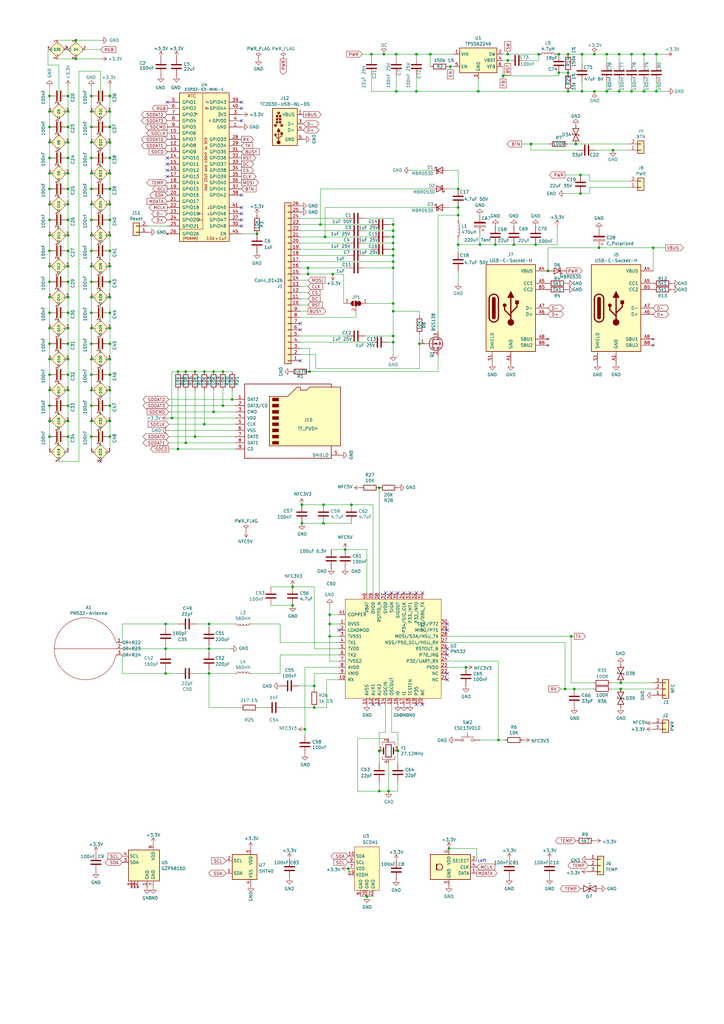
<source format=kicad_sch>
(kicad_sch (version 20250114) (generator "eeschema") (generator_version "9.0")
  (paper "A3" portrait)
  (title_block (title "E-Paper 7.5\"") (rev "1") (comment 1 "@TheRealRevK") (comment 2 "www.me.uk"))
  (lib_symbols
    (symbol "Connector_Generic:Conn_01x02" (pin_names (offset 1.016) (hide yes))
      (property "Reference" "J" (at 0 2.54 0))
      (property "Value" "Conn_01x02" (at 0 -5.08 0))
      (symbol "Conn_01x02_1_1"
        (pin passive line (at -5.08 0 0) (length 3.81) (name "Pin_1") (number "1"))
        (pin passive line (at -5.08 -2.54 0) (length 3.81) (name "Pin_2") (number "2"))
      )
    )
    (symbol "Connector_Generic:Conn_01x03" (pin_names (offset 1.016) (hide yes))
      (property "Reference" "J" (at 0 5.08 0))
      (property "Value" "Conn_01x03" (at 0 -5.08 0))
      (symbol "Conn_01x03_1_1"
        (pin passive line (at -5.08 2.54 0) (length 3.81) (name "Pin_1") (number "1"))
        (pin passive line (at -5.08 0 0) (length 3.81) (name "Pin_2") (number "2"))
        (pin passive line (at -5.08 -2.54 0) (length 3.81) (name "Pin_3") (number "3"))
      )
    )
    (symbol "Connector_Generic:Conn_01x26" (pin_names (offset 1.016) (hide yes))
      (property "Reference" "J" (at 0 33.02 0))
      (property "Value" "Conn_01x26" (at 0 -35.56 0))
      (symbol "Conn_01x26_1_1"
        (pin passive line (at -5.08 30.48 0) (length 3.81) (name "Pin_1") (number "1"))
        (pin passive line (at -5.08 27.94 0) (length 3.81) (name "Pin_2") (number "2"))
        (pin passive line (at -5.08 25.4 0) (length 3.81) (name "Pin_3") (number "3"))
        (pin passive line (at -5.08 22.86 0) (length 3.81) (name "Pin_4") (number "4"))
        (pin passive line (at -5.08 20.32 0) (length 3.81) (name "Pin_5") (number "5"))
        (pin passive line (at -5.08 17.78 0) (length 3.81) (name "Pin_6") (number "6"))
        (pin passive line (at -5.08 15.24 0) (length 3.81) (name "Pin_7") (number "7"))
        (pin passive line (at -5.08 12.7 0) (length 3.81) (name "Pin_8") (number "8"))
        (pin passive line (at -5.08 10.16 0) (length 3.81) (name "Pin_9") (number "9"))
        (pin passive line (at -5.08 7.62 0) (length 3.81) (name "Pin_10") (number "10"))
        (pin passive line (at -5.08 5.08 0) (length 3.81) (name "Pin_11") (number "11"))
        (pin passive line (at -5.08 2.54 0) (length 3.81) (name "Pin_12") (number "12"))
        (pin passive line (at -5.08 0 0) (length 3.81) (name "Pin_13") (number "13"))
        (pin passive line (at -5.08 -2.54 0) (length 3.81) (name "Pin_14") (number "14"))
        (pin passive line (at -5.08 -5.08 0) (length 3.81) (name "Pin_15") (number "15"))
        (pin passive line (at -5.08 -7.62 0) (length 3.81) (name "Pin_16") (number "16"))
        (pin passive line (at -5.08 -10.16 0) (length 3.81) (name "Pin_17") (number "17"))
        (pin passive line (at -5.08 -12.7 0) (length 3.81) (name "Pin_18") (number "18"))
        (pin passive line (at -5.08 -15.24 0) (length 3.81) (name "Pin_19") (number "19"))
        (pin passive line (at -5.08 -17.78 0) (length 3.81) (name "Pin_20") (number "20"))
        (pin passive line (at -5.08 -20.32 0) (length 3.81) (name "Pin_21") (number "21"))
        (pin passive line (at -5.08 -22.86 0) (length 3.81) (name "Pin_22") (number "22"))
        (pin passive line (at -5.08 -25.4 0) (length 3.81) (name "Pin_23") (number "23"))
        (pin passive line (at -5.08 -27.94 0) (length 3.81) (name "Pin_24") (number "24"))
        (pin passive line (at -5.08 -30.48 0) (length 3.81) (name "Pin_25") (number "25"))
        (pin passive line (at -5.08 -33.02 0) (length 3.81) (name "Pin_26") (number "26"))
      )
    )
    (symbol "Device:C" (pin_numbers (hide yes)) (pin_names (offset 0.254))
      (property "Reference" "C" (at 0.635 2.54 0))
      (property "Value" "C" (at 0.635 -2.54 0))
      (symbol "C_1_1"
        (pin passive line (at 0 3.81 270) (length 2.794) (name "~") (number "1"))
        (pin passive line (at 0 -3.81 90) (length 2.794) (name "~") (number "2"))
      )
    )
    (symbol "Device:C_Polarized" (pin_numbers (hide yes)) (pin_names (offset 0.254))
      (property "Reference" "C" (at 0.635 2.54 0))
      (property "Value" "C_Polarized" (at 0.635 -2.54 0))
      (symbol "C_Polarized_1_1"
        (pin passive line (at 0 3.81 270) (length 2.794) (name "~") (number "1"))
        (pin passive line (at 0 -3.81 90) (length 2.794) (name "~") (number "2"))
      )
    )
    (symbol "Device:Crystal_GND24" (pin_names (offset 1.016) (hide yes))
      (property "Reference" "Y" (at 3.175 5.08 0))
      (property "Value" "Crystal_GND24" (at 3.175 3.175 0))
      (symbol "Crystal_GND24_1_1"
        (pin passive line (at -3.81 0 0) (length 1.27) (name "1") (number "1"))
        (pin passive line (at 0 5.08 270) (length 1.27) (name "2") (number "2"))
        (pin passive line (at 0 -5.08 90) (length 1.27) (name "4") (number "4"))
        (pin passive line (at 3.81 0 180) (length 1.27) (name "3") (number "3"))
      )
    )
    (symbol "Device:L" (pin_numbers (hide yes)) (pin_names (offset 1.016) (hide yes))
      (property "Reference" "L" (at -1.27 0 90))
      (property "Value" "L" (at 1.905 0 90))
      (symbol "L_1_1"
        (pin passive line (at 0 3.81 270) (length 1.27) (name "1") (number "1"))
        (pin passive line (at 0 -3.81 90) (length 1.27) (name "2") (number "2"))
      )
    )
    (symbol "Device:R" (pin_numbers (hide yes)) (pin_names (offset 0))
      (property "Reference" "R" (at 2.032 0 90))
      (property "Value" "R" (at 0 0 90))
      (symbol "R_1_1"
        (pin passive line (at 0 3.81 270) (length 1.27) (name "~") (number "1"))
        (pin passive line (at 0 -3.81 90) (length 1.27) (name "~") (number "2"))
      )
    )
    (symbol "Diode:1N5819" (pin_numbers (hide yes)) (pin_names (offset 1.016) (hide yes))
      (property "Reference" "D" (at 0 2.54 0))
      (property "Value" "1N5819" (at 0 -2.54 0))
      (symbol "1N5819_1_1"
        (pin passive line (at -3.81 0 0) (length 2.54) (name "K") (number "1"))
        (pin passive line (at 3.81 0 180) (length 2.54) (name "A") (number "2"))
      )
    )
    (symbol "Jumper:SolderJumper_3_Bridged12" (pin_names (offset 0) (hide yes))
      (property "Reference" "JP" (at -2.54 -2.54 0))
      (property "Value" "SolderJumper_3_Bridged12" (at 0 2.794 0))
      (symbol "SolderJumper_3_Bridged12_1_1"
        (pin passive line (at -5.08 0 0) (length 2.54) (name "A") (number "1"))
        (pin passive line (at 0 -3.81 90) (length 2.54) (name "C") (number "2"))
        (pin passive line (at 5.08 0 180) (length 2.54) (name "B") (number "3"))
      )
    )
    (symbol "RevK:ES05D1MC10" (pin_numbers (hide yes))
      (property "Reference" "D" (at 0 2.54 0))
      (symbol "ES05D1MC10_1_1"
        (pin passive line (at -3.81 0 0) (length 1.27) (name "~") (number "2"))
        (pin passive line (at 3.81 0 180) (length 1.27) (name "~") (number "1"))
      )
    )
    (symbol "RevK:ESP32-S3-MINI-1-N4R2" (pin_names (offset 1.016))
      (property "Reference" "U" (at 9.525 28.575 0))
      (property "Value" "ESP32-S3-MINI-1-N4R2" (at 0 31.115 0))
      (symbol "ESP32-S3-MINI-1-N4R2_1_1"
        (text "(PSRAM)" (at -5.715 -29.21 0) (effects (font (size 1 1))))
        (text "RTC" (at -5.08 29.21 0) (effects (font (size 1.27 1.27))))
        (text "*" (at -3.175 21.59 0) (effects (font (size 1.27 1.27))))
        (text "D-" (at -2.54 -19.05 0) (effects (font (size 0.8 0.8)) (justify left)))
        (text "D+" (at -2.54 -21.59 0) (effects (font (size 0.8 0.8)) (justify left)))
        (text "Add 22uF and 100nF to 3V3" (at 0.635 1.27 900) (effects (font (size 1 1))))
        (text "Tx" (at 1.905 26.67 0) (effects (font (size 0.8 0.8)) (justify right)))
        (text "Rx" (at 1.905 24.13 0) (effects (font (size 0.8 0.8)) (justify right)))
        (text "↓" (at 2.54 -16.51 0) (effects (font (size 1.27 1.27)) (justify right)))
        (text "↓" (at 2.54 -19.05 0) (effects (font (size 1.27 1.27)) (justify right)))
        (text "↑" (at 3.175 19.05 0) (effects (font (size 1.27 1.27)) (justify right)))
        (text "10k+1uF" (at 5.08 -29.21 0) (effects (font (size 1.27 1.27))))
        (pin passive line (at -15.24 26.67 0) (length 5.08) (name "GPIO1") (number "5"))
        (pin passive line (at -15.24 24.13 0) (length 5.08) (name "GPIO2") (number "6"))
        (pin passive line (at -15.24 21.59 0) (length 5.08) (name "GPIO3") (number "7"))
        (pin passive line (at -15.24 19.05 0) (length 5.08) (name "GPIO4") (number "8"))
        (pin passive line (at -15.24 16.51 0) (length 5.08) (name "GPIO5") (number "9"))
        (pin passive line (at -15.24 13.97 0) (length 5.08) (name "GPIO6") (number "10"))
        (pin passive line (at -15.24 11.43 0) (length 5.08) (name "GPIO7") (number "11"))
        (pin passive line (at -15.24 8.89 0) (length 5.08) (name "GPIO8") (number "12"))
        (pin passive line (at -15.24 6.35 0) (length 5.08) (name "GPIO9") (number "13"))
        (pin passive line (at -15.24 3.81 0) (length 5.08) (name "GPIO10") (number "14"))
        (pin passive line (at -15.24 1.27 0) (length 5.08) (name "GPIO11") (number "15"))
        (pin passive line (at -15.24 -1.27 0) (length 5.08) (name "GPIO12") (number "16"))
        (pin passive line (at -15.24 -3.81 0) (length 5.08) (name "GPIO13") (number "17"))
        (pin passive line (at -15.24 -6.35 0) (length 5.08) (name "GPIO14") (number "18"))
        (pin passive line (at -15.24 -8.89 0) (length 5.08) (name "GPIO15") (number "19"))
        (pin passive line (at -15.24 -11.43 0) (length 5.08) (name "GPIO16") (number "20"))
        (pin passive line (at -15.24 -13.97 0) (length 5.08) (name "GPIO17") (number "21"))
        (pin passive line (at -15.24 -16.51 0) (length 5.08) (name "GPIO18") (number "22"))
        (pin passive line (at -15.24 -19.05 0) (length 5.08) (name "GPIO19") (number "23"))
        (pin passive line (at -15.24 -21.59 0) (length 5.08) (name "GPIO20") (number "24"))
        (pin passive line (at -15.24 -24.13 0) (length 5.08) (name "GPIO21") (number "25"))
        (pin no_connect line (at -15.24 -27.305 0) (length 5.08) (name "GPIO26") (number "26"))
        (pin passive line (at 15.24 26.67 180) (length 5.08) (name "GPIO43") (number "39"))
        (pin passive line (at 15.24 24.13 180) (length 5.08) (name "GPIO44") (number "40"))
        (pin power_in line (at 15.24 21.59 180) (length 5.08) (name "3V3") (number "3"))
        (pin passive line (at 15.24 19.05 180) (length 5.08) (name "GPIO0") (number "4"))
        (pin power_in line (at 15.24 16.51 180) (length 5.08) (name "GND") (number "1"))
        (pin power_in line (at 15.24 16.51 180) (length 5.08) (hide yes) (name "GND") (number "2"))
        (pin power_in line (at 15.24 16.51 180) (length 5.08) (hide yes) (name "GND") (number "42"))
        (pin power_in line (at 15.24 16.51 180) (length 5.08) (hide yes) (name "GND") (number "43"))
        (pin power_in line (at 15.24 16.51 180) (length 5.08) (hide yes) (name "GND") (number "46"))
        (pin power_in line (at 15.24 16.51 180) (length 5.08) (hide yes) (name "GND") (number "47"))
        (pin power_in line (at 15.24 16.51 180) (length 5.08) (hide yes) (name "GND") (number "48"))
        (pin power_in line (at 15.24 16.51 180) (length 5.08) (hide yes) (name "GND") (number "49"))
        (pin power_in line (at 15.24 16.51 180) (length 5.08) (hide yes) (name "GND") (number "50"))
        (pin power_in line (at 15.24 16.51 180) (length 5.08) (hide yes) (name "GND") (number "51"))
        (pin power_in line (at 15.24 16.51 180) (length 5.08) (hide yes) (name "GND") (number "52"))
        (pin power_in line (at 15.24 16.51 180) (length 5.08) (hide yes) (name "GND") (number "53"))
        (pin power_in line (at 15.24 16.51 180) (length 5.08) (hide yes) (name "GND") (number "54"))
        (pin power_in line (at 15.24 16.51 180) (length 5.08) (hide yes) (name "GND") (number "55"))
        (pin power_in line (at 15.24 16.51 180) (length 5.08) (hide yes) (name "GND") (number "56"))
        (pin power_in line (at 15.24 16.51 180) (length 5.08) (hide yes) (name "GND") (number "57"))
        (pin power_in line (at 15.24 16.51 180) (length 5.08) (hide yes) (name "GND") (number "58"))
        (pin power_in line (at 15.24 16.51 180) (length 5.08) (hide yes) (name "GND") (number "59"))
        (pin power_in line (at 15.24 16.51 180) (length 5.08) (hide yes) (name "GND") (number "60"))
        (pin power_in line (at 15.24 16.51 180) (length 5.08) (hide yes) (name "GND") (number "61"))
        (pin power_in line (at 15.24 16.51 180) (length 5.08) (hide yes) (name "GND") (number "62"))
        (pin power_in line (at 15.24 16.51 180) (length 5.08) (hide yes) (name "GND") (number "63"))
        (pin power_in line (at 15.24 16.51 180) (length 5.08) (hide yes) (name "GND") (number "64"))
        (pin power_in line (at 15.24 16.51 180) (length 5.08) (hide yes) (name "GND") (number "65"))
        (pin passive line (at 15.24 11.43 180) (length 5.08) (name "GPIO33") (number "28"))
        (pin passive line (at 15.24 8.89 180) (length 5.08) (name "GPIO34") (number "29"))
        (pin passive line (at 15.24 6.35 180) (length 5.08) (name "GPIO35") (number "31"))
        (pin passive line (at 15.24 3.81 180) (length 5.08) (name "GPIO36") (number "32"))
        (pin passive line (at 15.24 1.27 180) (length 5.08) (name "GPIO37") (number "33"))
        (pin passive line (at 15.24 -1.27 180) (length 5.08) (name "GPIO38") (number "34"))
        (pin passive line (at 15.24 -3.81 180) (length 5.08) (name "GPIO39") (number "35"))
        (pin passive line (at 15.24 -6.35 180) (length 5.08) (name "GPIO40") (number "36"))
        (pin passive line (at 15.24 -8.89 180) (length 5.08) (name "GPIO41") (number "37"))
        (pin passive line (at 15.24 -11.43 180) (length 5.08) (name "GPIO42") (number "38"))
        (pin passive line (at 15.24 -16.51 180) (length 5.08) (name "GPIO45") (number "41"))
        (pin passive line (at 15.24 -19.05 180) (length 5.08) (name "GPIO46") (number "44"))
        (pin passive line (at 15.24 -21.59 180) (length 5.08) (name "GPIO47") (number "27"))
        (pin passive line (at 15.24 -24.13 180) (length 5.08) (name "GPIO48") (number "30"))
        (pin input line (at 15.24 -27.305 180) (length 5.08) (name "EN") (number "45"))
      )
    )
    (symbol "RevK:GZP6816D"
      (property "Reference" "U" (at -7.62 10.16 0))
      (property "Value" "GZP6816D" (at 5.08 10.16 0))
      (symbol "GZP6816D_1_1"
        (pin input line (at -10.16 5.08 0) (length 2.54) (name "SCL") (number "4"))
        (pin bidirectional line (at -10.16 2.54 0) (length 2.54) (name "SDA") (number "3"))
        (pin no_connect line (at -6.35 -7.62 90) (length 2.54) (name "") (number "5"))
        (pin no_connect line (at -5.08 -7.62 90) (length 2.54) (name "") (number "6"))
        (pin no_connect line (at -3.81 -7.62 90) (length 2.54) (name "") (number "2"))
        (pin power_in line (at 0 -7.62 90) (length 2.54) (name "GND") (number "1"))
        (pin power_in line (at 2.54 10.16 270) (length 2.54) (name "VDD") (number "8"))
        (pin power_in line (at 2.54 -7.62 90) (length 2.54) (name "GND") (number "7"))
      )
    )
    (symbol "RevK:Hidden" (pin_names (offset 1.016)) (in_bom no)
      (property "Reference" "Z" (at 0.635 0 0))
      (property "Value" "Hidden" (at 4.445 0 0))
    )
    (symbol "RevK:PN532" (pin_names (offset 1.016))
      (property "Reference" "U" (at -21.59 13.97 0))
      (property "Value" "PN532" (at -3.81 35.56 0))
      (symbol "PN532_1_1"
        (pin passive line (at -25.4 50.8 0) (length 2.54) (name "COPPER") (number "41"))
        (pin power_in line (at -25.4 46.99 0) (length 2.54) (name "DVSS") (number "1"))
        (pin output line (at -25.4 44.45 0) (length 2.54) (name "LOADMOD") (number "2"))
        (pin power_in line (at -25.4 41.91 0) (length 2.54) (name "TVSS1") (number "3"))
        (pin output line (at -25.4 39.37 0) (length 2.54) (name "TX1") (number "4"))
        (pin power_in line (at -25.4 36.83 0) (length 2.54) (name "TVDD") (number "5"))
        (pin output line (at -25.4 34.29 0) (length 2.54) (name "TX2") (number "6"))
        (pin power_in line (at -25.4 31.75 0) (length 2.54) (name "TVSS2") (number "7"))
        (pin power_in line (at -25.4 29.21 0) (length 2.54) (name "AVDD") (number "8"))
        (pin output line (at -25.4 26.67 0) (length 2.54) (name "VMID") (number "9"))
        (pin input line (at -25.4 24.13 0) (length 2.54) (name "RX") (number "10"))
        (pin power_in line (at -13.97 59.69 270) (length 2.54) (name "VBAT") (number "40"))
        (pin power_in line (at -13.97 13.97 90) (length 2.54) (name "AVSS") (number "11"))
        (pin power_out line (at -11.43 59.69 270) (length 2.54) (name "DVDD") (number "39"))
        (pin output line (at -11.43 13.97 90) (length 2.54) (name "AUX1") (number "12"))
        (pin input line (at -8.89 59.69 270) (length 2.54) (name "RSTPD_N") (number "38"))
        (pin output line (at -8.89 13.97 90) (length 2.54) (name "AUX2") (number "13"))
        (pin power_out line (at -6.35 59.69 270) (length 2.54) (name "SVDD") (number "37"))
        (pin input line (at -6.35 13.97 90) (length 2.54) (name "OSCIN") (number "14"))
        (pin input line (at -3.81 59.69 270) (length 2.54) (name "SIGN") (number "36"))
        (pin output line (at -3.81 13.97 90) (length 2.54) (name "OSCOUT") (number "15"))
        (pin output line (at -1.27 59.69 270) (length 2.54) (name "SIGOUT") (number "35"))
        (pin input line (at -1.27 13.97 90) (length 2.54) (name "I0") (number "16"))
        (pin bidirectional line (at 1.27 59.69 270) (length 2.54) (name "P34/SIG_CLK") (number "34"))
        (pin input line (at 1.27 13.97 90) (length 2.54) (name "I1") (number "17"))
        (pin bidirectional line (at 3.81 59.69 270) (length 2.54) (name "P33_INT1") (number "33"))
        (pin input line (at 3.81 13.97 90) (length 2.54) (name "TESTEN") (number "18"))
        (pin bidirectional line (at 6.35 59.69 270) (length 2.54) (name "P32_INT0") (number "32"))
        (pin bidirectional line (at 6.35 13.97 90) (length 2.54) (name "P35") (number "19"))
        (pin bidirectional line (at 8.89 59.69 270) (length 2.54) (name "P31/DBG_TX") (number "31"))
        (pin passive line (at 8.89 13.97 90) (length 2.54) (name "NC") (number "20"))
        (pin bidirectional line (at 19.05 46.99 180) (length 2.54) (name "SCK/P72") (number "30"))
        (pin bidirectional line (at 19.05 44.45 180) (length 2.54) (name "MISO/P71") (number "29"))
        (pin bidirectional line (at 19.05 41.91 180) (length 2.54) (name "MOSI/SDA/HSU_TX") (number "28"))
        (pin bidirectional line (at 19.05 39.37 180) (length 2.54) (name "NSS/P50_SCL/HSU_RX") (number "27"))
        (pin output line (at 19.05 36.83 180) (length 2.54) (name "RSTOUT_N") (number "26"))
        (pin bidirectional line (at 19.05 34.29 180) (length 2.54) (name "P70_IRQ") (number "25"))
        (pin bidirectional line (at 19.05 31.75 180) (length 2.54) (name "P30/UART_RX") (number "24"))
        (pin power_in line (at 19.05 29.21 180) (length 2.54) (name "PVDD") (number "23"))
        (pin passive line (at 19.05 26.67 180) (length 2.54) (name "NC") (number "22"))
        (pin passive line (at 19.05 24.13 180) (length 2.54) (name "NC") (number "21"))
      )
    )
    (symbol "RevK:PN532-Antenna" (pin_names (offset 1.016)) (in_bom no)
      (property "Reference" "A" (at 0 -15.24 0))
      (property "Value" "PN532-Antenna" (at 0 3.81 0))
      (symbol "PN532-Antenna_1_1"
        (pin no_connect line (at 2.54 0 180) (length 2.54) (hide yes) (name "LOOP") (number "0"))
        (pin passive line (at 15.24 2.54 180) (length 2.54) (name "") (number "1"))
        (pin passive line (at 15.24 0 180) (length 2.54) (name "") (number "2"))
        (pin passive line (at 15.24 -2.54 180) (length 2.54) (name "") (number "3"))
      )
    )
    (symbol "RevK:SCD41"
      (property "Reference" "U" (at -1.27 10.16 0))
      (property "Value" "SCD41" (at 1.27 7.62 0))
      (symbol "SCD41_1_1"
        (pin bidirectional line (at -7.62 5.08 0) (length 2.54) (name "SDA") (number "10"))
        (pin input line (at -7.62 2.54 0) (length 2.54) (name "SCL") (number "9"))
        (pin power_in line (at -7.62 0 0) (length 2.54) (name "VDD") (number "7"))
        (pin power_in line (at -7.62 -2.54 0) (length 2.54) (name "VDDH") (number "19"))
        (pin power_in line (at -2.54 -11.43 90) (length 2.54) (name "GND") (number "6"))
        (pin power_in line (at 0 -11.43 90) (length 2.54) (name "GND") (number "20"))
        (pin power_in line (at 2.54 -11.43 90) (length 2.54) (name "GND") (number "21"))
        (pin no_connect non_logic (at 7.62 7.62 180) (length 2.54) (hide yes) (name "DNC") (number "5"))
        (pin no_connect non_logic (at 7.62 6.35 180) (length 2.54) (hide yes) (name "DNC") (number "4"))
        (pin no_connect line (at 7.62 5.08 180) (length 2.54) (hide yes) (name "DNC") (number "11"))
        (pin no_connect non_logic (at 7.62 3.81 180) (length 2.54) (hide yes) (name "DNC") (number "2"))
        (pin no_connect non_logic (at 7.62 2.54 180) (length 2.54) (hide yes) (name "DNC") (number "15"))
        (pin no_connect non_logic (at 7.62 1.27 180) (length 2.54) (hide yes) (name "DNC") (number "3"))
        (pin no_connect non_logic (at 7.62 0 180) (length 2.54) (hide yes) (name "DNC") (number "1"))
        (pin no_connect non_logic (at 7.62 -1.27 180) (length 2.54) (hide yes) (name "DNC") (number "16"))
        (pin no_connect non_logic (at 7.62 -2.54 180) (length 2.54) (hide yes) (name "DNC") (number "12"))
        (pin no_connect non_logic (at 7.62 -3.81 180) (length 2.54) (hide yes) (name "DNC") (number "17"))
        (pin no_connect non_logic (at 7.62 -5.08 180) (length 2.54) (hide yes) (name "DNC") (number "13"))
        (pin no_connect non_logic (at 7.62 -6.35 180) (length 2.54) (hide yes) (name "DNC") (number "18"))
        (pin no_connect non_logic (at 7.62 -7.62 180) (length 2.54) (hide yes) (name "DNC") (number "14"))
        (pin no_connect non_logic (at 7.62 -8.89 180) (length 2.54) (hide yes) (name "DNC") (number "8"))
      )
    )
    (symbol "RevK:SHT40"
      (property "Reference" "U" (at 0 8.89 0))
      (property "Value" "SHT40" (at 0 6.35 0))
      (symbol "SHT40_1_1"
        (pin input line (at -7.62 2.54 0) (length 2.54) (name "SCL") (number "2"))
        (pin bidirectional line (at -7.62 -2.54 0) (length 2.54) (name "SDA") (number "1"))
        (pin power_in line (at 2.54 7.62 270) (length 2.54) (name "VDD") (number "3"))
        (pin power_in line (at 2.54 -7.62 90) (length 2.54) (name "VSS") (number "4"))
      )
    )
    (symbol "RevK:T3902_MEMS_Mic"
      (symbol "T3902_MEMS_Mic_1_1"
        (pin power_in line (at 0 7.62 270) (length 2.54) (name "VDD") (number "5"))
        (pin power_in line (at 0 -7.62 90) (length 2.54) (name "GND") (number "3"))
        (pin input line (at 11.43 2.54 180) (length 2.54) (name "SELECT") (number "2"))
        (pin input line (at 11.43 0 180) (length 2.54) (name "CLK") (number "4"))
        (pin output line (at 11.43 -2.54 180) (length 2.54) (name "DATA") (number "1"))
      )
    )
    (symbol "RevK:TC2030-USB-NL" (pin_names (offset 1.016)) (in_bom no)
      (property "Reference" "J" (at 0 10.922 0))
      (property "Value" "TC2030-USB-NL" (at 0 8.89 0))
      (symbol "TC2030-USB-NL_1_1"
        (pin passive line (at 7.62 5.08 180) (length 2.54) (name "VBUS") (number "1"))
        (pin passive line (at 7.62 1.27 180) (length 2.54) (hide yes) (name "NC") (number "2"))
        (pin bidirectional line (at 7.62 1.27 180) (length 2.54) (name "D-") (number "3"))
        (pin passive line (at 7.62 1.27 180) (length 2.54) (hide yes) (name "NC") (number "6"))
        (pin bidirectional line (at 7.62 -1.27 180) (length 2.54) (name "D+") (number "4"))
        (pin passive line (at 7.62 -5.08 180) (length 2.54) (name "GND") (number "5"))
      )
    )
    (symbol "RevK:TF_PUSH" (pin_names (offset 1.016))
      (property "Reference" "J" (at -16.51 15.24 0))
      (property "Value" "TF_PUSH" (at 16.51 15.24 0))
      (symbol "TF_PUSH_1_1"
        (pin bidirectional line (at -22.86 7.62 0) (length 3.81) (name "DAT2") (number "1"))
        (pin bidirectional line (at -22.86 5.08 0) (length 3.81) (name "DAT3/CD") (number "2"))
        (pin input line (at -22.86 2.54 0) (length 3.81) (name "CMD") (number "3"))
        (pin power_in line (at -22.86 0 0) (length 3.81) (name "VDD") (number "4"))
        (pin input line (at -22.86 -2.54 0) (length 3.81) (name "CLK") (number "5"))
        (pin power_in line (at -22.86 -5.08 0) (length 3.81) (name "VSS") (number "6"))
        (pin bidirectional line (at -22.86 -7.62 0) (length 3.81) (name "DAT0") (number "7"))
        (pin bidirectional line (at -22.86 -10.16 0) (length 3.81) (name "DAT1") (number "8"))
        (pin bidirectional line (at -22.86 -12.7 0) (length 3.81) (name "CD") (number "9"))
        (pin passive line (at 20.32 -15.24 180) (length 3.81) (name "SHIELD") (number "S"))
      )
    )
    (symbol "RevK:TPS562246"
      (property "Reference" "U" (at -7.62 6.35 0))
      (property "Value" "TPS562246" (at -2.54 6.35 0))
      (symbol "TPS562246_1_1"
        (pin power_in line (at -10.16 2.54 0) (length 2.54) (name "VIN") (number "1"))
        (pin input line (at -10.16 -2.54 0) (length 2.54) (name "EN") (number "5"))
        (pin power_in line (at 0 -7.62 90) (length 2.54) (name "GND") (number "3"))
        (pin output line (at 10.16 2.54 180) (length 2.54) (name "SW") (number "2"))
        (pin passive line (at 10.16 0 180) (length 2.54) (name "VBST") (number "4"))
        (pin input line (at 10.16 -2.54 180) (length 2.54) (name "VFB") (number "6"))
      )
    )
    (symbol "RevK:USB-C-Socket-H" (pin_names (offset 1.016))
      (property "Reference" "J" (at -10.16 19.05 0))
      (property "Value" "USB-C-Socket-H" (at 0.635 12.7 0))
      (symbol "USB-C-Socket-H_1_1"
        (pin passive line (at -7.62 -22.86 90) (length 5.08) (name "SHIELD") (number "S1"))
        (pin passive line (at 0 -22.86 90) (length 5.08) (name "GND") (number "A1"))
        (pin passive line (at 0 -22.86 90) (length 5.08) (hide yes) (name "GND") (number "A12"))
        (pin passive line (at 0 -22.86 90) (length 5.08) (hide yes) (name "GND") (number "B1"))
        (pin passive line (at 0 -22.86 90) (length 5.08) (hide yes) (name "GND") (number "B12"))
        (pin passive line (at 15.24 15.24 180) (length 5.08) (name "VBUS") (number "A4"))
        (pin passive line (at 15.24 15.24 180) (length 5.08) (hide yes) (name "VBUS") (number "A9"))
        (pin passive line (at 15.24 15.24 180) (length 5.08) (hide yes) (name "VBUS") (number "B4"))
        (pin passive line (at 15.24 15.24 180) (length 5.08) (hide yes) (name "VBUS") (number "B9"))
        (pin bidirectional line (at 15.24 10.16 180) (length 5.08) (name "CC1") (number "A5"))
        (pin bidirectional line (at 15.24 7.62 180) (length 5.08) (name "CC2") (number "B5"))
        (pin bidirectional line (at 15.24 0 180) (length 5.08) (name "D-") (number "A7"))
        (pin bidirectional line (at 15.24 0 180) (length 5.08) (hide yes) (name "D-") (number "B7"))
        (pin bidirectional line (at 15.24 -2.54 180) (length 5.08) (name "D+") (number "A6"))
        (pin bidirectional line (at 15.24 -2.54 180) (length 5.08) (hide yes) (name "D+") (number "B6"))
        (pin no_connect line (at 15.24 -12.7 180) (length 5.08) (name "SBU1") (number "A8"))
        (pin no_connect line (at 15.24 -15.24 180) (length 5.08) (name "SBU2") (number "B8"))
      )
    )
    (symbol "RevK:WS2812B-1.5mm" (pin_names (offset 0.254))
      (property "Reference" "D" (at 0 0 0))
      (symbol "WS2812B-1.5mm_1_1"
        (pin input line (at -3.81 0 0) (length 0.5) (name "I") (number "2"))
        (pin power_in line (at 0 3.81 270) (length 0.5) (name "+") (number "3"))
        (pin power_in line (at 0 -3.81 90) (length 0.5) (name "-") (number "1"))
        (pin output line (at 3.81 0 180) (length 0.5) (name "O") (number "4"))
      )
    )
    (symbol "Switch:SW_Push" (pin_numbers (hide yes)) (pin_names (offset 1.016) (hide yes))
      (property "Reference" "SW" (at 1.27 2.54 0))
      (property "Value" "SW_Push" (at 0 -1.524 0))
      (symbol "SW_Push_0_1"
        (pin passive line (at -5.08 0 0) (length 2.54) (name "1") (number "1"))
        (pin passive line (at 5.08 0 180) (length 2.54) (name "2") (number "2"))
      )
    )
    (symbol "Transistor_FET:BSS138" (pin_names (hide yes))
      (property "Reference" "Q" (at 5.08 1.905 0))
      (property "Value" "BSS138" (at 5.08 0 0))
      (symbol "BSS138_1_1"
        (pin input line (at -5.08 0 0) (length 2.54) (name "G") (number "1"))
        (pin passive line (at 2.54 5.08 270) (length 2.54) (name "D") (number "3"))
        (pin passive line (at 2.54 -5.08 90) (length 2.54) (name "S") (number "2"))
      )
    )
    (symbol "USB-C-Socket-H_1" (pin_names (offset 1.016))
      (property "Reference" "J" (at -10.16 19.05 0))
      (property "Value" "USB-C-Socket-H" (at 0.635 12.7 0))
      (symbol "USB-C-Socket-H_1_1_1"
        (pin passive line (at -7.62 -22.86 90) (length 5.08) (name "SHIELD") (number "S1"))
        (pin passive line (at 0 -22.86 90) (length 5.08) (name "GND") (number "A1"))
        (pin passive line (at 0 -22.86 90) (length 5.08) (hide yes) (name "GND") (number "A12"))
        (pin passive line (at 0 -22.86 90) (length 5.08) (hide yes) (name "GND") (number "B1"))
        (pin passive line (at 0 -22.86 90) (length 5.08) (hide yes) (name "GND") (number "B12"))
        (pin passive line (at 15.24 15.24 180) (length 5.08) (name "VBUS") (number "A4"))
        (pin passive line (at 15.24 15.24 180) (length 5.08) (hide yes) (name "VBUS") (number "A9"))
        (pin passive line (at 15.24 15.24 180) (length 5.08) (hide yes) (name "VBUS") (number "B4"))
        (pin passive line (at 15.24 15.24 180) (length 5.08) (hide yes) (name "VBUS") (number "B9"))
        (pin bidirectional line (at 15.24 10.16 180) (length 5.08) (name "CC1") (number "A5"))
        (pin bidirectional line (at 15.24 7.62 180) (length 5.08) (name "CC2") (number "B5"))
        (pin bidirectional line (at 15.24 0 180) (length 5.08) (name "D-") (number "A7"))
        (pin bidirectional line (at 15.24 0 180) (length 5.08) (hide yes) (name "D-") (number "B7"))
        (pin bidirectional line (at 15.24 -2.54 180) (length 5.08) (name "D+") (number "A6"))
        (pin bidirectional line (at 15.24 -2.54 180) (length 5.08) (hide yes) (name "D+") (number "B6"))
        (pin no_connect line (at 15.24 -12.7 180) (length 5.08) (name "SBU1") (number "A8"))
        (pin no_connect line (at 15.24 -15.24 180) (length 5.08) (name "SBU2") (number "B8"))
      )
    )
    (symbol "WS2812B-1.5mm_1" (pin_names (offset 0.254))
      (property "Reference" "D" (at 0 0 0))
      (symbol "WS2812B-1.5mm_1_1_1"
        (pin input line (at -3.81 0 0) (length 0.5) (name "I") (number "2"))
        (pin power_in line (at 0 3.81 270) (length 0.5) (name "+") (number "3"))
        (pin power_in line (at 0 -3.81 90) (length 0.5) (name "-") (number "1"))
        (pin output line (at 3.81 0 180) (length 0.5) (name "O") (number "4"))
      )
    )
    (symbol "WS2812B-1.5mm_10" (pin_names (offset 0.254))
      (property "Reference" "D" (at 0 0 0))
      (symbol "WS2812B-1.5mm_10_1_1"
        (pin input line (at -3.81 0 0) (length 0.5) (name "I") (number "2"))
        (pin power_in line (at 0 3.81 270) (length 0.5) (name "+") (number "3"))
        (pin power_in line (at 0 -3.81 90) (length 0.5) (name "-") (number "1"))
        (pin output line (at 3.81 0 180) (length 0.5) (name "O") (number "4"))
      )
    )
    (symbol "WS2812B-1.5mm_11" (pin_names (offset 0.254))
      (property "Reference" "D" (at 0 0 0))
      (symbol "WS2812B-1.5mm_11_1_1"
        (pin input line (at -3.81 0 0) (length 0.5) (name "I") (number "2"))
        (pin power_in line (at 0 3.81 270) (length 0.5) (name "+") (number "3"))
        (pin power_in line (at 0 -3.81 90) (length 0.5) (name "-") (number "1"))
        (pin output line (at 3.81 0 180) (length 0.5) (name "O") (number "4"))
      )
    )
    (symbol "WS2812B-1.5mm_12" (pin_names (offset 0.254))
      (property "Reference" "D" (at 0 0 0))
      (symbol "WS2812B-1.5mm_12_1_1"
        (pin input line (at -3.81 0 0) (length 0.5) (name "I") (number "2"))
        (pin power_in line (at 0 3.81 270) (length 0.5) (name "+") (number "3"))
        (pin power_in line (at 0 -3.81 90) (length 0.5) (name "-") (number "1"))
        (pin output line (at 3.81 0 180) (length 0.5) (name "O") (number "4"))
      )
    )
    (symbol "WS2812B-1.5mm_13" (pin_names (offset 0.254))
      (property "Reference" "D" (at 0 0 0))
      (symbol "WS2812B-1.5mm_13_1_1"
        (pin input line (at -3.81 0 0) (length 0.5) (name "I") (number "2"))
        (pin power_in line (at 0 3.81 270) (length 0.5) (name "+") (number "3"))
        (pin power_in line (at 0 -3.81 90) (length 0.5) (name "-") (number "1"))
        (pin output line (at 3.81 0 180) (length 0.5) (name "O") (number "4"))
      )
    )
    (symbol "WS2812B-1.5mm_14" (pin_names (offset 0.254))
      (property "Reference" "D" (at 0 0 0))
      (symbol "WS2812B-1.5mm_14_1_1"
        (pin input line (at -3.81 0 0) (length 0.5) (name "I") (number "2"))
        (pin power_in line (at 0 3.81 270) (length 0.5) (name "+") (number "3"))
        (pin power_in line (at 0 -3.81 90) (length 0.5) (name "-") (number "1"))
        (pin output line (at 3.81 0 180) (length 0.5) (name "O") (number "4"))
      )
    )
    (symbol "WS2812B-1.5mm_15" (pin_names (offset 0.254))
      (property "Reference" "D" (at 0 0 0))
      (symbol "WS2812B-1.5mm_15_1_1"
        (pin input line (at -3.81 0 0) (length 0.5) (name "I") (number "2"))
        (pin power_in line (at 0 3.81 270) (length 0.5) (name "+") (number "3"))
        (pin power_in line (at 0 -3.81 90) (length 0.5) (name "-") (number "1"))
        (pin output line (at 3.81 0 180) (length 0.5) (name "O") (number "4"))
      )
    )
    (symbol "WS2812B-1.5mm_16" (pin_names (offset 0.254))
      (property "Reference" "D" (at 0 0 0))
      (symbol "WS2812B-1.5mm_16_1_1"
        (pin input line (at -3.81 0 0) (length 0.5) (name "I") (number "2"))
        (pin power_in line (at 0 3.81 270) (length 0.5) (name "+") (number "3"))
        (pin power_in line (at 0 -3.81 90) (length 0.5) (name "-") (number "1"))
        (pin output line (at 3.81 0 180) (length 0.5) (name "O") (number "4"))
      )
    )
    (symbol "WS2812B-1.5mm_17" (pin_names (offset 0.254))
      (property "Reference" "D" (at 0 0 0))
      (symbol "WS2812B-1.5mm_17_1_1"
        (pin input line (at -3.81 0 0) (length 0.5) (name "I") (number "2"))
        (pin power_in line (at 0 3.81 270) (length 0.5) (name "+") (number "3"))
        (pin power_in line (at 0 -3.81 90) (length 0.5) (name "-") (number "1"))
        (pin output line (at 3.81 0 180) (length 0.5) (name "O") (number "4"))
      )
    )
    (symbol "WS2812B-1.5mm_18" (pin_names (offset 0.254))
      (property "Reference" "D" (at 0 0 0))
      (symbol "WS2812B-1.5mm_18_1_1"
        (pin input line (at -3.81 0 0) (length 0.5) (name "I") (number "2"))
        (pin power_in line (at 0 3.81 270) (length 0.5) (name "+") (number "3"))
        (pin power_in line (at 0 -3.81 90) (length 0.5) (name "-") (number "1"))
        (pin output line (at 3.81 0 180) (length 0.5) (name "O") (number "4"))
      )
    )
    (symbol "WS2812B-1.5mm_19" (pin_names (offset 0.254))
      (property "Reference" "D" (at 0 0 0))
      (symbol "WS2812B-1.5mm_19_1_1"
        (pin input line (at -3.81 0 0) (length 0.5) (name "I") (number "2"))
        (pin power_in line (at 0 3.81 270) (length 0.5) (name "+") (number "3"))
        (pin power_in line (at 0 -3.81 90) (length 0.5) (name "-") (number "1"))
        (pin output line (at 3.81 0 180) (length 0.5) (name "O") (number "4"))
      )
    )
    (symbol "WS2812B-1.5mm_2" (pin_names (offset 0.254))
      (property "Reference" "D" (at 0 0 0))
      (symbol "WS2812B-1.5mm_2_1_1"
        (pin input line (at -3.81 0 0) (length 0.5) (name "I") (number "2"))
        (pin power_in line (at 0 3.81 270) (length 0.5) (name "+") (number "3"))
        (pin power_in line (at 0 -3.81 90) (length 0.5) (name "-") (number "1"))
        (pin output line (at 3.81 0 180) (length 0.5) (name "O") (number "4"))
      )
    )
    (symbol "WS2812B-1.5mm_20" (pin_names (offset 0.254))
      (property "Reference" "D" (at 0 0 0))
      (symbol "WS2812B-1.5mm_20_1_1"
        (pin input line (at -3.81 0 0) (length 0.5) (name "I") (number "2"))
        (pin power_in line (at 0 3.81 270) (length 0.5) (name "+") (number "3"))
        (pin power_in line (at 0 -3.81 90) (length 0.5) (name "-") (number "1"))
        (pin output line (at 3.81 0 180) (length 0.5) (name "O") (number "4"))
      )
    )
    (symbol "WS2812B-1.5mm_21" (pin_names (offset 0.254))
      (property "Reference" "D" (at 0 0 0))
      (symbol "WS2812B-1.5mm_21_1_1"
        (pin input line (at -3.81 0 0) (length 0.5) (name "I") (number "2"))
        (pin power_in line (at 0 3.81 270) (length 0.5) (name "+") (number "3"))
        (pin power_in line (at 0 -3.81 90) (length 0.5) (name "-") (number "1"))
        (pin output line (at 3.81 0 180) (length 0.5) (name "O") (number "4"))
      )
    )
    (symbol "WS2812B-1.5mm_22" (pin_names (offset 0.254))
      (property "Reference" "D" (at 0 0 0))
      (symbol "WS2812B-1.5mm_22_1_1"
        (pin input line (at -3.81 0 0) (length 0.5) (name "I") (number "2"))
        (pin power_in line (at 0 3.81 270) (length 0.5) (name "+") (number "3"))
        (pin power_in line (at 0 -3.81 90) (length 0.5) (name "-") (number "1"))
        (pin output line (at 3.81 0 180) (length 0.5) (name "O") (number "4"))
      )
    )
    (symbol "WS2812B-1.5mm_23" (pin_names (offset 0.254))
      (property "Reference" "D" (at 0 0 0))
      (symbol "WS2812B-1.5mm_23_1_1"
        (pin input line (at -3.81 0 0) (length 0.5) (name "I") (number "2"))
        (pin power_in line (at 0 3.81 270) (length 0.5) (name "+") (number "3"))
        (pin power_in line (at 0 -3.81 90) (length 0.5) (name "-") (number "1"))
        (pin output line (at 3.81 0 180) (length 0.5) (name "O") (number "4"))
      )
    )
    (symbol "WS2812B-1.5mm_24" (pin_names (offset 0.254))
      (property "Reference" "D" (at 0 0 0))
      (symbol "WS2812B-1.5mm_24_1_1"
        (pin input line (at -3.81 0 0) (length 0.5) (name "I") (number "2"))
        (pin power_in line (at 0 3.81 270) (length 0.5) (name "+") (number "3"))
        (pin power_in line (at 0 -3.81 90) (length 0.5) (name "-") (number "1"))
        (pin output line (at 3.81 0 180) (length 0.5) (name "O") (number "4"))
      )
    )
    (symbol "WS2812B-1.5mm_25" (pin_names (offset 0.254))
      (property "Reference" "D" (at 0 0 0))
      (symbol "WS2812B-1.5mm_25_1_1"
        (pin input line (at -3.81 0 0) (length 0.5) (name "I") (number "2"))
        (pin power_in line (at 0 3.81 270) (length 0.5) (name "+") (number "3"))
        (pin power_in line (at 0 -3.81 90) (length 0.5) (name "-") (number "1"))
        (pin output line (at 3.81 0 180) (length 0.5) (name "O") (number "4"))
      )
    )
    (symbol "WS2812B-1.5mm_3" (pin_names (offset 0.254))
      (property "Reference" "D" (at 0 0 0))
      (symbol "WS2812B-1.5mm_3_1_1"
        (pin input line (at -3.81 0 0) (length 0.5) (name "I") (number "2"))
        (pin power_in line (at 0 3.81 270) (length 0.5) (name "+") (number "3"))
        (pin power_in line (at 0 -3.81 90) (length 0.5) (name "-") (number "1"))
        (pin output line (at 3.81 0 180) (length 0.5) (name "O") (number "4"))
      )
    )
    (symbol "WS2812B-1.5mm_4" (pin_names (offset 0.254))
      (property "Reference" "D" (at 0 0 0))
      (symbol "WS2812B-1.5mm_4_1_1"
        (pin input line (at -3.81 0 0) (length 0.5) (name "I") (number "2"))
        (pin power_in line (at 0 3.81 270) (length 0.5) (name "+") (number "3"))
        (pin power_in line (at 0 -3.81 90) (length 0.5) (name "-") (number "1"))
        (pin output line (at 3.81 0 180) (length 0.5) (name "O") (number "4"))
      )
    )
    (symbol "WS2812B-1.5mm_5" (pin_names (offset 0.254))
      (property "Reference" "D" (at 0 0 0))
      (symbol "WS2812B-1.5mm_5_1_1"
        (pin input line (at -3.81 0 0) (length 0.5) (name "I") (number "2"))
        (pin power_in line (at 0 3.81 270) (length 0.5) (name "+") (number "3"))
        (pin power_in line (at 0 -3.81 90) (length 0.5) (name "-") (number "1"))
        (pin output line (at 3.81 0 180) (length 0.5) (name "O") (number "4"))
      )
    )
    (symbol "WS2812B-1.5mm_6" (pin_names (offset 0.254))
      (property "Reference" "D" (at 0 0 0))
      (symbol "WS2812B-1.5mm_6_1_1"
        (pin input line (at -3.81 0 0) (length 0.5) (name "I") (number "2"))
        (pin power_in line (at 0 3.81 270) (length 0.5) (name "+") (number "3"))
        (pin power_in line (at 0 -3.81 90) (length 0.5) (name "-") (number "1"))
        (pin output line (at 3.81 0 180) (length 0.5) (name "O") (number "4"))
      )
    )
    (symbol "WS2812B-1.5mm_7" (pin_names (offset 0.254))
      (property "Reference" "D" (at 0 0 0))
      (symbol "WS2812B-1.5mm_7_1_1"
        (pin input line (at -3.81 0 0) (length 0.5) (name "I") (number "2"))
        (pin power_in line (at 0 3.81 270) (length 0.5) (name "+") (number "3"))
        (pin power_in line (at 0 -3.81 90) (length 0.5) (name "-") (number "1"))
        (pin output line (at 3.81 0 180) (length 0.5) (name "O") (number "4"))
      )
    )
    (symbol "WS2812B-1.5mm_8" (pin_names (offset 0.254))
      (property "Reference" "D" (at 0 0 0))
      (symbol "WS2812B-1.5mm_8_1_1"
        (pin input line (at -3.81 0 0) (length 0.5) (name "I") (number "2"))
        (pin power_in line (at 0 3.81 270) (length 0.5) (name "+") (number "3"))
        (pin power_in line (at 0 -3.81 90) (length 0.5) (name "-") (number "1"))
        (pin output line (at 3.81 0 180) (length 0.5) (name "O") (number "4"))
      )
    )
    (symbol "WS2812B-1.5mm_9" (pin_names (offset 0.254))
      (property "Reference" "D" (at 0 0 0))
      (symbol "WS2812B-1.5mm_9_1_1"
        (pin input line (at -3.81 0 0) (length 0.5) (name "I") (number "2"))
        (pin power_in line (at 0 3.81 270) (length 0.5) (name "+") (number "3"))
        (pin power_in line (at 0 -3.81 90) (length 0.5) (name "-") (number "1"))
        (pin output line (at 3.81 0 180) (length 0.5) (name "O") (number "4"))
      )
    )
    (symbol "power:+3.3V" (power) (pin_numbers (hide yes)) (pin_names (offset 0) (hide yes))
      (property "Value" "+3.3V" (at 0 3.556 0))
      (symbol "+3.3V_1_1"
        (pin power_in line (at 0 0 90) (length 0) (name "~") (number "1"))
      )
    )
    (symbol "power:+5V" (power) (pin_numbers (hide yes)) (pin_names (offset 0) (hide yes))
      (property "Value" "+5V" (at 0 3.556 0))
      (symbol "+5V_1_1"
        (pin power_in line (at 0 0 90) (length 0) (name "~") (number "1"))
      )
    )
    (symbol "power:GND" (power) (pin_numbers (hide yes)) (pin_names (offset 0) (hide yes))
      (property "Value" "GND" (at 0 -3.81 0))
      (symbol "GND_1_1"
        (pin power_in line (at 0 0 270) (length 0) (name "~") (number "1"))
      )
    )
    (symbol "power:PWR_FLAG" (power) (pin_numbers (hide yes)) (pin_names (offset 0) (hide yes))
      (property "Value" "PWR_FLAG" (at 0 3.81 0))
      (symbol "PWR_FLAG_0_0"
        (pin power_out line (at 0 0 90) (length 0) (name "~") (number "1"))
      )
    )
  )
  (text "Left" (at 197.739 353.187 0) (effects (font (size 1.27 1.27))))
  (junction (at 20.32 128.27))
  (junction (at 37.465 128.27))
  (junction (at 187.96 85.09))
  (junction (at 27.94 115.57))
  (junction (at 20.32 140.97))
  (junction (at 37.465 39.37))
  (junction (at 20.32 121.92))
  (junction (at 67.945 276.225))
  (junction (at 67.945 266.065))
  (junction (at 251.46 61.595))
  (junction (at 27.94 140.97))
  (junction (at 31.115 16.51))
  (junction (at 27.94 77.47))
  (junction (at 155.575 324.485))
  (junction (at 37.465 140.97))
  (junction (at 206.375 31.115))
  (junction (at 73.025 184.15))
  (junction (at 238.125 79.375))
  (junction (at 20.32 179.07))
  (junction (at 229.235 29.845))
  (junction (at 155.575 307.975))
  (junction (at 163.195 307.975))
  (junction (at 187.96 77.47))
  (junction (at 31.115 24.13))
  (junction (at 269.24 37.465))
  (junction (at 37.465 160.02))
  (junction (at 196.215 37.465))
  (junction (at 210.82 100.33))
  (junction (at 248.92 22.225))
  (junction (at 20.32 172.72))
  (junction (at 245.745 101.6))
  (junction (at 37.465 58.42))
  (junction (at 150.495 367.665))
  (junction (at 27.94 96.52))
  (junction (at 233.045 37.465))
  (junction (at 224.79 111.125))
  (junction (at 37.465 134.62))
  (junction (at 45.085 83.82))
  (junction (at 238.125 71.755))
  (junction (at 27.94 45.72))
  (junction (at 70.485 171.45))
  (junction (at 45.085 52.07))
  (junction (at 191.135 273.685))
  (junction (at 170.815 37.465))
  (junction (at 161.29 99.695))
  (junction (at 37.465 109.22))
  (junction (at 45.085 115.57))
  (junction (at 144.145 207.01))
  (junction (at 128.905 290.195))
  (junction (at 264.16 22.225))
  (junction (at 85.725 255.905))
  (junction (at 161.29 102.235))
  (junction (at 131.445 92.075))
  (junction (at 27.94 166.37))
  (junction (at 27.94 58.42))
  (junction (at 234.315 260.985))
  (junction (at 45.085 109.22))
  (junction (at 233.045 22.225))
  (junction (at 208.28 24.765))
  (junction (at 135.255 252.095))
  (junction (at 45.085 96.52))
  (junction (at 254.635 280.035))
  (junction (at 87.63 152.4))
  (junction (at 235.585 282.575))
  (junction (at 123.825 207.01))
  (junction (at 27.94 64.77))
  (junction (at 208.28 22.225))
  (junction (at 27.94 134.62))
  (junction (at 220.98 22.225))
  (junction (at 170.815 22.225))
  (junction (at 267.97 101.6))
  (junction (at 254.635 282.575))
  (junction (at 259.08 22.225))
  (junction (at 76.2 152.4))
  (junction (at 132.715 207.01))
  (junction (at 85.725 266.065))
  (junction (at 80.01 179.07))
  (junction (at 123.825 214.63))
  (junction (at 203.2 100.33))
  (junction (at 45.085 172.72))
  (junction (at 120.015 240.665))
  (junction (at 141.605 225.425))
  (junction (at 20.32 160.02))
  (junction (at 45.085 58.42))
  (junction (at 37.465 102.87))
  (junction (at 254 22.225))
  (junction (at 161.29 127.635))
  (junction (at 45.085 39.37))
  (junction (at 37.465 96.52))
  (junction (at 80.01 152.4))
  (junction (at 243.84 22.225))
  (junction (at 83.82 173.99))
  (junction (at 45.085 128.27))
  (junction (at 243.84 37.465))
  (junction (at 136.525 112.395))
  (junction (at 27.94 153.67))
  (junction (at 20.32 77.47))
  (junction (at 91.44 152.4))
  (junction (at 176.53 22.225))
  (junction (at 20.32 115.57))
  (junction (at 20.32 83.82))
  (junction (at 67.945 255.905))
  (junction (at 27.94 121.92))
  (junction (at 236.22 59.055))
  (junction (at 135.255 255.905))
  (junction (at 20.32 52.07))
  (junction (at 128.905 281.305))
  (junction (at 187.96 100.33))
  (junction (at 161.29 140.335))
  (junction (at 45.085 71.12))
  (junction (at 159.385 324.485))
  (junction (at 37.465 52.07))
  (junction (at 231.775 282.575))
  (junction (at 135.255 260.985))
  (junction (at 259.08 37.465))
  (junction (at 27.94 90.17))
  (junction (at 20.32 45.72))
  (junction (at 152.4 22.225))
  (junction (at 85.725 276.225))
  (junction (at 229.235 22.225))
  (junction (at 184.785 27.305))
  (junction (at 45.085 102.87))
  (junction (at 45.085 179.07))
  (junction (at 27.94 172.72))
  (junction (at 45.085 45.72))
  (junction (at 27.94 128.27))
  (junction (at 120.015 248.285))
  (junction (at 45.085 147.32))
  (junction (at 20.32 153.67))
  (junction (at 45.085 121.92))
  (junction (at 125.095 299.085))
  (junction (at 37.465 64.77))
  (junction (at 162.56 37.465))
  (junction (at 45.085 153.67))
  (junction (at 161.29 109.855))
  (junction (at 20.32 58.42))
  (junction (at 91.44 166.37))
  (junction (at 132.715 214.63))
  (junction (at 248.92 37.465))
  (junction (at 105.41 95.885))
  (junction (at 20.32 102.87))
  (junction (at 20.32 166.37))
  (junction (at 45.085 77.47))
  (junction (at 27.94 83.82))
  (junction (at 20.32 90.17))
  (junction (at 187.96 88.265))
  (junction (at 269.24 22.225))
  (junction (at 27.94 39.37))
  (junction (at 126.365 109.855))
  (junction (at 45.085 140.97))
  (junction (at 196.85 100.33))
  (junction (at 45.085 90.17))
  (junction (at 254 37.465))
  (junction (at 133.35 97.155))
  (junction (at 76.2 181.61))
  (junction (at 157.48 22.225))
  (junction (at 27.94 179.07))
  (junction (at 238.76 37.465))
  (junction (at 233.045 29.845))
  (junction (at 27.94 109.22))
  (junction (at 161.29 107.315))
  (junction (at 161.29 137.795))
  (junction (at 20.32 71.12))
  (junction (at 27.94 160.02))
  (junction (at 161.29 104.775))
  (junction (at 37.465 121.92))
  (junction (at 20.32 64.77))
  (junction (at 37.465 153.67))
  (junction (at 184.15 347.98))
  (junction (at 37.465 172.72))
  (junction (at 37.465 77.47))
  (junction (at 37.465 90.17))
  (junction (at 204.47 303.53))
  (junction (at 37.465 147.32))
  (junction (at 126.365 112.395))
  (junction (at 238.76 22.225))
  (junction (at 162.56 22.225))
  (junction (at 155.575 200.025))
  (junction (at 27.94 147.32))
  (junction (at 83.82 152.4))
  (junction (at 27.94 102.87))
  (junction (at 27.94 71.12))
  (junction (at 37.465 83.82))
  (junction (at 37.465 71.12))
  (junction (at 20.32 39.37))
  (junction (at 87.63 168.91))
  (junction (at 20.32 96.52))
  (junction (at 20.32 134.62))
  (junction (at 264.16 37.465))
  (junction (at 172.085 140.97))
  (junction (at 37.465 166.37))
  (junction (at 95.25 163.83))
  (junction (at 27.94 52.07))
  (junction (at 37.465 179.07))
  (junction (at 37.465 115.57))
  (junction (at 161.29 97.155))
  (junction (at 20.32 147.32))
  (junction (at 217.805 59.055))
  (junction (at 219.71 100.33))
  (junction (at 45.085 134.62))
  (junction (at 73.025 152.4))
  (junction (at 142.875 356.235))
  (junction (at 45.085 64.77))
  (junction (at 161.29 124.46))
  (junction (at 45.085 166.37))
  (junction (at 127 152.4))
  (junction (at 20.32 109.22))
  (junction (at 161.29 94.615))
  (junction (at 45.085 160.02))
  (junction (at 161.29 92.075))
  (junction (at 37.465 45.72))
  (no_connect (at 68.58 72.39))
  (no_connect (at 163.195 243.205))
  (no_connect (at 68.58 69.85))
  (no_connect (at 165.735 243.205))
  (no_connect (at 183.515 268.605))
  (no_connect (at 68.58 67.31))
  (no_connect (at 123.19 135.255))
  (no_connect (at 153.035 288.925))
  (no_connect (at 68.58 41.91))
  (no_connect (at 99.06 41.91))
  (no_connect (at 99.06 85.09))
  (no_connect (at 99.06 92.71))
  (no_connect (at 99.06 90.17))
  (no_connect (at 139.065 258.445))
  (no_connect (at 160.655 243.205))
  (no_connect (at 183.515 276.225))
  (no_connect (at 173.355 288.925))
  (no_connect (at 99.06 80.01))
  (no_connect (at 183.515 278.765))
  (no_connect (at 158.115 243.205))
  (no_connect (at 183.515 258.445))
  (no_connect (at 170.815 243.205))
  (no_connect (at 123.19 132.715))
  (no_connect (at 170.815 288.925))
  (no_connect (at 99.06 49.53))
  (no_connect (at 68.58 64.77))
  (no_connect (at 183.515 266.065))
  (no_connect (at 99.06 87.63))
  (no_connect (at 41.275 189.23))
  (no_connect (at 173.355 243.205))
  (no_connect (at 123.19 147.955))
  (no_connect (at 183.515 255.905))
  (no_connect (at 155.575 288.925))
  (no_connect (at 99.06 44.45))
  (no_connect (at 168.275 243.205))
  (wire (pts (xy 132.715 214.63) (xy 144.145 214.63)))
  (wire (pts (xy 27.94 64.77) (xy 27.94 71.12)))
  (wire (pts (xy 161.29 109.855) (xy 161.29 124.46)))
  (wire (pts (xy 37.465 45.72) (xy 37.465 52.07)))
  (wire (pts (xy 123.19 114.935) (xy 126.365 114.935)))
  (wire (pts (xy 228.6 92.71) (xy 228.6 100.33)))
  (wire (pts (xy 23.495 16.51) (xy 31.115 16.51)))
  (wire (pts (xy 204.47 271.145) (xy 204.47 303.53)))
  (wire (pts (xy 27.94 134.62) (xy 27.94 140.97)))
  (wire (pts (xy 206.375 24.765) (xy 208.28 24.765)))
  (wire (pts (xy 264.16 22.225) (xy 264.16 26.035)))
  (wire (pts (xy 155.575 324.485) (xy 159.385 324.485)))
  (wire (pts (xy 254.635 280.035) (xy 250.825 280.035)))
  (wire (pts (xy 123.19 107.315) (xy 161.29 107.315)))
  (wire (pts (xy 83.82 152.4) (xy 87.63 152.4)))
  (wire (pts (xy 179.705 146.05) (xy 179.705 152.4)))
  (wire (pts (xy 32.385 29.21) (xy 41.275 29.21)))
  (wire (pts (xy 20.32 134.62) (xy 20.32 140.97)))
  (wire (pts (xy 69.215 173.99) (xy 83.82 173.99)))
  (wire (pts (xy 163.195 324.485) (xy 159.385 324.485)))
  (wire (pts (xy 146.685 302.895) (xy 146.685 324.485)))
  (wire (pts (xy 196.85 303.53) (xy 204.47 303.53)))
  (wire (pts (xy 20.32 102.87) (xy 20.32 109.22)))
  (wire (pts (xy 149.86 104.775) (xy 161.29 104.775)))
  (wire (pts (xy 20.32 153.67) (xy 20.32 160.02)))
  (wire (pts (xy 184.785 28.575) (xy 184.785 27.305)))
  (wire (pts (xy 20.32 115.57) (xy 20.32 121.92)))
  (wire (pts (xy 234.315 280.035) (xy 234.315 260.985)))
  (wire (pts (xy 85.725 264.795) (xy 85.725 266.065)))
  (wire (pts (xy 31.115 16.51) (xy 41.275 16.51)))
  (wire (pts (xy 41.275 181.61) (xy 41.275 176.53)))
  (wire (pts (xy 76.2 152.4) (xy 73.025 152.4)))
  (wire (pts (xy 187.96 97.79) (xy 187.96 100.33)))
  (wire (pts (xy 243.205 280.035) (xy 234.315 280.035)))
  (wire (pts (xy 163.195 307.975) (xy 163.195 313.055)))
  (wire (pts (xy 208.28 22.225) (xy 220.98 22.225)))
  (wire (pts (xy 243.84 22.225) (xy 248.92 22.225)))
  (wire (pts (xy 251.46 61.595) (xy 257.81 61.595)))
  (wire (pts (xy 80.01 160.02) (xy 80.01 179.07)))
  (wire (pts (xy 27.94 58.42) (xy 27.94 64.77)))
  (wire (pts (xy 168.275 69.85) (xy 176.53 69.85)))
  (wire (pts (xy 37.465 153.67) (xy 37.465 160.02)))
  (wire (pts (xy 259.08 22.225) (xy 264.16 22.225)))
  (wire (pts (xy 183.515 273.685) (xy 191.135 273.685)))
  (wire (pts (xy 161.29 92.075) (xy 161.29 89.535)))
  (wire (pts (xy 27.94 96.52) (xy 27.94 102.87)))
  (wire (pts (xy 151.13 124.46) (xy 161.29 124.46)))
  (wire (pts (xy 248.92 22.225) (xy 248.92 26.035)))
  (wire (pts (xy 45.085 115.57) (xy 45.085 121.92)))
  (wire (pts (xy 45.085 109.22) (xy 45.085 115.57)))
  (wire (pts (xy 123.19 127.635) (xy 126.365 127.635)))
  (wire (pts (xy 41.275 143.51) (xy 41.275 138.43)))
  (wire (pts (xy 127 152.4) (xy 179.705 152.4)))
  (wire (pts (xy 126.365 112.395) (xy 136.525 112.395)))
  (wire (pts (xy 172.085 127.635) (xy 161.29 127.635)))
  (wire (pts (xy 176.53 22.225) (xy 176.53 27.305)))
  (wire (pts (xy 95.25 160.02) (xy 95.25 163.83)))
  (wire (pts (xy 155.575 307.975) (xy 155.575 313.055)))
  (wire (pts (xy 37.465 35.56) (xy 37.465 39.37)))
  (wire (pts (xy 254 37.465) (xy 248.92 37.465)))
  (wire (pts (xy 69.215 184.15) (xy 73.025 184.15)))
  (wire (pts (xy 139.065 276.225) (xy 128.905 276.225)))
  (wire (pts (xy 27.94 83.82) (xy 27.94 90.17)))
  (wire (pts (xy 161.29 102.235) (xy 161.29 99.695)))
  (wire (pts (xy 135.255 252.095) (xy 139.065 252.095)))
  (wire (pts (xy 229.235 22.225) (xy 233.045 22.225)))
  (wire (pts (xy 27.94 109.22) (xy 27.94 115.57)))
  (wire (pts (xy 20.32 147.32) (xy 20.32 153.67)))
  (wire (pts (xy 160.02 92.075) (xy 161.29 92.075)))
  (wire (pts (xy 206.375 31.115) (xy 229.235 31.115)))
  (wire (pts (xy 220.98 24.765) (xy 215.9 24.765)))
  (wire (pts (xy 231.775 263.525) (xy 231.775 282.575)))
  (wire (pts (xy 50.165 255.905) (xy 50.165 263.525)))
  (wire (pts (xy 248.92 22.225) (xy 254 22.225)))
  (wire (pts (xy 20.32 64.77) (xy 20.32 71.12)))
  (wire (pts (xy 228.6 100.33) (xy 219.71 100.33)))
  (wire (pts (xy 161.29 97.155) (xy 161.29 94.615)))
  (wire (pts (xy 123.19 142.875) (xy 127 142.875)))
  (wire (pts (xy 161.29 127.635) (xy 161.29 137.795)))
  (wire (pts (xy 162.56 22.225) (xy 162.56 23.495)))
  (wire (pts (xy 187.96 111.125) (xy 187.96 116.205)))
  (wire (pts (xy 158.115 288.925) (xy 158.115 300.355)))
  (wire (pts (xy 126.365 109.855) (xy 126.365 112.395)))
  (wire (pts (xy 19.685 20.32) (xy 19.685 26.67)))
  (wire (pts (xy 20.32 71.12) (xy 20.32 77.47)))
  (wire (pts (xy 45.085 45.72) (xy 45.085 52.07)))
  (wire (pts (xy 106.045 290.195) (xy 108.585 290.195)))
  (wire (pts (xy 229.235 29.845) (xy 233.045 29.845)))
  (wire (pts (xy 264.16 37.465) (xy 269.24 37.465)))
  (wire (pts (xy 238.76 37.465) (xy 238.76 33.655)))
  (wire (pts (xy 69.215 166.37) (xy 91.44 166.37)))
  (wire (pts (xy 133.985 278.765) (xy 133.985 290.195)))
  (wire (pts (xy 27.94 71.12) (xy 27.94 77.47)))
  (wire (pts (xy 20.32 39.37) (xy 20.32 45.72)))
  (wire (pts (xy 161.29 104.775) (xy 161.29 107.315)))
  (wire (pts (xy 155.575 320.675) (xy 155.575 324.485)))
  (wire (pts (xy 27.94 90.17) (xy 27.94 96.52)))
  (wire (pts (xy 27.94 52.07) (xy 27.94 58.42)))
  (wire (pts (xy 114.935 255.905) (xy 114.935 263.525)))
  (wire (pts (xy 45.085 102.87) (xy 45.085 109.22)))
  (wire (pts (xy 187.96 88.265) (xy 187.96 90.17)))
  (wire (pts (xy 45.085 64.77) (xy 45.085 71.12)))
  (wire (pts (xy 244.475 61.595) (xy 251.46 61.595)))
  (wire (pts (xy 50.165 276.225) (xy 67.945 276.225)))
  (wire (pts (xy 245.745 101.6) (xy 267.97 101.6)))
  (wire (pts (xy 254 22.225) (xy 259.08 22.225)))
  (wire (pts (xy 229.87 282.575) (xy 231.775 282.575)))
  (wire (pts (xy 20.32 96.52) (xy 20.32 102.87)))
  (wire (pts (xy 269.24 22.225) (xy 273.05 22.225)))
  (wire (pts (xy 148.59 22.225) (xy 152.4 22.225)))
  (wire (pts (xy 187.96 100.33) (xy 196.85 100.33)))
  (wire (pts (xy 67.945 266.065) (xy 67.945 267.335)))
  (wire (pts (xy 233.045 37.465) (xy 238.76 37.465)))
  (wire (pts (xy 23.495 24.13) (xy 31.115 24.13)))
  (wire (pts (xy 37.465 58.42) (xy 37.465 64.77)))
  (wire (pts (xy 172.085 140.97) (xy 172.085 151.13)))
  (wire (pts (xy 24.13 92.71) (xy 24.13 87.63)))
  (wire (pts (xy 20.32 172.72) (xy 20.32 179.07)))
  (wire (pts (xy 129.54 151.13) (xy 172.085 151.13)))
  (wire (pts (xy 187.96 100.33) (xy 187.96 103.505)))
  (wire (pts (xy 132.715 214.63) (xy 123.825 214.63)))
  (wire (pts (xy 206.375 31.115) (xy 206.375 32.385)))
  (wire (pts (xy 238.76 22.225) (xy 238.76 26.035)))
  (wire (pts (xy 45.085 96.52) (xy 45.085 102.87)))
  (wire (pts (xy 160.02 97.155) (xy 161.29 97.155)))
  (wire (pts (xy 41.275 113.03) (xy 41.275 118.11)))
  (wire (pts (xy 129.54 145.415) (xy 129.54 151.13)))
  (wire (pts (xy 162.56 37.465) (xy 152.4 37.465)))
  (wire (pts (xy 87.63 152.4) (xy 91.44 152.4)))
  (wire (pts (xy 128.905 266.065) (xy 128.905 240.665)))
  (wire (pts (xy 170.815 31.115) (xy 170.815 37.465)))
  (wire (pts (xy 80.01 179.07) (xy 96.52 179.07)))
  (wire (pts (xy 60.96 92.71) (xy 68.58 92.71)))
  (wire (pts (xy 161.29 102.235) (xy 161.29 104.775)))
  (wire (pts (xy 37.465 90.17) (xy 37.465 96.52)))
  (wire (pts (xy 123.19 122.555) (xy 126.365 122.555)))
  (wire (pts (xy 41.275 105.41) (xy 41.275 100.33)))
  (wire (pts (xy 37.465 39.37) (xy 37.465 45.72)))
  (wire (pts (xy 85.725 276.225) (xy 85.725 290.195)))
  (wire (pts (xy 24.13 130.81) (xy 24.13 125.73)))
  (wire (pts (xy 24.13 80.01) (xy 24.13 74.93)))
  (wire (pts (xy 147.955 367.665) (xy 150.495 367.665)))
  (wire (pts (xy 32.385 189.23) (xy 32.385 29.21)))
  (wire (pts (xy 217.805 59.055) (xy 217.805 61.595)))
  (wire (pts (xy 27.94 128.27) (xy 27.94 134.62)))
  (wire (pts (xy 123.19 104.775) (xy 142.24 104.775)))
  (wire (pts (xy 37.465 121.92) (xy 37.465 128.27)))
  (wire (pts (xy 27.94 102.87) (xy 27.94 109.22)))
  (wire (pts (xy 184.15 85.09) (xy 187.96 85.09)))
  (wire (pts (xy 20.32 45.72) (xy 20.32 52.07)))
  (wire (pts (xy 133.35 85.09) (xy 176.53 85.09)))
  (wire (pts (xy 139.065 271.145) (xy 135.255 271.145)))
  (wire (pts (xy 269.24 33.655) (xy 269.24 37.465)))
  (wire (pts (xy 159.385 302.895) (xy 146.685 302.895)))
  (wire (pts (xy 204.47 303.53) (xy 207.01 303.53)))
  (wire (pts (xy 238.76 22.225) (xy 243.84 22.225)))
  (wire (pts (xy 152.4 37.465) (xy 152.4 31.115)))
  (wire (pts (xy 123.19 130.175) (xy 146.05 130.175)))
  (wire (pts (xy 206.375 22.225) (xy 208.28 22.225)))
  (wire (pts (xy 80.645 255.905) (xy 85.725 255.905)))
  (wire (pts (xy 37.465 96.52) (xy 37.465 102.87)))
  (wire (pts (xy 91.44 160.02) (xy 91.44 166.37)))
  (wire (pts (xy 161.29 140.335) (xy 161.29 145.415)))
  (wire (pts (xy 20.32 77.47) (xy 20.32 83.82)))
  (wire (pts (xy 45.085 39.37) (xy 45.085 45.72)))
  (wire (pts (xy 123.19 99.695) (xy 142.24 99.695)))
  (wire (pts (xy 69.215 168.91) (xy 87.63 168.91)))
  (wire (pts (xy 254 22.225) (xy 254 26.035)))
  (wire (pts (xy 45.085 160.02) (xy 45.085 166.37)))
  (wire (pts (xy 161.29 137.795) (xy 149.86 137.795)))
  (wire (pts (xy 45.085 166.37) (xy 45.085 172.72)))
  (wire (pts (xy 141.605 225.425) (xy 150.495 225.425)))
  (wire (pts (xy 37.465 109.22) (xy 37.465 115.57)))
  (wire (pts (xy 37.465 52.07) (xy 37.465 58.42)))
  (wire (pts (xy 139.065 266.065) (xy 128.905 266.065)))
  (wire (pts (xy 152.4 22.225) (xy 152.4 23.495)))
  (wire (pts (xy 135.89 225.425) (xy 141.605 225.425)))
  (wire (pts (xy 238.125 71.755) (xy 241.935 71.755)))
  (wire (pts (xy 76.2 152.4) (xy 80.01 152.4)))
  (wire (pts (xy 184.785 27.305) (xy 186.055 27.305)))
  (wire (pts (xy 27.94 35.56) (xy 27.94 39.37)))
  (wire (pts (xy 70.485 171.45) (xy 96.52 171.45)))
  (wire (pts (xy 37.465 147.32) (xy 37.465 153.67)))
  (wire (pts (xy 37.465 83.82) (xy 37.465 90.17)))
  (wire (pts (xy 24.13 26.67) (xy 24.13 41.91)))
  (wire (pts (xy 111.125 240.665) (xy 120.015 240.665)))
  (wire (pts (xy 45.085 172.72) (xy 45.085 179.07)))
  (wire (pts (xy 41.275 29.21) (xy 41.275 41.91)))
  (wire (pts (xy 85.725 255.905) (xy 85.725 257.175)))
  (wire (pts (xy 140.97 112.395) (xy 140.97 124.46)))
  (wire (pts (xy 150.495 367.665) (xy 153.035 367.665)))
  (wire (pts (xy 259.08 37.465) (xy 264.16 37.465)))
  (wire (pts (xy 259.08 33.655) (xy 259.08 37.465)))
  (wire (pts (xy 45.085 52.07) (xy 45.085 58.42)))
  (wire (pts (xy 208.28 24.765) (xy 208.28 26.035)))
  (wire (pts (xy 170.815 22.225) (xy 176.53 22.225)))
  (wire (pts (xy 27.94 172.72) (xy 27.94 179.07)))
  (wire (pts (xy 144.145 207.01) (xy 153.035 207.01)))
  (wire (pts (xy 248.92 33.655) (xy 248.92 37.465)))
  (wire (pts (xy 152.4 22.225) (xy 157.48 22.225)))
  (wire (pts (xy 45.085 147.32) (xy 45.085 153.67)))
  (wire (pts (xy 24.13 181.61) (xy 24.13 176.53)))
  (wire (pts (xy 37.465 64.77) (xy 37.465 71.12)))
  (wire (pts (xy 187.96 69.85) (xy 187.96 77.47)))
  (wire (pts (xy 125.095 299.085) (xy 125.095 301.625)))
  (wire (pts (xy 162.56 31.115) (xy 162.56 37.465)))
  (wire (pts (xy 45.085 128.27) (xy 45.085 134.62)))
  (wire (pts (xy 224.79 101.6) (xy 245.745 101.6)))
  (wire (pts (xy 85.725 266.065) (xy 94.615 266.065)))
  (wire (pts (xy 67.945 255.905) (xy 67.945 257.175)))
  (wire (pts (xy 196.215 37.465) (xy 233.045 37.465)))
  (wire (pts (xy 161.29 89.535) (xy 149.86 89.535)))
  (wire (pts (xy 123.19 97.155) (xy 133.35 97.155)))
  (wire (pts (xy 37.465 172.72) (xy 37.465 179.07)))
  (wire (pts (xy 179.705 88.265) (xy 179.705 135.89)))
  (wire (pts (xy 172.085 129.54) (xy 172.085 127.635)))
  (wire (pts (xy 37.465 128.27) (xy 37.465 134.62)))
  (wire (pts (xy 229.235 31.115) (xy 229.235 29.845)))
  (wire (pts (xy 41.275 168.91) (xy 41.275 163.83)))
  (wire (pts (xy 269.24 22.225) (xy 269.24 26.035)))
  (wire (pts (xy 206.375 27.305) (xy 206.375 31.115)))
  (wire (pts (xy 135.255 271.145) (xy 135.255 260.985)))
  (wire (pts (xy 41.275 92.71) (xy 41.275 87.63)))
  (wire (pts (xy 91.44 152.4) (xy 95.25 152.4)))
  (wire (pts (xy 37.465 71.12) (xy 37.465 77.47)))
  (wire (pts (xy 20.32 128.27) (xy 20.32 134.62)))
  (wire (pts (xy 50.165 255.905) (xy 67.945 255.905)))
  (wire (pts (xy 146.05 130.175) (xy 146.05 128.27)))
  (wire (pts (xy 45.085 58.42) (xy 45.085 64.77)))
  (wire (pts (xy 24.13 156.21) (xy 24.13 151.13)))
  (wire (pts (xy 170.815 22.225) (xy 170.815 23.495)))
  (wire (pts (xy 136.525 112.395) (xy 140.97 112.395)))
  (wire (pts (xy 123.19 94.615) (xy 142.24 94.615)))
  (wire (pts (xy 45.085 90.17) (xy 45.085 96.52)))
  (wire (pts (xy 83.82 173.99) (xy 96.52 173.99)))
  (wire (pts (xy 76.2 181.61) (xy 96.52 181.61)))
  (wire (pts (xy 161.29 124.46) (xy 161.29 127.635)))
  (wire (pts (xy 103.505 276.225) (xy 114.935 276.225)))
  (wire (pts (xy 41.275 20.32) (xy 34.925 20.32)))
  (wire (pts (xy 184.15 69.85) (xy 187.96 69.85)))
  (wire (pts (xy 41.275 130.81) (xy 41.275 125.73)))
  (wire (pts (xy 135.255 255.905) (xy 139.065 255.905)))
  (wire (pts (xy 155.575 300.355) (xy 155.575 307.975)))
  (wire (pts (xy 103.505 255.905) (xy 114.935 255.905)))
  (wire (pts (xy 24.13 189.23) (xy 32.385 189.23)))
  (wire (pts (xy 183.515 271.145) (xy 204.47 271.145)))
  (wire (pts (xy 27.94 115.57) (xy 27.94 121.92)))
  (wire (pts (xy 27.94 140.97) (xy 27.94 147.32)))
  (wire (pts (xy 123.19 145.415) (xy 129.54 145.415)))
  (wire (pts (xy 160.02 102.235) (xy 161.29 102.235)))
  (wire (pts (xy 45.085 35.56) (xy 45.085 39.37)))
  (wire (pts (xy 31.115 24.13) (xy 41.275 24.13)))
  (wire (pts (xy 235.585 282.575) (xy 231.775 282.575)))
  (wire (pts (xy 122.555 281.305) (xy 128.905 281.305)))
  (wire (pts (xy 20.32 179.07) (xy 20.32 185.42)))
  (wire (pts (xy 176.53 22.225) (xy 186.055 22.225)))
  (wire (pts (xy 213.995 59.055) (xy 217.805 59.055)))
  (wire (pts (xy 20.32 35.56) (xy 20.32 39.37)))
  (wire (pts (xy 123.19 92.075) (xy 131.445 92.075)))
  (wire (pts (xy 187.96 88.265) (xy 179.705 88.265)))
  (wire (pts (xy 128.905 281.305) (xy 128.905 282.575)))
  (wire (pts (xy 234.315 260.985) (xy 235.585 260.985)))
  (wire (pts (xy 20.32 160.02) (xy 20.32 166.37)))
  (wire (pts (xy 67.945 274.955) (xy 67.945 276.225)))
  (wire (pts (xy 24.13 143.51) (xy 24.13 138.43)))
  (wire (pts (xy 114.935 263.525) (xy 139.065 263.525)))
  (wire (pts (xy 123.19 125.095) (xy 126.365 125.095)))
  (wire (pts (xy 83.82 160.02) (xy 83.82 173.99)))
  (wire (pts (xy 158.115 300.355) (xy 155.575 300.355)))
  (wire (pts (xy 19.685 26.67) (xy 24.13 26.67)))
  (wire (pts (xy 99.06 95.885) (xy 105.41 95.885)))
  (wire (pts (xy 69.215 171.45) (xy 70.485 171.45)))
  (wire (pts (xy 170.815 37.465) (xy 162.56 37.465)))
  (wire (pts (xy 233.045 59.055) (xy 236.22 59.055)))
  (wire (pts (xy 243.205 282.575) (xy 235.585 282.575)))
  (wire (pts (xy 37.465 140.97) (xy 37.465 147.32)))
  (wire (pts (xy 85.725 274.955) (xy 85.725 276.225)))
  (wire (pts (xy 233.045 22.225) (xy 238.76 22.225)))
  (wire (pts (xy 20.32 52.07) (xy 20.32 58.42)))
  (wire (pts (xy 45.085 179.07) (xy 45.085 185.42)))
  (wire (pts (xy 161.29 137.795) (xy 161.29 140.335)))
  (wire (pts (xy 161.29 99.695) (xy 161.29 97.155)))
  (wire (pts (xy 269.24 37.465) (xy 273.685 37.465)))
  (wire (pts (xy 184.15 27.305) (xy 184.785 27.305)))
  (wire (pts (xy 67.945 266.065) (xy 85.725 266.065)))
  (wire (pts (xy 224.79 111.125) (xy 224.79 101.6)))
  (wire (pts (xy 73.025 152.4) (xy 70.485 152.4)))
  (wire (pts (xy 153.035 243.205) (xy 153.035 207.01)))
  (wire (pts (xy 37.465 102.87) (xy 37.465 109.22)))
  (wire (pts (xy 37.465 77.47) (xy 37.465 83.82)))
  (wire (pts (xy 203.2 100.33) (xy 210.82 100.33)))
  (wire (pts (xy 163.195 320.675) (xy 163.195 324.485)))
  (wire (pts (xy 114.935 268.605) (xy 114.935 276.225)))
  (wire (pts (xy 150.495 225.425) (xy 150.495 243.205)))
  (wire (pts (xy 95.25 163.83) (xy 69.215 163.83)))
  (wire (pts (xy 172.085 137.16) (xy 172.085 140.97)))
  (wire (pts (xy 254 37.465) (xy 259.08 37.465)))
  (wire (pts (xy 231.775 79.375) (xy 238.125 79.375)))
  (wire (pts (xy 241.935 74.295) (xy 257.81 74.295)))
  (wire (pts (xy 27.94 147.32) (xy 27.94 153.67)))
  (wire (pts (xy 264.16 22.225) (xy 269.24 22.225)))
  (wire (pts (xy 114.935 268.605) (xy 139.065 268.605)))
  (wire (pts (xy 87.63 160.02) (xy 87.63 168.91)))
  (wire (pts (xy 241.935 79.375) (xy 241.935 76.835)))
  (wire (pts (xy 217.805 59.055) (xy 225.425 59.055)))
  (wire (pts (xy 123.19 137.795) (xy 142.24 137.795)))
  (wire (pts (xy 131.445 92.075) (xy 131.445 77.47)))
  (wire (pts (xy 241.935 71.755) (xy 241.935 74.295)))
  (wire (pts (xy 149.86 99.695) (xy 161.29 99.695)))
  (wire (pts (xy 80.645 276.225) (xy 85.725 276.225)))
  (wire (pts (xy 45.085 77.47) (xy 45.085 83.82)))
  (wire (pts (xy 228.6 22.225) (xy 229.235 22.225)))
  (wire (pts (xy 161.29 109.855) (xy 161.29 107.315)))
  (wire (pts (xy 45.085 140.97) (xy 45.085 147.32)))
  (wire (pts (xy 76.2 160.02) (xy 76.2 181.61)))
  (wire (pts (xy 131.445 92.075) (xy 152.4 92.075)))
  (wire (pts (xy 187.96 85.09) (xy 187.96 88.265)))
  (wire (pts (xy 231.775 71.755) (xy 238.125 71.755)))
  (wire (pts (xy 24.13 168.91) (xy 24.13 163.83)))
  (wire (pts (xy 73.025 184.15) (xy 96.52 184.15)))
  (wire (pts (xy 69.215 176.53) (xy 96.52 176.53)))
  (wire (pts (xy 24.13 105.41) (xy 24.13 100.33)))
  (wire (pts (xy 217.805 61.595) (xy 236.855 61.595)))
  (wire (pts (xy 27.94 166.37) (xy 27.94 172.72)))
  (wire (pts (xy 70.485 152.4) (xy 70.485 171.45)))
  (wire (pts (xy 161.29 94.615) (xy 161.29 92.075)))
  (wire (pts (xy 20.32 90.17) (xy 20.32 96.52)))
  (wire (pts (xy 254.635 282.575) (xy 267.97 282.575)))
  (wire (pts (xy 37.465 179.07) (xy 37.465 185.42)))
  (wire (pts (xy 149.86 94.615) (xy 161.29 94.615)))
  (wire (pts (xy 27.94 39.37) (xy 27.94 45.72)))
  (wire (pts (xy 254.635 282.575) (xy 250.825 282.575)))
  (wire (pts (xy 45.085 153.67) (xy 45.085 160.02)))
  (wire (pts (xy 243.84 37.465) (xy 238.76 37.465)))
  (wire (pts (xy 195.58 353.06) (xy 195.58 347.98)))
  (wire (pts (xy 20.32 166.37) (xy 20.32 172.72)))
  (wire (pts (xy 27.94 160.02) (xy 27.94 166.37)))
  (wire (pts (xy 45.085 71.12) (xy 45.085 77.47)))
  (wire (pts (xy 264.16 33.655) (xy 264.16 37.465)))
  (wire (pts (xy 161.29 140.335) (xy 159.385 140.335)))
  (wire (pts (xy 149.86 109.855) (xy 161.29 109.855)))
  (wire (pts (xy 123.19 120.015) (xy 126.365 120.015)))
  (wire (pts (xy 128.905 276.225) (xy 128.905 281.305)))
  (wire (pts (xy 195.58 347.98) (xy 184.15 347.98)))
  (wire (pts (xy 41.275 54.61) (xy 41.275 49.53)))
  (wire (pts (xy 196.215 37.465) (xy 170.815 37.465)))
  (wire (pts (xy 139.065 273.685) (xy 125.095 273.685)))
  (wire (pts (xy 27.94 179.07) (xy 27.94 185.42)))
  (wire (pts (xy 132.715 207.01) (xy 123.825 207.01)))
  (wire (pts (xy 116.205 290.195) (xy 128.905 290.195)))
  (wire (pts (xy 67.945 276.225) (xy 73.025 276.225)))
  (wire (pts (xy 41.275 156.21) (xy 41.275 151.13)))
  (wire (pts (xy 111.125 248.285) (xy 120.015 248.285)))
  (wire (pts (xy 127 142.875) (xy 127 152.4)))
  (wire (pts (xy 85.725 290.195) (xy 98.425 290.195)))
  (wire (pts (xy 27.94 77.47) (xy 27.94 83.82)))
  (wire (pts (xy 120.015 240.665) (xy 128.905 240.665)))
  (wire (pts (xy 128.905 290.195) (xy 133.985 290.195)))
  (wire (pts (xy 184.15 77.47) (xy 187.96 77.47)))
  (wire (pts (xy 67.945 255.905) (xy 73.025 255.905)))
  (wire (pts (xy 37.465 160.02) (xy 37.465 166.37)))
  (wire (pts (xy 162.56 22.225) (xy 170.815 22.225)))
  (wire (pts (xy 135.255 260.985) (xy 139.065 260.985)))
  (wire (pts (xy 45.085 83.82) (xy 45.085 90.17)))
  (wire (pts (xy 133.35 97.155) (xy 152.4 97.155)))
  (wire (pts (xy 85.725 276.225) (xy 95.885 276.225)))
  (wire (pts (xy 157.48 22.225) (xy 162.56 22.225)))
  (wire (pts (xy 45.085 134.62) (xy 45.085 140.97)))
  (wire (pts (xy 160.655 288.925) (xy 160.655 300.355)))
  (wire (pts (xy 160.655 300.355) (xy 163.195 300.355)))
  (wire (pts (xy 196.85 95.885) (xy 196.85 100.33)))
  (wire (pts (xy 241.935 76.835) (xy 257.81 76.835)))
  (wire (pts (xy 155.575 200.025) (xy 155.575 243.205)))
  (wire (pts (xy 135.255 252.095) (xy 135.255 248.285)))
  (wire (pts (xy 41.275 67.31) (xy 41.275 62.23)))
  (wire (pts (xy 85.725 255.905) (xy 95.885 255.905)))
  (wire (pts (xy 95.25 163.83) (xy 96.52 163.83)))
  (wire (pts (xy 248.92 37.465) (xy 243.84 37.465)))
  (wire (pts (xy 73.025 160.02) (xy 73.025 184.15)))
  (wire (pts (xy 135.255 255.905) (xy 135.255 252.095)))
  (wire (pts (xy 234.315 260.985) (xy 183.515 260.985)))
  (wire (pts (xy 133.35 97.155) (xy 133.35 85.09)))
  (wire (pts (xy 91.44 166.37) (xy 96.52 166.37)))
  (wire (pts (xy 87.63 168.91) (xy 96.52 168.91)))
  (wire (pts (xy 41.275 80.01) (xy 41.275 74.93)))
  (wire (pts (xy 183.515 263.525) (xy 231.775 263.525)))
  (wire (pts (xy 131.445 77.47) (xy 176.53 77.47)))
  (wire (pts (xy 125.095 273.685) (xy 125.095 299.085)))
  (wire (pts (xy 24.13 67.31) (xy 24.13 62.23)))
  (wire (pts (xy 85.725 266.065) (xy 85.725 267.335)))
  (wire (pts (xy 27.94 121.92) (xy 27.94 128.27)))
  (wire (pts (xy 20.32 140.97) (xy 20.32 147.32)))
  (wire (pts (xy 50.165 266.065) (xy 67.945 266.065)))
  (wire (pts (xy 123.19 117.475) (xy 126.365 117.475)))
  (wire (pts (xy 196.85 100.33) (xy 203.2 100.33)))
  (wire (pts (xy 20.32 58.42) (xy 20.32 64.77)))
  (wire (pts (xy 126.365 109.855) (xy 142.24 109.855)))
  (wire (pts (xy 123.19 109.855) (xy 126.365 109.855)))
  (wire (pts (xy 254 33.655) (xy 254 37.465)))
  (wire (pts (xy 123.19 89.535) (xy 142.24 89.535)))
  (wire (pts (xy 196.215 37.465) (xy 196.215 32.385)))
  (wire (pts (xy 69.215 181.61) (xy 76.2 181.61)))
  (wire (pts (xy 27.94 45.72) (xy 27.94 52.07)))
  (wire (pts (xy 37.465 134.62) (xy 37.465 140.97)))
  (wire (pts (xy 146.685 324.485) (xy 155.575 324.485)))
  (wire (pts (xy 208.28 20.955) (xy 208.28 22.225)))
  (wire (pts (xy 27.94 153.67) (xy 27.94 160.02)))
  (wire (pts (xy 267.97 101.6) (xy 267.97 111.125)))
  (wire (pts (xy 67.945 264.795) (xy 67.945 266.065)))
  (wire (pts (xy 238.125 79.375) (xy 241.935 79.375)))
  (wire (pts (xy 37.465 115.57) (xy 37.465 121.92)))
  (wire (pts (xy 37.465 166.37) (xy 37.465 172.72)))
  (wire (pts (xy 20.32 83.82) (xy 20.32 90.17)))
  (wire (pts (xy 142.875 356.235) (xy 142.875 358.775)))
  (wire (pts (xy 139.065 278.765) (xy 133.985 278.765)))
  (wire (pts (xy 45.085 121.92) (xy 45.085 128.27)))
  (wire (pts (xy 123.19 102.235) (xy 152.4 102.235)))
  (wire (pts (xy 259.08 22.225) (xy 259.08 26.035)))
  (wire (pts (xy 123.19 112.395) (xy 126.365 112.395)))
  (wire (pts (xy 267.97 101.6) (xy 273.05 101.6)))
  (wire (pts (xy 220.98 22.225) (xy 220.98 24.765)))
  (wire (pts (xy 24.13 49.53) (xy 24.13 54.61)))
  (wire (pts (xy 254.635 280.035) (xy 267.97 280.035)))
  (wire (pts (xy 236.22 59.055) (xy 257.81 59.055)))
  (wire (pts (xy 132.715 207.01) (xy 144.145 207.01)))
  (wire (pts (xy 50.165 268.605) (xy 50.165 276.225)))
  (wire (pts (xy 210.82 100.33) (xy 219.71 100.33)))
  (wire (pts (xy 80.01 152.4) (xy 83.82 152.4)))
  (wire (pts (xy 163.195 300.355) (xy 163.195 307.975)))
  (wire (pts (xy 123.19 140.335) (xy 151.765 140.335)))
  (wire (pts (xy 159.385 313.055) (xy 159.385 324.485)))
  (wire (pts (xy 24.13 113.03) (xy 24.13 118.11)))
  (wire (pts (xy 20.32 109.22) (xy 20.32 115.57)))
  (wire (pts (xy 69.215 179.07) (xy 80.01 179.07)))
  (wire (pts (xy 20.32 121.92) (xy 20.32 128.27)))
  (wire (pts (xy 135.255 260.985) (xy 135.255 255.905)))
  (global_label "SCL" (shape output) (at 68.58 77.47 180) (property "Intersheetrefs" "${INTERSHEET_REFS}" (effects (hide yes))))
  (global_label "CLK" (shape input) (at 126.365 117.475 0) (property "Intersheetrefs" "${INTERSHEET_REFS}" (effects (hide yes))))
  (global_label "SDDAT0" (shape bidirectional) (at 69.215 179.07 180) (property "Intersheetrefs" "${INTERSHEET_REFS}" (effects (hide yes))))
  (global_label "MOSI" (shape output) (at 99.06 74.93 0) (property "Intersheetrefs" "${INTERSHEET_REFS}" (effects (hide yes))))
  (global_label "SDDAT3" (shape bidirectional) (at 68.58 49.53 180) (property "Intersheetrefs" "${INTERSHEET_REFS}" (effects (hide yes))))
  (global_label "SDCD" (shape output) (at 69.215 184.15 180) (property "Intersheetrefs" "${INTERSHEET_REFS}" (effects (hide yes))))
  (global_label "EN" (shape passive) (at 184.785 28.575 270) (property "Intersheetrefs" "${INTERSHEET_REFS}" (effects (hide yes))))
  (global_label "SW" (shape passive) (at 208.28 20.955 90) (property "Intersheetrefs" "${INTERSHEET_REFS}" (effects (hide yes))))
  (global_label "D+" (shape bidirectional) (at 124.46 53.34 0) (property "Intersheetrefs" "${INTERSHEET_REFS}" (effects (hide yes))))
  (global_label "MOSI" (shape input) (at 126.365 114.935 0) (property "Intersheetrefs" "${INTERSHEET_REFS}" (effects (hide yes))))
  (global_label "TEMP" (shape bidirectional) (at 238.125 364.49 180) (property "Intersheetrefs" "${INTERSHEET_REFS}" (effects (hide yes))))
  (global_label "BUSY" (shape input) (at 99.06 62.23 0) (property "Intersheetrefs" "${INTERSHEET_REFS}" (effects (hide yes))))
  (global_label "SDDAT2" (shape bidirectional) (at 68.58 46.99 180) (property "Intersheetrefs" "${INTERSHEET_REFS}" (effects (hide yes))))
  (global_label "SDCLK" (shape input) (at 69.215 173.99 180) (property "Intersheetrefs" "${INTERSHEET_REFS}" (effects (hide yes))))
  (global_label "PWR" (shape output) (at 232.41 111.125 0) (property "Intersheetrefs" "${INTERSHEET_REFS}" (effects (hide yes))))
  (global_label "VBUS" (shape output) (at 273.05 101.6 0) (property "Intersheetrefs" "${INTERSHEET_REFS}" (effects (hide yes))))
  (global_label "D+" (shape bidirectional) (at 224.79 128.905 0) (property "Intersheetrefs" "${INTERSHEET_REFS}" (effects (hide yes))))
  (global_label "D-" (shape bidirectional) (at 124.46 50.8 0) (property "Intersheetrefs" "${INTERSHEET_REFS}" (effects (hide yes))))
  (global_label "SDDAT1" (shape bidirectional) (at 68.58 59.69 180) (property "Intersheetrefs" "${INTERSHEET_REFS}" (effects (hide yes))))
  (global_label "PWR" (shape output) (at 231.775 71.755 180) (property "Intersheetrefs" "${INTERSHEET_REFS}" (effects (hide yes))))
  (global_label "MCLK" (shape input) (at 195.58 355.6 0) (property "Intersheetrefs" "${INTERSHEET_REFS}" (effects (hide yes))))
  (global_label "FB" (shape passive) (at 206.375 32.385 270) (property "Intersheetrefs" "${INTERSHEET_REFS}" (effects (hide yes))))
  (global_label "SDCLK" (shape output) (at 68.58 54.61 180) (property "Intersheetrefs" "${INTERSHEET_REFS}" (effects (hide yes))))
  (global_label "PWR" (shape input) (at 148.59 22.225 180) (property "Intersheetrefs" "${INTERSHEET_REFS}" (effects (hide yes))))
  (global_label "MCLK" (shape output) (at 68.58 85.09 180) (property "Intersheetrefs" "${INTERSHEET_REFS}" (effects (hide yes))))
  (global_label "DC" (shape output) (at 99.06 67.31 0) (property "Intersheetrefs" "${INTERSHEET_REFS}" (effects (hide yes))))
  (global_label "D+" (shape bidirectional) (at 68.58 90.17 180) (property "Intersheetrefs" "${INTERSHEET_REFS}" (effects (hide yes))))
  (global_label "PWR" (shape output) (at 116.205 24.13 270) (property "Intersheetrefs" "${INTERSHEET_REFS}" (effects (hide yes))))
  (global_label "RX" (shape output) (at 99.06 57.15 0) (property "Intersheetrefs" "${INTERSHEET_REFS}" (effects (hide yes))))
  (global_label "RST" (shape output) (at 99.06 64.77 0) (property "Intersheetrefs" "${INTERSHEET_REFS}" (effects (hide yes))))
  (global_label "TX" (shape input) (at 99.06 59.69 0) (property "Intersheetrefs" "${INTERSHEET_REFS}" (effects (hide yes))))
  (global_label "SDDAT2" (shape bidirectional) (at 69.215 163.83 180) (property "Intersheetrefs" "${INTERSHEET_REFS}" (effects (hide yes))))
  (global_label "SDA" (shape bidirectional) (at 68.58 80.01 180) (property "Intersheetrefs" "${INTERSHEET_REFS}" (effects (hide yes))))
  (global_label "CS" (shape output) (at 99.06 69.85 0) (property "Intersheetrefs" "${INTERSHEET_REFS}" (effects (hide yes))))
  (global_label "SDA" (shape bidirectional) (at 142.875 351.155 180) (property "Intersheetrefs" "${INTERSHEET_REFS}" (effects (hide yes))))
  (global_label "TEMP" (shape bidirectional) (at 241.3 354.965 180) (property "Intersheetrefs" "${INTERSHEET_REFS}" (effects (hide yes))))
  (global_label "RX" (shape input) (at 229.87 282.575 180) (property "Intersheetrefs" "${INTERSHEET_REFS}" (effects (hide yes))))
  (global_label "RGB" (shape input) (at 41.275 20.32 0) (property "Intersheetrefs" "${INTERSHEET_REFS}" (effects (hide yes))))
  (global_label "BUSY" (shape output) (at 126.365 127.635 0) (property "Intersheetrefs" "${INTERSHEET_REFS}" (effects (hide yes))))
  (global_label "SCL" (shape input) (at 142.875 353.695 180) (property "Intersheetrefs" "${INTERSHEET_REFS}" (effects (hide yes))))
  (global_label "D-" (shape bidirectional) (at 224.79 126.365 0) (property "Intersheetrefs" "${INTERSHEET_REFS}" (effects (hide yes))))
  (global_label "DC" (shape input) (at 126.365 122.555 0) (property "Intersheetrefs" "${INTERSHEET_REFS}" (effects (hide yes))))
  (global_label "TEMP" (shape bidirectional) (at 236.22 344.805 180) (property "Intersheetrefs" "${INTERSHEET_REFS}" (effects (hide yes))))
  (global_label "VBUS" (shape output) (at 124.46 46.99 0) (property "Intersheetrefs" "${INTERSHEET_REFS}" (effects (hide yes))))
  (global_label "RGB" (shape output) (at 68.58 44.45 180) (property "Intersheetrefs" "${INTERSHEET_REFS}" (effects (hide yes))))
  (global_label "BST" (shape passive) (at 208.28 26.035 270) (property "Intersheetrefs" "${INTERSHEET_REFS}" (effects (hide yes))))
  (global_label "SDA" (shape bidirectional) (at 50.165 353.695 180) (property "Intersheetrefs" "${INTERSHEET_REFS}" (effects (hide yes))))
  (global_label "D-" (shape bidirectional) (at 68.58 87.63 180) (property "Intersheetrefs" "${INTERSHEET_REFS}" (effects (hide yes))))
  (global_label "D+" (shape bidirectional) (at 267.97 128.905 0) (property "Intersheetrefs" "${INTERSHEET_REFS}" (effects (hide yes))))
  (global_label "RST" (shape input) (at 126.365 125.095 0) (property "Intersheetrefs" "${INTERSHEET_REFS}" (effects (hide yes))))
  (global_label "MDATA" (shape output) (at 195.58 358.14 0) (property "Intersheetrefs" "${INTERSHEET_REFS}" (effects (hide yes))))
  (global_label "CS" (shape input) (at 126.365 120.015 0) (property "Intersheetrefs" "${INTERSHEET_REFS}" (effects (hide yes))))
  (global_label "SCL" (shape input) (at 92.71 353.06 180) (property "Intersheetrefs" "${INTERSHEET_REFS}" (effects (hide yes))))
  (global_label "SCL" (shape input) (at 50.165 351.155 180) (property "Intersheetrefs" "${INTERSHEET_REFS}" (effects (hide yes))))
  (global_label "CLK" (shape output) (at 99.06 72.39 0) (property "Intersheetrefs" "${INTERSHEET_REFS}" (effects (hide yes))))
  (global_label "SDCMD" (shape input) (at 69.215 168.91 180) (property "Intersheetrefs" "${INTERSHEET_REFS}" (effects (hide yes))))
  (global_label "SDCD" (shape input) (at 68.58 62.23 180) (property "Intersheetrefs" "${INTERSHEET_REFS}" (effects (hide yes))))
  (global_label "TX" (shape output) (at 235.585 260.985 0) (property "Intersheetrefs" "${INTERSHEET_REFS}" (effects (hide yes))))
  (global_label "BTN" (shape input) (at 99.06 77.47 0) (property "Intersheetrefs" "${INTERSHEET_REFS}" (effects (hide yes))))
  (global_label "SDDAT3" (shape bidirectional) (at 69.215 166.37 180) (property "Intersheetrefs" "${INTERSHEET_REFS}" (effects (hide yes))))
  (global_label "SDA" (shape bidirectional) (at 92.71 358.14 180) (property "Intersheetrefs" "${INTERSHEET_REFS}" (effects (hide yes))))
  (global_label "SDDAT1" (shape bidirectional) (at 69.215 181.61 180) (property "Intersheetrefs" "${INTERSHEET_REFS}" (effects (hide yes))))
  (global_label "D-" (shape bidirectional) (at 267.97 126.365 0) (property "Intersheetrefs" "${INTERSHEET_REFS}" (effects (hide yes))))
  (global_label "BTN" (shape output) (at 213.995 59.055 180) (property "Intersheetrefs" "${INTERSHEET_REFS}" (effects (hide yes))))
  (global_label "TEMP" (shape bidirectional) (at 68.58 74.93 180) (property "Intersheetrefs" "${INTERSHEET_REFS}" (effects (hide yes))))
  (global_label "SDCMD" (shape output) (at 68.58 52.07 180) (property "Intersheetrefs" "${INTERSHEET_REFS}" (effects (hide yes))))
  (global_label "SDDAT0" (shape bidirectional) (at 68.58 57.15 180) (property "Intersheetrefs" "${INTERSHEET_REFS}" (effects (hide yes))))
  (global_label "MDATA" (shape input) (at 68.58 82.55 180) (property "Intersheetrefs" "${INTERSHEET_REFS}" (effects (hide yes))))
  (symbol (lib_id "Switch:SW_Push") (at 191.77 303.53 0) (unit 1)
    (property "Reference" "SW2" (at 191.77 296.291 0))
    (property "Value" "ESE13V01D" (at 191.77 298.6024 0))
    (property "Footprint" "RevK:ESE13" (effects (hide yes)))
    (property "Datasheet" "https://docs.rs-online.com/73f9/0900766b810acfc9.pdf" (effects (hide yes)))
    (property "Part No" "ESE13V01D" (effects (hide yes)))
    (property "Manufacturer" "Panasonic" (effects (hide yes)))
  )
  (symbol (lib_id "power:GND") (at 106.045 24.13 0) (unit 1)
    (property "Reference" "#PWR029" (effects (hide yes)))
    (property "Value" "GND" (at 106.045 28.2631 0))
    (property "Description" "Power symbol creates a global label with name \"GND\" , ground" (effects (hide yes)))
  )
  (symbol (lib_id "Device:C") (at 187.96 107.315 180) (unit 1)
    (property "Reference" "C18" (at 190.5 104.775 0))
    (property "Value" "4.7uF 50V" (at 195.326 107.696 0))
    (property "Footprint" "RevK:C_0805" (effects (hide yes)))
  )
  (symbol (lib_name "WS2812B-1.5mm_23") (lib_id "RevK:WS2812B-1.5mm") (at 41.275 45.72 270) (unit 1)
    (property "Reference" "D21" (at 41.275 45.72 0) (effects (font (size 1 1))))
    (property "Value" "XL-1010RGBC-WS2812B" (effects (hide yes)))
    (property "Footprint" "RevK:SMD1615" (effects (hide yes)))
    (property "Datasheet" "https://datasheet.lcsc.com/lcsc/2301111010_XINGLIGHT-XL-1010RGBC-WS2812B_C5349953.pdf" (effects (hide yes)))
    (property "Description" "RGB LED with integrated controller" (effects (hide yes)))
    (property "MPN" "C5349954" (effects (hide yes)))
  )
  (symbol (lib_id "RevK:ES05D1MC10") (at 254.635 286.385 90) (unit 1)
    (property "Reference" "D39" (at 256.667 286.385 90) (effects (justify right)))
    (property "Value" "~" (at 254.635 286.385 0))
    (property "Footprint" "RevK:DFN1006-2L" (effects (hide yes)))
    (property "MPN" "C5137770" (effects (hide yes)))
  )
  (symbol (lib_id "power:GND") (at 184.15 363.22 0) (unit 1)
    (property "Reference" "#PWR0105" (effects (hide yes)))
    (property "Value" "GND" (at 184.15 367.6634 0))
    (property "Description" "Power symbol creates a global label with name \"GND\" , ground" (effects (hide yes)))
  )
  (symbol (lib_id "Device:C") (at 264.16 29.845 180) (unit 1)
    (property "Reference" "C79" (at 265.303 27.305 90))
    (property "Value" "100nF" (at 265.303 34.163 90))
    (property "Footprint" "RevK:C_0201" (effects (hide yes)))
    (property "Description" "Unpolarized capacitor" (effects (hide yes)))
    (property "MPN" "C76934" (effects (hide yes)))
  )
  (symbol (lib_id "power:GND") (at 208.915 360.045 0) (unit 1)
    (property "Reference" "#PWR0102" (effects (hide yes)))
    (property "Value" "GND" (at 208.915 364.4884 0))
    (property "Description" "Power symbol creates a global label with name \"GND\" , ground" (effects (hide yes)))
  )
  (symbol (lib_id "power:PWR_FLAG") (at 157.48 22.225 0) (unit 1)
    (property "Reference" "#FLG03" (effects (hide yes)))
    (property "Value" "DC" (at 157.607 18.542 0))
    (property "Description" "Special symbol for telling ERC where power comes from" (effects (hide yes)))
  )
  (symbol (lib_name "WS2812B-1.5mm_22") (lib_id "RevK:WS2812B-1.5mm") (at 24.13 185.42 270) (unit 1)
    (property "Reference" "D19" (at 24.13 185.42 0) (effects (font (size 1 1))))
    (property "Value" "XL-1010RGBC-WS2812B" (effects (hide yes)))
    (property "Footprint" "RevK:SMD1615" (effects (hide yes)))
    (property "Datasheet" "https://datasheet.lcsc.com/lcsc/2301111010_XINGLIGHT-XL-1010RGBC-WS2812B_C5349953.pdf" (effects (hide yes)))
    (property "Description" "RGB LED with integrated controller" (effects (hide yes)))
    (property "MPN" "C5349954" (effects (hide yes)))
  )
  (symbol (lib_id "power:GND") (at 196.85 88.265 180) (unit 1)
    (property "Reference" "#PWR028" (effects (hide yes)))
    (property "Value" "GND" (at 196.85 84.1319 0))
    (property "Description" "Power symbol creates a global label with name \"GND\" , ground" (effects (hide yes)))
  )
  (symbol (lib_id "power:+3.3V") (at 105.41 88.265 0) (unit 1)
    (property "Reference" "#PWR014" (effects (hide yes)))
    (property "Value" "+3.3V" (at 105.41 84.6892 0))
    (property "Description" "Power symbol creates a global label with name \"+3.3V\"" (effects (hide yes)))
  )
  (symbol (lib_id "power:+3.3V") (at 102.87 347.98 0) (unit 1)
    (property "Reference" "#PWR0121" (effects (hide yes)))
    (property "Value" "+3.3V" (at 100.203 343.916 0) (effects (justify left)))
    (property "Description" "Power symbol creates a global label with name \"+3.3V\"" (effects (hide yes)))
  )
  (symbol (lib_id "Device:C") (at 76.835 255.905 270) (unit 1)
    (property "Reference" "C49" (at 76.835 249.5042 90))
    (property "Value" "22pF" (at 76.835 251.8156 90))
    (property "Footprint" "RevK:C_0603" (effects (hide yes)))
    (property "Datasheet" "https://www.mouser.co.uk/ProductDetail/791-0603N220F500CT" (effects (hide yes)))
    (property "Note" "0603" (effects (hide yes)))
    (property "Part No" "0603N220F500CT" (effects (hide yes)))
    (property "Manufacturer" "Walsin" (effects (hide yes)))
  )
  (symbol (lib_id "power:+3.3V") (at 267.97 299.085 90) (unit 1)
    (property "Reference" "#PWR041" (effects (hide yes)))
    (property "Value" "+3.3V" (at 261.747 299.085 90))
  )
  (symbol (lib_id "Device:R") (at 240.03 344.805 90) (unit 1)
    (property "Reference" "R9" (at 241.3 342.265 90) (effects (justify left)))
    (property "Value" "4k7" (at 241.935 344.805 90) (effects (justify left)))
    (property "Footprint" "RevK:R_0201" (effects (hide yes)))
    (property "Description" "Resistor" (effects (hide yes)))
    (property "MPN" "C7467262" (effects (hide yes)))
  )
  (symbol (lib_name "WS2812B-1.5mm_21") (lib_id "RevK:WS2812B-1.5mm") (at 41.275 58.42 270) (unit 1)
    (property "Reference" "D22" (at 41.275 58.42 0) (effects (font (size 1 1))))
    (property "Value" "XL-1010RGBC-WS2812B" (effects (hide yes)))
    (property "Footprint" "RevK:SMD1615" (effects (hide yes)))
    (property "Datasheet" "https://datasheet.lcsc.com/lcsc/2301111010_XINGLIGHT-XL-1010RGBC-WS2812B_C5349953.pdf" (effects (hide yes)))
    (property "Description" "RGB LED with integrated controller" (effects (hide yes)))
    (property "MPN" "C5349954" (effects (hide yes)))
  )
  (symbol (lib_id "power:PWR_FLAG") (at 243.84 22.225 0) (unit 1)
    (property "Reference" "#FLG05" (effects (hide yes)))
    (property "Value" "+3.3V" (at 243.967 18.542 0))
    (property "Description" "Special symbol for telling ERC where power comes from" (effects (hide yes)))
  )
  (symbol (lib_id "power:+3.3V") (at 214.63 303.53 270) (unit 1)
    (property "Reference" "#PWR070" (effects (hide yes)))
    (property "Value" "NFC3V3" (at 217.8812 303.911 90) (effects (justify left)))
  )
  (symbol (lib_id "power:+3.3V") (at 184.15 347.98 0) (unit 1)
    (property "Reference" "#PWR0104" (effects (hide yes)))
    (property "Value" "+3.3V" (at 184.15 344.4042 0))
    (property "Description" "Power symbol creates a global label with name \"+3.3V\"" (effects (hide yes)))
  )
  (symbol (lib_id "RevK:TF_PUSH") (at 119.38 171.45 0) (unit 1)
    (property "Reference" "J10" (at 126.492 172.212 0))
    (property "Value" "TF_PUSH" (at 126.238 175.768 0))
    (property "Footprint" "RevK:TF_PUSH" (effects (hide yes)))
    (property "Datasheet" "https://datasheet.lcsc.com/lcsc/1912111437_SHOU-HAN-TF-PUSH_C393941.pdf" (effects (hide yes)))
    (property "MPN" "C393941" (effects (hide yes)))
  )
  (symbol (lib_id "Device:R") (at 128.905 286.385 180) (unit 1)
    (property "Reference" "R26" (at 130.683 285.2166 0) (effects (justify right)))
    (property "Value" "1k 1%" (at 130.683 287.528 0) (effects (justify right)))
    (property "Footprint" "RevK:R_0603" (effects (hide yes)))
    (property "Datasheet" "https://www.mouser.co.uk/ProductDetail/71-CRCW06031K00FKEAC" (effects (hide yes)))
    (property "Note" "0603" (effects (hide yes)))
    (property "Part No" "CRCW06031K00FKEAC" (effects (hide yes)))
    (property "Manufacturer" "Vishay / Dale" (effects (hide yes)))
    (property "MPN" "C22548" (effects (hide yes)))
  )
  (symbol (lib_id "power:GND") (at 39.37 357.505 0) (unit 1)
    (property "Reference" "#PWR020" (effects (hide yes)))
    (property "Value" "GND" (at 39.37 361.9484 0))
    (property "Description" "Power symbol creates a global label with name \"GND\" , ground" (effects (hide yes)))
  )
  (symbol (lib_id "Device:C_Polarized") (at 196.85 92.075 180) (unit 1)
    (property "Reference" "C67" (at 197.485 89.535 0) (effects (justify right)))
    (property "Value" "220uF Tant" (at 190.373 98.425 0) (effects (justify right)))
    (property "Footprint" "RevK:CP_EIA-3528-21_Kemet-B" (effects (hide yes)))
    (property "Description" "Polarized capacitor" (effects (hide yes)))
    (property "MPN" "C122649" (effects (hide yes)))
  )
  (symbol (lib_id "Device:R") (at 76.2 156.21 0) (unit 1)
    (property "Reference" "R16" (at 78.105 156.21 90))
    (property "Value" "10K" (at 76.2 156.21 90))
    (property "Footprint" "RevK:R_0402" (effects (hide yes)))
  )
  (symbol (lib_id "Device:C") (at 156.21 97.155 90) (unit 1)
    (property "Reference" "C15" (at 153.035 95.885 90))
    (property "Value" "1uF 25V" (at 151.13 98.425 90))
    (property "Footprint" "RevK:C_0402" (effects (hide yes)))
  )
  (symbol (lib_id "power:GND") (at 102.87 363.22 0) (unit 1)
    (property "Reference" "#PWR0120" (effects (hide yes)))
    (property "Value" "GND" (at 102.87 367.6634 90))
    (property "Description" "Power symbol creates a global label with name \"GND\" , ground" (effects (hide yes)))
  )
  (symbol (lib_id "power:GND") (at 41.275 16.51 90) (unit 1)
    (property "Reference" "#PWR048" (effects (hide yes)))
    (property "Value" "GND" (at 48.895 16.51 90) (effects (justify left)))
    (property "Description" "Power symbol creates a global label with name \"GND\" , ground" (effects (hide yes)))
  )
  (symbol (lib_id "Device:C") (at 219.71 96.52 0) (unit 1)
    (property "Reference" "C70" (at 220.599 93.837 0) (effects (justify left)))
    (property "Value" "100nF" (at 220.853 98.933 0) (effects (justify left)))
    (property "Footprint" "RevK:C_0402" (effects (hide yes)))
  )
  (symbol (lib_id "Device:C") (at 41.275 39.37 270) (unit 1)
    (property "Reference" "C36" (at 46.99 38.1 0) (effects (justify left)))
    (property "Value" "100nF" (at 34.925 36.83 0) (effects (justify left)))
    (property "Footprint" "RevK:C_0402" (effects (hide yes)))
  )
  (symbol (lib_id "Device:C") (at 146.05 99.695 90) (unit 1)
    (property "Reference" "C4" (at 142.24 98.425 90))
    (property "Value" "1uF 25V" (at 139.7 100.965 90))
    (property "Footprint" "RevK:C_0402" (effects (hide yes)))
  )
  (symbol (lib_id "Device:C") (at 123.825 210.82 0) (unit 1)
    (property "Reference" "C57" (at 116.205 209.55 0) (effects (justify left)))
    (property "Value" "100nF" (at 113.665 212.09 0) (effects (justify left)))
    (property "Footprint" "RevK:C_0603" (effects (hide yes)))
    (property "Part No" "0603-100nF-25V" (effects (hide yes)))
  )
  (symbol (lib_id "power:+3.3V") (at 27.94 35.56 0) (unit 1)
    (property "Reference" "#PWR022" (effects (hide yes)))
    (property "Value" "+3.3V" (at 27.94 26.67 90) (effects (justify right)))
    (property "Description" "Power symbol creates a global label with name \"+3.3V\"" (effects (hide yes)))
  )
  (symbol (lib_id "Device:C") (at 24.13 39.37 270) (unit 1)
    (property "Reference" "C20" (at 29.845 38.1 0) (effects (justify left)))
    (property "Value" "100nF" (at 17.78 36.83 0) (effects (justify left)))
    (property "Footprint" "RevK:C_0402" (effects (hide yes)))
  )
  (symbol (lib_id "power:GND") (at 245.745 364.49 90) (unit 1)
    (property "Reference" "#PWR083" (effects (hide yes)))
    (property "Value" "GND" (at 248.92 364.49 90) (effects (justify right)))
    (property "Description" "Power symbol creates a global label with name \"GND\" , ground" (effects (hide yes)))
  )
  (symbol (lib_id "RevK:TC2030-USB-NL") (at 116.84 52.07 0) (unit 1) (in_bom no)
    (property "Reference" "J12" (at 116.84 40.3055 0))
    (property "Value" "TC2030-USB-NL-DS" (at 116.84 42.7298 0))
    (property "Footprint" "RevK:Tag-Connect_TC2030-IDC-NL_2x03_P1.27mm_Vertical" (effects (hide yes)))
    (property "Description" "TC2030-USB-NL" (effects (hide yes)))
  )
  (symbol (lib_id "Device:L") (at 99.695 276.225 90) (unit 1)
    (property "Reference" "L4" (at 99.695 271.399 90))
    (property "Value" "560nH" (at 99.695 273.7104 90))
    (property "Footprint" "Inductor_SMD:L_1008_2520Metric" (effects (hide yes)))
    (property "Datasheet" "https://www.mouser.co.uk/ProductDetail/81-LQW2UASR56G00L" (effects (hide yes)))
    (property "Note" "High quality inductor" (effects (hide yes)))
    (property "Part No" "LQW2UASR56G00L" (effects (hide yes)))
    (property "Manufacturer" "Murata Electronics" (effects (hide yes)))
    (property "MPN" "C75639" (effects (hide yes)))
  )
  (symbol (lib_id "Device:C") (at 76.835 276.225 90) (unit 1)
    (property "Reference" "C50" (at 76.835 282.6258 90))
    (property "Value" "22pF" (at 76.835 280.3144 90))
    (property "Footprint" "RevK:C_0603" (effects (hide yes)))
    (property "Datasheet" "https://www.mouser.co.uk/ProductDetail/791-0603N220F500CT" (effects (hide yes)))
    (property "Note" "0603" (effects (hide yes)))
    (property "Part No" "0603N220F500CT" (effects (hide yes)))
    (property "Manufacturer" "Walsin" (effects (hide yes)))
  )
  (symbol (lib_id "Device:R") (at 102.235 290.195 270) (unit 1)
    (property "Reference" "R25" (at 102.235 295.275 90))
    (property "Value" "2k7 1%" (at 102.235 287.2486 90))
    (property "Footprint" "RevK:R_0603" (effects (hide yes)))
    (property "Datasheet" "https://www.mouser.co.uk/ProductDetail/603-RC0603FR-102K7L" (effects (hide yes)))
    (property "Note" "0603" (effects (hide yes)))
    (property "Part No" "RC0603FR-102K7L" (effects (hide yes)))
    (property "Manufacturer" "YAGEO" (effects (hide yes)))
    (property "MPN" "C114612" (effects (hide yes)))
  )
  (symbol (lib_id "power:GND") (at 219.71 92.71 180) (unit 1)
    (property "Reference" "#PWR074" (effects (hide yes)))
    (property "Value" "GND" (at 219.71 88.5769 0))
    (property "Description" "Power symbol creates a global label with name \"GND\" , ground" (effects (hide yes)))
  )
  (symbol (lib_id "power:+3.3V") (at 208.915 352.425 0) (unit 1)
    (property "Reference" "#PWR0101" (effects (hide yes)))
    (property "Value" "+3.3V" (at 208.915 348.8492 0))
    (property "Description" "Power symbol creates a global label with name \"+3.3V\"" (effects (hide yes)))
  )
  (symbol (lib_id "power:GND") (at 150.495 288.925 0) (unit 1)
    (property "Reference" "#PWR062" (effects (hide yes)))
    (property "Value" "GND" (at 150.622 293.3192 0))
  )
  (symbol (lib_id "Device:R") (at 91.44 156.21 0) (unit 1)
    (property "Reference" "R20" (at 93.345 156.21 90))
    (property "Value" "10K" (at 91.44 156.21 90))
    (property "Footprint" "RevK:R_0402" (effects (hide yes)))
  )
  (symbol (lib_id "power:GND") (at 275.59 116.205 90) (unit 1)
    (property "Reference" "#PWR035" (effects (hide yes)))
    (property "Value" "GND" (at 280.0334 116.205 90))
    (property "Description" "Power symbol creates a global label with name \"GND\" , ground" (effects (hide yes)))
  )
  (symbol (lib_id "Device:C") (at 24.13 128.27 270) (unit 1)
    (property "Reference" "C30" (at 29.845 127 0) (effects (justify left)))
    (property "Value" "100nF" (at 17.78 125.73 0) (effects (justify left)))
    (property "Footprint" "RevK:C_0402" (effects (hide yes)))
  )
  (symbol (lib_id "Device:C") (at 146.05 104.775 90) (unit 1)
    (property "Reference" "C7" (at 142.24 103.505 90))
    (property "Value" "1uF" (at 139.7 106.045 90))
    (property "Footprint" "RevK:C_0402" (effects (hide yes)))
  )
  (symbol (lib_id "Device:C") (at 118.745 356.235 180) (unit 1)
    (property "Reference" "C83" (at 120.777 353.822 0))
    (property "Value" "100nF" (at 115.443 353.822 0))
    (property "Footprint" "RevK:C_0201" (effects (hide yes)))
    (property "Description" "Unpolarized capacitor" (effects (hide yes)))
    (property "MPN" "C76934" (effects (hide yes)))
  )
  (symbol (lib_id "power:GND") (at 150.495 367.665 0) (unit 1)
    (property "Reference" "#PWR095" (effects (hide yes)))
    (property "Value" "GND" (at 150.622 372.0592 0))
    (property "Description" "Power symbol creates a global label with name \"GND\" , ground" (effects (hide yes)))
  )
  (symbol (lib_id "power:GND") (at 163.195 288.925 0) (unit 1)
    (property "Reference" "#PWR065" (effects (hide yes)))
    (property "Value" "GND" (at 163.322 293.3192 0))
  )
  (symbol (lib_id "RevK:ES05D1MC10") (at 254.635 276.225 90) (unit 1)
    (property "Reference" "D38" (at 256.667 276.225 90) (effects (justify right)))
    (property "Value" "~" (at 254.635 276.225 0))
    (property "Footprint" "RevK:DFN1006-2L" (effects (hide yes)))
    (property "MPN" "C5137770" (effects (hide yes)))
  )
  (symbol (lib_id "Device:C") (at 39.37 353.695 180) (unit 1)
    (property "Reference" "C9" (at 41.402 351.282 0))
    (property "Value" "100nF" (at 36.068 351.282 0))
    (property "Footprint" "RevK:C_0201" (effects (hide yes)))
    (property "Description" "Unpolarized capacitor" (effects (hide yes)))
    (property "MPN" "C76934" (effects (hide yes)))
  )
  (symbol (lib_name "WS2812B-1.5mm_20") (lib_id "RevK:WS2812B-1.5mm") (at 41.275 134.62 270) (unit 1)
    (property "Reference" "D29" (at 41.275 134.62 0) (effects (font (size 1 1))))
    (property "Value" "XL-1010RGBC-WS2812B" (effects (hide yes)))
    (property "Footprint" "RevK:SMD1615" (effects (hide yes)))
    (property "Datasheet" "https://datasheet.lcsc.com/lcsc/2301111010_XINGLIGHT-XL-1010RGBC-WS2812B_C5349953.pdf" (effects (hide yes)))
    (property "Description" "RGB LED with integrated controller" (effects (hide yes)))
    (property "MPN" "C5349954" (effects (hide yes)))
  )
  (symbol (lib_id "Device:C") (at 135.89 229.235 180) (unit 1)
    (property "Reference" "C60" (at 137.795 239.395 0) (effects (justify left)))
    (property "Value" "100uF 6.3V" (at 133.985 226.06 0) (effects (justify left)))
    (property "Footprint" "RevK:C_1206" (effects (hide yes)))
  )
  (symbol (lib_id "RevK:Hidden") (at 53.34 263.525 0) (unit 1)
    (property "Reference" "R22" (at 53.975 263.525 0) (effects (justify left)))
    (property "Value" "0R" (at 50.165 263.525 0) (effects (justify left)))
    (property "Footprint" "RevK:R_0603_" (effects (hide yes)))
    (property "Part No" "0603-0R" (effects (hide yes)))
  )
  (symbol (lib_id "Device:C") (at 248.92 29.845 180) (unit 1)
    (property "Reference" "C76" (at 250.063 27.305 90))
    (property "Value" "100nF" (at 250.063 34.163 90))
    (property "Footprint" "RevK:C_0201" (effects (hide yes)))
    (property "Description" "Unpolarized capacitor" (effects (hide yes)))
    (property "MPN" "C76934" (effects (hide yes)))
  )
  (symbol (lib_id "Device:C") (at 146.05 89.535 90) (unit 1)
    (property "Reference" "C1" (at 142.875 88.265 90))
    (property "Value" "1uF 50V" (at 140.335 90.805 90))
    (property "Footprint" "RevK:C_0603" (effects (hide yes)))
  )
  (symbol (lib_id "Device:L") (at 224.79 22.225 90) (unit 1)
    (property "Reference" "L5" (at 224.79 17.5752 90))
    (property "Value" "4.7uH" (at 224.79 19.9995 90))
    (property "Footprint" "RevK:L_5x5" (effects (hide yes)))
    (property "Description" "Inductor" (effects (hide yes)))
    (property "MPN" "C307876" (effects (hide yes)))
  )
  (symbol (lib_id "Device:C") (at 41.275 140.97 270) (unit 1)
    (property "Reference" "C45" (at 46.99 139.7 0) (effects (justify left)))
    (property "Value" "100nF" (at 34.925 138.43 0) (effects (justify left)))
    (property "Footprint" "RevK:C_0402" (effects (hide yes)))
  )
  (symbol (lib_id "RevK:Hidden") (at 53.34 268.605 0) (unit 1)
    (property "Reference" "R24" (at 53.975 268.605 0) (effects (justify left)))
    (property "Value" "0R" (at 50.165 268.605 0) (effects (justify left)))
    (property "Footprint" "RevK:R_0603_" (effects (hide yes)))
    (property "Part No" "0603-0R" (effects (hide yes)))
  )
  (symbol (lib_id "power:GND") (at 191.135 281.305 0) (unit 1)
    (property "Reference" "#PWR068" (effects (hide yes)))
    (property "Value" "GND" (at 191.262 285.6992 0))
  )
  (symbol (lib_id "RevK:WS2812B-1.5mm") (at 41.275 71.12 270) (unit 1)
    (property "Reference" "D23" (at 41.275 71.12 0) (effects (font (size 1 1))))
    (property "Value" "XL-1010RGBC-WS2812B" (effects (hide yes)))
    (property "Footprint" "RevK:SMD1615" (effects (hide yes)))
    (property "Datasheet" "https://datasheet.lcsc.com/lcsc/2301111010_XINGLIGHT-XL-1010RGBC-WS2812B_C5349953.pdf" (effects (hide yes)))
    (property "Description" "RGB LED with integrated controller" (effects (hide yes)))
    (property "MPN" "C5349954" (effects (hide yes)))
  )
  (symbol (lib_id "power:GND") (at 186.69 303.53 270) (unit 1)
    (property "Reference" "#PWR044" (effects (hide yes)))
    (property "Value" "GND" (at 183.4388 303.657 90) (effects (justify right)))
  )
  (symbol (lib_id "power:GND") (at 245.745 93.98 180) (unit 1)
    (property "Reference" "#PWR026" (effects (hide yes)))
    (property "Value" "GND" (at 245.745 89.5366 0))
    (property "Description" "Power symbol creates a global label with name \"GND\" , ground" (effects (hide yes)))
  )
  (symbol (lib_id "Device:C") (at 112.395 290.195 270) (unit 1)
    (property "Reference" "C54" (at 112.395 295.275 90))
    (property "Value" "1nF" (at 112.395 286.1056 90))
    (property "Footprint" "RevK:C_0603" (effects (hide yes)))
    (property "Datasheet" "https://www.mouser.co.uk/ProductDetail/77-VJ0603A102GXAPBC" (effects (hide yes)))
    (property "Note" "0603" (effects (hide yes)))
    (property "Part No" "VJ0603A102GXAPW1BC" (effects (hide yes)))
    (property "Manufacturer" "Vishay / Vitramon" (effects (hide yes)))
  )
  (symbol (lib_id "power:+3.3V") (at 39.37 349.885 0) (unit 1)
    (property "Reference" "#PWR02" (effects (hide yes)))
    (property "Value" "+3.3V" (at 39.37 346.3092 0))
    (property "Description" "Power symbol creates a global label with name \"+3.3V\"" (effects (hide yes)))
  )
  (symbol (lib_name "WS2812B-1.5mm_25") (lib_id "RevK:WS2812B-1.5mm") (at 41.275 109.22 270) (unit 1)
    (property "Reference" "D26" (at 41.275 109.22 0) (effects (font (size 1 1))))
    (property "Value" "XL-1010RGBC-WS2812B" (effects (hide yes)))
    (property "Footprint" "RevK:SMD1615" (effects (hide yes)))
    (property "Datasheet" "https://datasheet.lcsc.com/lcsc/2301111010_XINGLIGHT-XL-1010RGBC-WS2812B_C5349953.pdf" (effects (hide yes)))
    (property "Description" "RGB LED with integrated controller" (effects (hide yes)))
    (property "MPN" "C5349954" (effects (hide yes)))
  )
  (symbol (lib_id "power:GND") (at 72.39 31.115 0) (unit 1)
    (property "Reference" "#PWR011" (effects (hide yes)))
    (property "Value" "GND" (at 72.136 35.9394 0))
    (property "Description" "Power symbol creates a global label with name \"GND\" , ground" (effects (hide yes)))
  )
  (symbol (lib_id "Device:C") (at 163.195 316.865 0) (unit 1)
    (property "Reference" "C64" (at 166.116 315.6966 0) (effects (justify left)))
    (property "Value" "22pF" (at 166.116 318.008 0) (effects (justify left)))
    (property "Footprint" "RevK:C_0603" (effects (hide yes)))
    (property "Part No" "0603-22pF-50V" (effects (hide yes)))
  )
  (symbol (lib_id "power:GND") (at 210.82 92.71 180) (unit 1)
    (property "Reference" "#PWR073" (effects (hide yes)))
    (property "Value" "GND" (at 210.82 88.5769 0))
    (property "Description" "Power symbol creates a global label with name \"GND\" , ground" (effects (hide yes)))
  )
  (symbol (lib_id "Diode:1N5819") (at 228.6 111.125 180) (unit 1)
    (property "Reference" "D6" (at 228.6 108.712 0))
    (property "Value" "MBR0530" (at 234.061 113.538 0))
    (property "Footprint" "RevK:D_SOD-123" (effects (hide yes)))
    (property "MPN" "C5204746" (effects (hide yes)))
  )
  (symbol (lib_id "power:GND") (at 124.46 57.15 90) (unit 1)
    (property "Reference" "#PWR055" (effects (hide yes)))
    (property "Value" "GND" (at 128.8542 57.023 0))
    (property "Description" "Power symbol creates a global label with name \"GND\" , ground" (effects (hide yes)))
  )
  (symbol (lib_id "Device:C") (at 152.4 27.305 0) (unit 1)
    (property "Reference" "C21" (at 153.543 32.385 90) (effects (justify left)))
    (property "Value" "22uF 25V" (at 149.225 36.195 90) (effects (justify left)))
    (property "Footprint" "RevK:C_0805" (effects (hide yes)))
    (property "Description" "Unpolarized capacitor" (effects (hide yes)))
    (property "MPN" "C45783" (effects (hide yes)))
  )
  (symbol (lib_id "Device:C") (at 259.08 29.845 180) (unit 1)
    (property "Reference" "C78" (at 260.223 27.305 90))
    (property "Value" "100nF" (at 260.223 34.163 90))
    (property "Footprint" "RevK:C_0201" (effects (hide yes)))
    (property "Description" "Unpolarized capacitor" (effects (hide yes)))
    (property "MPN" "C76934" (effects (hide yes)))
  )
  (symbol (lib_id "power:GND") (at 236.22 51.435 180) (unit 1)
    (property "Reference" "#PWR042" (effects (hide yes)))
    (property "Value" "GND" (at 236.22 47.625 0))
    (property "Description" "Power symbol creates a global label with name \"GND\" , ground" (effects (hide yes)))
  )
  (symbol (lib_id "power:GND") (at 254.635 290.195 0) (unit 1)
    (property "Reference" "#PWR080" (effects (hide yes)))
    (property "Value" "GND" (at 254.762 294.5892 0))
  )
  (symbol (lib_id "power:+3.3V") (at 118.745 352.425 0) (unit 1)
    (property "Reference" "#PWR0110" (effects (hide yes)))
    (property "Value" "+3.3V" (at 118.745 348.8492 0))
    (property "Description" "Power symbol creates a global label with name \"+3.3V\"" (effects (hide yes)))
  )
  (symbol (lib_id "power:GND") (at 232.41 116.205 90) (unit 1)
    (property "Reference" "#PWR037" (effects (hide yes)))
    (property "Value" "GND" (at 236.8534 116.205 90))
    (property "Description" "Power symbol creates a global label with name \"GND\" , ground" (effects (hide yes)))
  )
  (symbol (lib_id "power:GND") (at 105.41 103.505 0) (unit 1)
    (property "Reference" "#PWR015" (effects (hide yes)))
    (property "Value" "GND" (at 105.41 107.9484 0))
    (property "Description" "Power symbol creates a global label with name \"GND\" , ground" (effects (hide yes)))
  )
  (symbol (lib_id "Device:C") (at 24.13 90.17 270) (unit 1)
    (property "Reference" "C26" (at 29.845 88.9 0) (effects (justify left)))
    (property "Value" "100nF" (at 17.78 87.63 0) (effects (justify left)))
    (property "Footprint" "RevK:C_0402" (effects (hide yes)))
  )
  (symbol (lib_id "Device:C") (at 254 29.845 180) (unit 1)
    (property "Reference" "C77" (at 255.143 27.305 90))
    (property "Value" "100nF" (at 255.143 34.163 90))
    (property "Footprint" "RevK:C_0201" (effects (hide yes)))
    (property "Description" "Unpolarized capacitor" (effects (hide yes)))
    (property "MPN" "C76934" (effects (hide yes)))
  )
  (symbol (lib_id "Diode:1N5819") (at 180.34 85.09 0) (unit 1)
    (property "Reference" "D3" (at 176.53 83.82 0))
    (property "Value" "MBR0530" (at 173.355 86.36 0))
    (property "Footprint" "RevK:D_SOD-123" (effects (hide yes)))
    (property "MPN" "C5204746" (effects (hide yes)))
  )
  (symbol (lib_id "power:GND") (at 94.615 266.065 90) (unit 1)
    (property "Reference" "#PWR031" (effects (hide yes)))
    (property "Value" "GND" (at 97.8662 265.938 90) (effects (justify right)))
  )
  (symbol (lib_id "Connector_Generic:Conn_01x03") (at 273.05 282.575 0) (mirror x) (unit 1)
    (property "Reference" "J3" (at 273.177 288.036 0))
    (property "Value" "NFC" (at 275.971 282.448 90))
    (property "Footprint" "RevK:WAGO-2060-453-998-404" (effects (hide yes)))
    (property "Description" "Generic connector, single row, 01x03, script generated (kicad-library-utils/schlib/autogen/connector/)" (effects (hide yes)))
    (property "MPN" "C2765056" (effects (hide yes)))
  )
  (symbol (lib_id "power:+5V") (at 267.97 296.545 90) (unit 1)
    (property "Reference" "#PWR025" (effects (hide yes)))
    (property "Value" "NFC5V" (at 262.509 296.291 90))
    (property "Description" "Power symbol creates a global label with name \"+5V\"" (effects (hide yes)))
  )
  (symbol (lib_name "WS2812B-1.5mm_18") (lib_id "RevK:WS2812B-1.5mm") (at 24.13 147.32 270) (unit 1)
    (property "Reference" "D16" (at 24.13 147.32 0) (effects (font (size 1 1))))
    (property "Value" "XL-1010RGBC-WS2812B" (effects (hide yes)))
    (property "Footprint" "RevK:SMD1615" (effects (hide yes)))
    (property "Datasheet" "https://datasheet.lcsc.com/lcsc/2301111010_XINGLIGHT-XL-1010RGBC-WS2812B_C5349953.pdf" (effects (hide yes)))
    (property "Description" "RGB LED with integrated controller" (effects (hide yes)))
    (property "MPN" "C5349954" (effects (hide yes)))
  )
  (symbol (lib_id "power:GND") (at 235.585 290.195 0) (unit 1)
    (property "Reference" "#PWR077" (effects (hide yes)))
    (property "Value" "GND" (at 235.712 294.5892 0))
  )
  (symbol (lib_id "RevK:TPS562246") (at 196.215 24.765 0) (unit 1)
    (property "Reference" "U1" (at 196.215 15.5405 0))
    (property "Value" "TPS562246" (at 196.215 17.9648 0))
    (property "Footprint" "RevK:SOT-563" (effects (hide yes)))
    (property "Datasheet" "https://www.ti.com/lit/ds/symlink/tps562246.pdf" (effects (hide yes)))
    (property "Description" "2A Synchronous Step-Down Voltage Regulator 580kHz, adjustable output voltage, 4.5-17V Input Voltage, 0.804V-7V Output Voltage, SOT-563" (effects (hide yes)))
    (property "MPN" "C41833479" (effects (hide yes)))
    (property "Rotation Offset" "180" (effects (hide yes)))
  )
  (symbol (lib_id "Device:C") (at 120.015 244.475 0) (unit 1)
    (property "Reference" "C56" (at 122.936 243.3066 0) (effects (justify left)))
    (property "Value" "4.7uF" (at 122.936 245.618 0) (effects (justify left)))
    (property "Footprint" "RevK:C_0603" (effects (hide yes)))
    (property "Part No" "0603-4.7uF-10V" (effects (hide yes)))
  )
  (symbol (lib_id "power:PWR_FLAG") (at 116.205 24.13 0) (unit 1)
    (property "Reference" "#FLG02" (effects (hide yes)))
    (property "Value" "PWR_FLAG" (at 116.205 19.9969 0))
    (property "Description" "Special symbol for telling ERC where power comes from" (effects (hide yes)))
  )
  (symbol (lib_id "Device:R") (at 233.045 26.035 0) (unit 1)
    (property "Reference" "R14" (at 233.045 27.305 90) (effects (justify left)))
    (property "Value" "150k 1%" (at 235.331 27.559 90) (effects (justify left)))
    (property "Footprint" "RevK:R_0201" (effects (hide yes)))
    (property "Description" "Resistor" (effects (hide yes)))
    (property "MPN" "C310173" (effects (hide yes)))
  )
  (symbol (lib_id "power:GND") (at 123.825 214.63 0) (unit 1)
    (property "Reference" "#PWR052" (effects (hide yes)))
    (property "Value" "GND" (at 123.952 219.0242 0))
  )
  (symbol (lib_id "power:GND") (at 161.29 145.415 0) (unit 1)
    (property "Reference" "#PWR017" (effects (hide yes)))
    (property "Value" "GND" (at 161.29 149.5481 0))
    (property "Description" "Power symbol creates a global label with name \"GND\" , ground" (effects (hide yes)))
  )
  (symbol (lib_id "Connector_Generic:Conn_01x02") (at 262.89 76.835 0) (mirror x) (unit 1)
    (property "Reference" "J8" (at 262.89 68.8805 0))
    (property "Value" "PWR" (at 262.89 71.3048 0))
    (property "Footprint" "RevK:WAGO-2060-452-998-404" (effects (hide yes)))
    (property "Description" "Generic connector, single row, 01x02, script generated (kicad-library-utils/schlib/autogen/connector/)" (effects (hide yes)))
    (property "MPN" "C2765055" (effects (hide yes)))
  )
  (symbol (lib_id "power:+3.3V") (at 99.06 46.99 270) (unit 1)
    (property "Reference" "#PWR012" (effects (hide yes)))
    (property "Value" "+3.3V" (at 102.235 46.99 90) (effects (justify left)))
    (property "Description" "Power symbol creates a global label with name \"+3.3V\"" (effects (hide yes)))
  )
  (symbol (lib_name "WS2812B-1.5mm_19") (lib_id "RevK:WS2812B-1.5mm") (at 24.13 172.72 270) (unit 1)
    (property "Reference" "D18" (at 24.13 172.72 0) (effects (font (size 1 1))))
    (property "Value" "XL-1010RGBC-WS2812B" (effects (hide yes)))
    (property "Footprint" "RevK:SMD1615" (effects (hide yes)))
    (property "Datasheet" "https://datasheet.lcsc.com/lcsc/2301111010_XINGLIGHT-XL-1010RGBC-WS2812B_C5349953.pdf" (effects (hide yes)))
    (property "Description" "RGB LED with integrated controller" (effects (hide yes)))
    (property "MPN" "C5349954" (effects (hide yes)))
  )
  (symbol (lib_id "Device:C_Polarized") (at 245.745 97.79 180) (unit 1)
    (property "Reference" "C28" (at 248.666 97.4669 0) (effects (justify right)))
    (property "Value" "C_Polarized" (at 248.666 99.8911 0) (effects (justify right)))
    (property "Footprint" "RevK:CP_EIA-7343-31_Kemet-D" (effects (hide yes)))
    (property "MPN" "C106188" (effects (hide yes)))
  )
  (symbol (lib_id "power:+5V") (at 147.955 200.025 90) (unit 1)
    (property "Reference" "#PWR061" (effects (hide yes)))
    (property "Value" "NFC5V" (at 144.7038 199.644 90) (effects (justify left)))
    (property "Description" "Power symbol creates a global label with name \"+5V\"" (effects (hide yes)))
  )
  (symbol (lib_id "Connector_Generic:Conn_01x02") (at 273.05 299.085 0) (mirror x) (unit 1)
    (property "Reference" "J2" (at 272.923 293.497 0))
    (property "Value" "PWR" (at 275.717 297.815 90))
    (property "Footprint" "RevK:WAGO-2060-452-998-404" (effects (hide yes)))
    (property "Description" "Generic connector, single row, 01x02, script generated (kicad-library-utils/schlib/autogen/connector/)" (effects (hide yes)))
    (property "MPN" "C2765055" (effects (hide yes)))
  )
  (symbol (lib_id "Diode:1N5819") (at 180.34 77.47 180) (unit 1)
    (property "Reference" "D2" (at 177.165 76.2 0))
    (property "Value" "MBR0530" (at 173.99 78.74 0))
    (property "Footprint" "RevK:D_SOD-123" (effects (hide yes)))
    (property "MPN" "C5204746" (effects (hide yes)))
  )
  (symbol (lib_id "power:GND") (at 119.38 152.4 270) (unit 1)
    (property "Reference" "#PWR03" (effects (hide yes)))
    (property "Value" "GND" (at 115.2469 152.4 0))
    (property "Description" "Power symbol creates a global label with name \"GND\" , ground" (effects (hide yes)))
  )
  (symbol (lib_name "WS2812B-1.5mm_6") (lib_id "RevK:WS2812B-1.5mm") (at 24.13 109.22 270) (unit 1)
    (property "Reference" "D12" (at 24.13 109.22 0) (effects (font (size 1 1))))
    (property "Value" "XL-1010RGBC-WS2812B" (effects (hide yes)))
    (property "Footprint" "RevK:SMD1615" (effects (hide yes)))
    (property "Datasheet" "https://datasheet.lcsc.com/lcsc/2301111010_XINGLIGHT-XL-1010RGBC-WS2812B_C5349953.pdf" (effects (hide yes)))
    (property "Description" "RGB LED with integrated controller" (effects (hide yes)))
    (property "MPN" "C5349954" (effects (hide yes)))
  )
  (symbol (lib_id "power:+3.3V") (at 225.425 352.425 0) (unit 1)
    (property "Reference" "#PWR01" (effects (hide yes)))
    (property "Value" "+3.3V" (at 225.425 348.8492 0))
    (property "Description" "Power symbol creates a global label with name \"+3.3V\"" (effects (hide yes)))
  )
  (symbol (lib_id "power:GND") (at 203.2 92.71 180) (unit 1)
    (property "Reference" "#PWR072" (effects (hide yes)))
    (property "Value" "GND" (at 203.2 88.5769 0))
    (property "Description" "Power symbol creates a global label with name \"GND\" , ground" (effects (hide yes)))
  )
  (symbol (lib_name "WS2812B-1.5mm_5") (lib_id "RevK:WS2812B-1.5mm") (at 41.275 147.32 270) (unit 1)
    (property "Reference" "D30" (at 41.275 147.32 0) (effects (font (size 1 1))))
    (property "Value" "XL-1010RGBC-WS2812B" (effects (hide yes)))
    (property "Footprint" "RevK:SMD1615" (effects (hide yes)))
    (property "Datasheet" "https://datasheet.lcsc.com/lcsc/2301111010_XINGLIGHT-XL-1010RGBC-WS2812B_C5349953.pdf" (effects (hide yes)))
    (property "Description" "RGB LED with integrated controller" (effects (hide yes)))
    (property "MPN" "C5349954" (effects (hide yes)))
  )
  (symbol (lib_id "power:GND") (at 37.465 35.56 180) (unit 1)
    (property "Reference" "#PWR023" (effects (hide yes)))
    (property "Value" "GND" (at 39.37 31.75 0) (effects (justify left)))
    (property "Description" "Power symbol creates a global label with name \"GND\" , ground" (effects (hide yes)))
  )
  (symbol (lib_id "Device:C") (at 238.76 29.845 0) (unit 1)
    (property "Reference" "C75" (at 239.268 27.559 0) (effects (justify left)))
    (property "Value" "47uF 6V" (at 239.522 32.385 0) (effects (justify left)))
    (property "Footprint" "RevK:C_0805" (effects (hide yes)))
    (property "Description" "Unpolarized capacitor" (effects (hide yes)))
    (property "MPN" "C16780" (effects (hide yes)))
  )
  (symbol (lib_id "Device:C") (at 24.13 153.67 270) (unit 1)
    (property "Reference" "C32" (at 29.845 152.4 0) (effects (justify left)))
    (property "Value" "100nF" (at 17.78 151.13 0) (effects (justify left)))
    (property "Footprint" "RevK:C_0402" (effects (hide yes)))
  )
  (symbol (lib_id "power:GND") (at 123.19 84.455 90) (unit 1)
    (property "Reference" "#PWR08" (effects (hide yes)))
    (property "Value" "GND" (at 126.3649 84.455 90) (effects (justify right)))
    (property "Description" "Power symbol creates a global label with name \"GND\" , ground" (effects (hide yes)))
  )
  (symbol (lib_id "power:GND") (at 99.06 52.07 90) (unit 1)
    (property "Reference" "#PWR013" (effects (hide yes)))
    (property "Value" "GND" (at 102.235 52.07 90) (effects (justify right)))
    (property "Description" "Power symbol creates a global label with name \"GND\" , ground" (effects (hide yes)))
  )
  (symbol (lib_id "Device:C") (at 125.095 305.435 0) (unit 1)
    (property "Reference" "C58" (at 128.016 304.2666 0) (effects (justify left)))
    (property "Value" "100nF" (at 128.016 306.578 0) (effects (justify left)))
    (property "Footprint" "RevK:C_0603" (effects (hide yes)))
    (property "Part No" "0603-100nF-25V" (effects (hide yes)))
  )
  (symbol (lib_id "power:+3.3V") (at 45.085 35.56 0) (unit 1)
    (property "Reference" "#PWR024" (effects (hide yes)))
    (property "Value" "+3.3V" (at 47.625 31.75 0) (effects (justify right)))
    (property "Description" "Power symbol creates a global label with name \"+3.3V\"" (effects (hide yes)))
  )
  (symbol (lib_id "RevK:GZP6816D") (at 60.325 356.235 0) (unit 1)
    (property "Reference" "U5" (at 66.167 353.7528 0) (effects (justify left)))
    (property "Value" "GZP6816D" (at 66.167 356.1771 0) (effects (justify left)))
    (property "Footprint" "RevK:Bosch_LGA-8_2x2.5mm_P0.65mm_ClockwisePinNumbering" (effects (hide yes)))
    (property "Datasheet" "https://ae-bst.resource.bosch.com/media/_tech/media/datasheets/BST-BMP280-DS001.pdf" (effects (hide yes)))
    (property "Description" "Absolute Barometric Pressure Sensor, LGA-8" (effects (hide yes)))
    (property "MPN" "C3038127" (effects (hide yes)))
    (property "Rotation Offset" "-90" (effects (hide yes)))
  )
  (symbol (lib_id "RevK:T3902_MEMS_Mic") (at 184.15 355.6 0) (unit 1)
    (property "Reference" "T1" (effects (hide yes)))
    (property "Value" "T3902_MEMS_Mic" (effects (hide yes)))
    (property "Footprint" "RevK:T3902_MEMS_Mic_Open" (effects (hide yes)))
    (property "Datasheet" "https://www.lcsc.com/datasheet/lcsc_datasheet_2401291125_TDK-InvenSense-MMICT390200012_C3171752.pdf" (effects (hide yes)))
    (property "Description" "I2S Microphone" (effects (hide yes)))
    (property "MPN" "C3171752" (effects (hide yes)))
  )
  (symbol (lib_id "power:GND") (at 225.425 360.045 0) (unit 1)
    (property "Reference" "#PWR076" (effects (hide yes)))
    (property "Value" "GND" (at 225.425 364.4884 0))
    (property "Description" "Power symbol creates a global label with name \"GND\" , ground" (effects (hide yes)))
  )
  (symbol (lib_id "Connector_Generic:Conn_01x26") (at 118.11 117.475 180) (unit 1)
    (property "Reference" "J1" (at 116.078 117.4171 0) (effects (justify left)))
    (property "Value" "Conn_01x26" (at 116.078 114.9929 0) (effects (justify left)))
    (property "Footprint" "RevK:XUNPU-FPC-05FB-24PH20" (effects (hide yes)))
    (property "MPN" "C2856831" (effects (hide yes)))
  )
  (symbol (lib_name "WS2812B-1.5mm_4") (lib_id "RevK:WS2812B-1.5mm") (at 41.275 185.42 270) (unit 1)
    (property "Reference" "D33" (at 41.275 185.42 0) (effects (font (size 1 1))))
    (property "Value" "XL-1010RGBC-WS2812B" (effects (hide yes)))
    (property "Footprint" "RevK:SMD1615" (effects (hide yes)))
    (property "Datasheet" "https://datasheet.lcsc.com/lcsc/2301111010_XINGLIGHT-XL-1010RGBC-WS2812B_C5349953.pdf" (effects (hide yes)))
    (property "Description" "RGB LED with integrated controller" (effects (hide yes)))
    (property "MPN" "C5349954" (effects (hide yes)))
  )
  (symbol (lib_id "power:+3.3V") (at 142.875 356.235 90) (unit 1)
    (property "Reference" "#PWR090" (effects (hide yes)))
    (property "Value" "+3.3V" (at 139.7 356.6688 90) (effects (justify left)))
    (property "Description" "Power symbol creates a global label with name \"+3.3V\"" (effects (hide yes)))
  )
  (symbol (lib_id "Device:C") (at 156.21 102.235 90) (unit 1) (on_board no)
    (property "Reference" "C16" (at 153.035 100.965 90))
    (property "Value" "1uF 25V" (at 151.13 103.505 90))
    (property "Footprint" "RevK:C_0402" (effects (hide yes)))
  )
  (symbol (lib_id "power:+3.3V") (at 228.6 92.71 0) (unit 1)
    (property "Reference" "#PWR075" (effects (hide yes)))
    (property "Value" "+3.3V" (at 228.6 89.1342 0))
    (property "Description" "Power symbol creates a global label with name \"+3.3V\"" (effects (hide yes)))
  )
  (symbol (lib_id "Device:C") (at 41.275 179.07 270) (unit 1)
    (property "Reference" "C48" (at 46.99 177.8 0) (effects (justify left)))
    (property "Value" "100nF" (at 34.925 176.53 0) (effects (justify left)))
    (property "Footprint" "RevK:C_0402" (effects (hide yes)))
  )
  (symbol (lib_id "RevK:Hidden") (at 53.34 266.065 0) (unit 1)
    (property "Reference" "R23" (at 53.975 266.065 0) (effects (justify left)))
    (property "Value" "0R" (at 50.165 266.065 0) (effects (justify left)))
    (property "Footprint" "RevK:R_0805_" (effects (hide yes)))
    (property "Part No" "0805-0R" (effects (hide yes)))
  )
  (symbol (lib_id "power:GND") (at 135.89 233.045 0) (unit 1)
    (property "Reference" "#PWR058" (effects (hide yes)))
    (property "Value" "GND" (at 132.08 234.315 0))
  )
  (symbol (lib_id "Device:C") (at 132.715 210.82 0) (unit 1)
    (property "Reference" "C59" (at 135.636 209.6516 0) (effects (justify left)))
    (property "Value" "4.7uF" (at 135.636 211.963 0) (effects (justify left)))
    (property "Footprint" "RevK:C_0603" (effects (hide yes)))
    (property "Part No" "0603-4.7uF-10V" (effects (hide yes)))
  )
  (symbol (lib_name "WS2812B-1.5mm_3") (lib_id "RevK:WS2812B-1.5mm") (at 41.275 172.72 270) (unit 1)
    (property "Reference" "D32" (at 41.275 172.72 0) (effects (font (size 1 1))))
    (property "Value" "XL-1010RGBC-WS2812B" (effects (hide yes)))
    (property "Footprint" "RevK:SMD1615" (effects (hide yes)))
    (property "Datasheet" "https://datasheet.lcsc.com/lcsc/2301111010_XINGLIGHT-XL-1010RGBC-WS2812B_C5349953.pdf" (effects (hide yes)))
    (property "Description" "RGB LED with integrated controller" (effects (hide yes)))
    (property "MPN" "C5349954" (effects (hide yes)))
  )
  (symbol (lib_id "Device:C") (at 225.425 356.235 180) (unit 1)
    (property "Reference" "C10" (at 227.457 353.822 0))
    (property "Value" "100nF" (at 222.123 353.822 0))
    (property "Footprint" "RevK:C_0201" (effects (hide yes)))
    (property "Description" "Unpolarized capacitor" (effects (hide yes)))
    (property "MPN" "C76934" (effects (hide yes)))
  )
  (symbol (lib_id "Device:R") (at 233.045 33.655 0) (unit 1)
    (property "Reference" "R29" (at 233.045 34.925 90) (effects (justify left)))
    (property "Value" "33k 1%" (at 235.331 37.211 90) (effects (justify left)))
    (property "Footprint" "RevK:R_0201" (effects (hide yes)))
    (property "Description" "Resistor" (effects (hide yes)))
    (property "MPN" "C320835" (effects (hide yes)))
  )
  (symbol (lib_id "power:+3.3V") (at 120.015 240.665 0) (unit 1)
    (property "Reference" "#PWR046" (effects (hide yes)))
    (property "Value" "NFC3V3" (at 120.396 236.2708 0))
  )
  (symbol (lib_id "Device:C") (at 72.39 27.305 0) (unit 1)
    (property "Reference" "C5" (at 75.311 26.281 0) (effects (justify left)))
    (property "Value" "22uF" (at 75.311 28.329 0) (effects (justify left)))
    (property "Footprint" "RevK:C_0603" (effects (hide yes)))
  )
  (symbol (lib_id "power:GND") (at 252.73 149.225 0) (unit 1)
    (property "Reference" "#PWR034" (effects (hide yes)))
    (property "Value" "GND" (at 252.73 153.6684 0))
    (property "Description" "Power symbol creates a global label with name \"GND\" , ground" (effects (hide yes)))
  )
  (symbol (lib_name "WS2812B-1.5mm_2") (lib_id "RevK:WS2812B-1.5mm") (at 41.275 121.92 270) (unit 1)
    (property "Reference" "D28" (at 41.275 121.92 0) (effects (font (size 1 1))))
    (property "Value" "XL-1010RGBC-WS2812B" (effects (hide yes)))
    (property "Footprint" "RevK:SMD1615" (effects (hide yes)))
    (property "Datasheet" "https://datasheet.lcsc.com/lcsc/2301111010_XINGLIGHT-XL-1010RGBC-WS2812B_C5349953.pdf" (effects (hide yes)))
    (property "Description" "RGB LED with integrated controller" (effects (hide yes)))
    (property "MPN" "C5349954" (effects (hide yes)))
  )
  (symbol (lib_id "Device:C") (at 85.725 260.985 180) (unit 1)
    (property "Reference" "C51" (at 88.265 259.715 0) (effects (justify right)))
    (property "Value" "220pF" (at 88.265 262.255 0) (effects (justify right)))
    (property "Footprint" "RevK:C_0603" (effects (hide yes)))
    (property "Part No" "0603-220pF-50V" (effects (hide yes)))
  )
  (symbol (lib_id "Device:C") (at 269.24 29.845 180) (unit 1)
    (property "Reference" "C80" (at 270.383 27.305 90))
    (property "Value" "100nF" (at 270.383 34.163 90))
    (property "Footprint" "RevK:C_0201" (effects (hide yes)))
    (property "Description" "Unpolarized capacitor" (effects (hide yes)))
    (property "MPN" "C76934" (effects (hide yes)))
  )
  (symbol (lib_id "Device:C") (at 85.725 271.145 0) (unit 1)
    (property "Reference" "C52" (at 88.265 269.875 0) (effects (justify left)))
    (property "Value" "220pF" (at 88.265 272.415 0) (effects (justify left)))
    (property "Footprint" "RevK:C_0603" (effects (hide yes)))
    (property "Part No" "0603-220pF-50V" (effects (hide yes)))
  )
  (symbol (lib_id "power:+3.3V") (at 191.135 273.685 270) (unit 1)
    (property "Reference" "#PWR067" (effects (hide yes)))
    (property "Value" "NFC3V3" (at 194.3862 274.066 90) (effects (justify left)))
  )
  (symbol (lib_id "power:PWR_FLAG") (at 100.965 217.805 0) (unit 1)
    (property "Reference" "#FLG04" (effects (hide yes)))
    (property "Value" "PWR_FLAG" (at 100.965 213.6719 0))
  )
  (symbol (lib_id "Device:C") (at 24.13 115.57 270) (unit 1)
    (property "Reference" "C29" (at 29.845 114.3 0) (effects (justify left)))
    (property "Value" "100nF" (at 17.78 113.03 0) (effects (justify left)))
    (property "Footprint" "RevK:C_0402" (effects (hide yes)))
  )
  (symbol (lib_id "Device:Crystal_GND24") (at 159.385 307.975 0) (unit 1)
    (property "Reference" "Y1" (at 164.3126 306.8066 0) (effects (justify left)))
    (property "Value" "27.12MHz" (at 164.3126 309.118 0) (effects (justify left)))
    (property "Datasheet" "https://www.mouser.co.uk/ProductDetail/815-ABM81-271-10B1UT" (effects (hide yes)))
  )
  (symbol (lib_id "Device:R") (at 210.82 303.53 270) (unit 1)
    (property "Reference" "R6" (at 210.82 298.2722 90))
    (property "Value" "10K" (at 210.82 300.5836 90))
    (property "Footprint" "RevK:R_0603" (effects (hide yes)))
    (property "Part No" "0603-10K" (effects (hide yes)))
  )
  (symbol (lib_id "Transistor_FET:BSS138") (at 177.165 140.97 0) (unit 1)
    (property "Reference" "Q1" (at 177.165 146.685 90) (effects (justify left)))
    (property "Value" "BSS138" (at 177.8 135.89 90) (effects (justify left)))
    (property "Footprint" "RevK:SOT-23" (effects (hide yes)))
    (property "MPN" "C2938375" (effects (hide yes)))
  )
  (symbol (lib_id "Device:C") (at 146.05 109.855 90) (unit 1)
    (property "Reference" "C11" (at 142.24 108.585 90))
    (property "Value" "1uF" (at 139.7 111.125 90))
    (property "Footprint" "RevK:C_0402" (effects (hide yes)))
  )
  (symbol (lib_id "power:+3.3V") (at 243.84 344.805 270) (unit 1)
    (property "Reference" "#PWR082" (effects (hide yes)))
    (property "Value" "+3.3V" (at 247.015 345.2388 90) (effects (justify left)))
    (property "Description" "Power symbol creates a global label with name \"+3.3V\"" (effects (hide yes)))
  )
  (symbol (lib_id "power:GND") (at 66.04 31.115 0) (unit 1)
    (property "Reference" "#PWR05" (effects (hide yes)))
    (property "Value" "GND" (at 65.786 35.9394 0))
    (property "Description" "Power symbol creates a global label with name \"GND\" , ground" (effects (hide yes)))
  )
  (symbol (lib_id "power:GND") (at 114.935 281.305 270) (unit 1)
    (property "Reference" "#PWR040" (effects (hide yes)))
    (property "Value" "GND" (at 111.6838 281.432 90) (effects (justify right)))
  )
  (symbol (lib_id "Device:C") (at 24.13 77.47 270) (unit 1)
    (property "Reference" "C25" (at 29.845 76.2 0) (effects (justify left)))
    (property "Value" "100nF" (at 17.78 74.93 0) (effects (justify left)))
    (property "Footprint" "RevK:C_0402" (effects (hide yes)))
  )
  (symbol (lib_id "Device:R") (at 73.025 156.21 0) (unit 1)
    (property "Reference" "R15" (at 74.93 156.21 90))
    (property "Value" "10K" (at 73.025 156.21 90))
    (property "Footprint" "RevK:R_0402" (effects (hide yes)))
  )
  (symbol (lib_id "power:GND") (at 162.56 360.68 0) (unit 1)
    (property "Reference" "#PWR097" (effects (hide yes)))
    (property "Value" "GND" (at 162.56 365.1234 0))
    (property "Description" "Power symbol creates a global label with name \"GND\" , ground" (effects (hide yes)))
  )
  (symbol (lib_id "Device:C") (at 235.585 286.385 0) (unit 1)
    (property "Reference" "C66" (at 238.506 285.2166 0) (effects (justify left)))
    (property "Value" "33pF" (at 238.506 287.528 0) (effects (justify left)))
    (property "Footprint" "RevK:C_0603" (effects (hide yes)))
    (property "Part No" "0603-33pF-50V" (effects (hide yes)))
  )
  (symbol (lib_name "WS2812B-1.5mm_1") (lib_id "RevK:WS2812B-1.5mm") (at 24.13 58.42 270) (unit 1)
    (property "Reference" "D8" (at 24.13 58.42 0) (effects (font (size 1 1))))
    (property "Value" "XL-1010RGBC-WS2812B" (effects (hide yes)))
    (property "Footprint" "RevK:SMD1615" (effects (hide yes)))
    (property "Datasheet" "https://datasheet.lcsc.com/lcsc/2301111010_XINGLIGHT-XL-1010RGBC-WS2812B_C5349953.pdf" (effects (hide yes)))
    (property "Description" "RGB LED with integrated controller" (effects (hide yes)))
    (property "MPN" "C5349954" (effects (hide yes)))
  )
  (symbol (lib_id "Device:C") (at 155.575 140.335 90) (unit 1) (on_board no)
    (property "Reference" "C13" (at 152.4 139.065 90))
    (property "Value" "1uF 25V" (at 149.86 141.605 90))
    (property "Footprint" "RevK:C_0402" (effects (hide yes)))
  )
  (symbol (lib_id "Device:R") (at 95.25 156.21 0) (unit 1)
    (property "Reference" "R21" (at 97.155 156.21 90))
    (property "Value" "10K" (at 95.25 156.21 90))
    (property "Footprint" "RevK:R_0402" (effects (hide yes)))
  )
  (symbol (lib_id "Device:C") (at 41.275 64.77 270) (unit 1)
    (property "Reference" "C38" (at 46.99 63.5 0) (effects (justify left)))
    (property "Value" "100nF" (at 34.925 62.23 0) (effects (justify left)))
    (property "Footprint" "RevK:C_0402" (effects (hide yes)))
  )
  (symbol (lib_id "Device:R") (at 180.34 27.305 270) (unit 1)
    (property "Reference" "R2" (at 179.07 27.305 90) (effects (justify left)))
    (property "Value" "150k 1%" (at 177.927 24.765 90) (effects (justify left)))
    (property "Footprint" "RevK:R_0201" (effects (hide yes)))
    (property "Description" "Resistor" (effects (hide yes)))
    (property "MPN" "C310173" (effects (hide yes)))
  )
  (symbol (lib_id "power:GND") (at 254.635 272.415 180) (unit 1)
    (property "Reference" "#PWR079" (effects (hide yes)))
    (property "Value" "GND" (at 254.508 268.0208 0))
  )
  (symbol (lib_id "power:GND") (at 267.97 285.115 270) (unit 1)
    (property "Reference" "#PWR071" (effects (hide yes)))
    (property "Value" "GND" (at 263.5758 285.242 0))
  )
  (symbol (lib_id "Device:C") (at 41.275 77.47 270) (unit 1)
    (property "Reference" "C39" (at 46.99 76.2 0) (effects (justify left)))
    (property "Value" "100nF" (at 34.925 74.93 0) (effects (justify left)))
    (property "Footprint" "RevK:C_0402" (effects (hide yes)))
  )
  (symbol (lib_id "Device:C") (at 41.275 102.87 270) (unit 1)
    (property "Reference" "C41" (at 46.99 101.6 0) (effects (justify left)))
    (property "Value" "100nF" (at 34.925 100.33 0) (effects (justify left)))
    (property "Footprint" "RevK:C_0402" (effects (hide yes)))
  )
  (symbol (lib_id "Device:R") (at 151.765 200.025 270) (unit 1)
    (property "Reference" "R27" (at 151.765 194.7672 90))
    (property "Value" "10K" (at 151.765 197.0786 90))
    (property "Footprint" "RevK:R_0603" (effects (hide yes)))
    (property "Part No" "0603-10K" (effects (hide yes)))
  )
  (symbol (lib_name "WS2812B-1.5mm_13") (lib_id "RevK:WS2812B-1.5mm") (at 41.275 83.82 270) (unit 1)
    (property "Reference" "D24" (at 41.275 83.82 0) (effects (font (size 1 1))))
    (property "Value" "XL-1010RGBC-WS2812B" (effects (hide yes)))
    (property "Footprint" "RevK:SMD1615" (effects (hide yes)))
    (property "Datasheet" "https://datasheet.lcsc.com/lcsc/2301111010_XINGLIGHT-XL-1010RGBC-WS2812B_C5349953.pdf" (effects (hide yes)))
    (property "Description" "RGB LED with integrated controller" (effects (hide yes)))
    (property "MPN" "C5349954" (effects (hide yes)))
  )
  (symbol (lib_id "power:GND") (at 60.96 95.25 90) (unit 1)
    (property "Reference" "#PWR016" (effects (hide yes)))
    (property "Value" "GND" (at 64.135 95.25 90) (effects (justify right)))
    (property "Description" "Power symbol creates a global label with name \"GND\" , ground" (effects (hide yes)))
  )
  (symbol (lib_id "Device:R") (at 80.01 156.21 0) (unit 1)
    (property "Reference" "R17" (at 81.915 156.21 90))
    (property "Value" "10K" (at 80.01 156.21 90))
    (property "Footprint" "RevK:R_0402" (effects (hide yes)))
  )
  (symbol (lib_id "Device:C") (at 41.275 128.27 270) (unit 1)
    (property "Reference" "C44" (at 46.99 127 0) (effects (justify left)))
    (property "Value" "100nF" (at 34.925 125.73 0) (effects (justify left)))
    (property "Footprint" "RevK:C_0402" (effects (hide yes)))
  )
  (symbol (lib_id "power:GND") (at 20.32 35.56 180) (unit 1)
    (property "Reference" "#PWR021" (effects (hide yes)))
    (property "Value" "GND" (at 20.32 27.94 90) (effects (justify left)))
    (property "Description" "Power symbol creates a global label with name \"GND\" , ground" (effects (hide yes)))
  )
  (symbol (lib_name "WS2812B-1.5mm_12") (lib_id "RevK:WS2812B-1.5mm") (at 24.13 96.52 270) (unit 1)
    (property "Reference" "D11" (at 24.13 96.52 0) (effects (font (size 1 1))))
    (property "Value" "XL-1010RGBC-WS2812B" (effects (hide yes)))
    (property "Footprint" "RevK:SMD1615" (effects (hide yes)))
    (property "Datasheet" "https://datasheet.lcsc.com/lcsc/2301111010_XINGLIGHT-XL-1010RGBC-WS2812B_C5349953.pdf" (effects (hide yes)))
    (property "Description" "RGB LED with integrated controller" (effects (hide yes)))
    (property "MPN" "C5349954" (effects (hide yes)))
  )
  (symbol (lib_name "USB-C-Socket-H_1") (lib_id "RevK:USB-C-Socket-H") (at 252.73 126.365 0) (unit 1)
    (property "Reference" "J5" (at 252.73 104.4407 0))
    (property "Value" "USB-C-Socket-H" (at 252.73 106.8649 0))
    (property "Footprint" "RevK:USB-C-Socket-H" (effects (hide yes)))
    (property "MPN" "C709357" (effects (hide yes)))
  )
  (symbol (lib_id "power:GND") (at 251.46 61.595 0) (unit 1)
    (property "Reference" "#PWR045" (effects (hide yes)))
    (property "Value" "GND" (at 251.46 65.405 0))
    (property "Description" "Power symbol creates a global label with name \"GND\" , ground" (effects (hide yes)))
  )
  (symbol (lib_id "Device:R") (at 228.6 116.205 90) (unit 1)
    (property "Reference" "R4" (at 228.6 114.3 90))
    (property "Value" "5k1" (at 228.6 116.205 90))
    (property "Footprint" "RevK:R_0402" (effects (hide yes)))
  )
  (symbol (lib_id "Device:C") (at 41.275 90.17 270) (unit 1)
    (property "Reference" "C40" (at 46.99 88.9 0) (effects (justify left)))
    (property "Value" "100nF" (at 34.925 87.63 0) (effects (justify left)))
    (property "Footprint" "RevK:C_0402" (effects (hide yes)))
  )
  (symbol (lib_id "Device:C") (at 170.815 27.305 0) (unit 1)
    (property "Reference" "C72" (at 171.831 32.385 90) (effects (justify left)))
    (property "Value" "100nF 25V" (at 167.513 36.195 90) (effects (justify left)))
    (property "Footprint" "RevK:C_0402" (effects (hide yes)))
    (property "Description" "Unpolarized capacitor" (effects (hide yes)))
    (property "MPN" "C56392" (effects (hide yes)))
  )
  (symbol (lib_id "power:GND") (at 139.7 186.69 90) (unit 1)
    (property "Reference" "#PWR047" (effects (hide yes)))
    (property "Value" "GND" (at 144.0942 186.563 0))
    (property "Description" "Power symbol creates a global label with name \"GND\" , ground" (effects (hide yes)))
  )
  (symbol (lib_name "WS2812B-1.5mm_11") (lib_id "RevK:WS2812B-1.5mm") (at 24.13 160.02 270) (unit 1)
    (property "Reference" "D17" (at 24.13 160.02 0) (effects (font (size 1 1))))
    (property "Value" "XL-1010RGBC-WS2812B" (effects (hide yes)))
    (property "Footprint" "RevK:SMD1615" (effects (hide yes)))
    (property "Datasheet" "https://datasheet.lcsc.com/lcsc/2301111010_XINGLIGHT-XL-1010RGBC-WS2812B_C5349953.pdf" (effects (hide yes)))
    (property "Description" "RGB LED with integrated controller" (effects (hide yes)))
    (property "MPN" "C5349954" (effects (hide yes)))
  )
  (symbol (lib_id "Device:L") (at 99.695 255.905 270) (unit 1)
    (property "Reference" "L3" (at 99.695 251.3076 90))
    (property "Value" "560nH" (at 99.695 253.619 90))
    (property "Footprint" "Inductor_SMD:L_1008_2520Metric" (effects (hide yes)))
    (property "Datasheet" "https://www.mouser.co.uk/ProductDetail/81-LQW2UASR56G00L" (effects (hide yes)))
    (property "Note" "High quality inductor" (effects (hide yes)))
    (property "Part No" "LQW2UASR56G00L" (effects (hide yes)))
    (property "Manufacturer" "Murata Electronics" (effects (hide yes)))
    (property "MPN" "C75639" (effects (hide yes)))
  )
  (symbol (lib_id "Device:C") (at 41.275 115.57 270) (unit 1)
    (property "Reference" "C43" (at 46.99 114.3 0) (effects (justify left)))
    (property "Value" "100nF" (at 34.925 113.03 0) (effects (justify left)))
    (property "Footprint" "RevK:C_0402" (effects (hide yes)))
  )
  (symbol (lib_id "Device:C") (at 210.82 96.52 0) (unit 1)
    (property "Reference" "C69" (at 212.725 93.853 0) (effects (justify left)))
    (property "Value" "22uF" (at 212.471 98.679 0) (effects (justify left)))
    (property "Footprint" "RevK:C_0603" (effects (hide yes)))
  )
  (symbol (lib_id "Device:C") (at 24.13 179.07 270) (unit 1)
    (property "Reference" "C34" (at 29.845 177.8 0) (effects (justify left)))
    (property "Value" "100nF" (at 17.78 176.53 0) (effects (justify left)))
    (property "Footprint" "RevK:C_0402" (effects (hide yes)))
  )
  (symbol (lib_id "Device:C") (at 24.13 166.37 270) (unit 1)
    (property "Reference" "C33" (at 29.845 165.1 0) (effects (justify left)))
    (property "Value" "100nF" (at 17.78 163.83 0) (effects (justify left)))
    (property "Footprint" "RevK:C_0402" (effects (hide yes)))
  )
  (symbol (lib_id "power:GND") (at 60.325 363.855 0) (unit 1)
    (property "Reference" "#PWR085" (effects (hide yes)))
    (property "Value" "GND" (at 60.325 368.2984 0))
    (property "Description" "Power symbol creates a global label with name \"GND\" , ground" (effects (hide yes)))
  )
  (symbol (lib_name "WS2812B-1.5mm_17") (lib_id "RevK:WS2812B-1.5mm") (at 24.13 45.72 270) (unit 1)
    (property "Reference" "D5" (at 24.13 45.72 0) (effects (font (size 1 1))))
    (property "Value" "XL-1010RGBC-WS2812B" (effects (hide yes)))
    (property "Footprint" "RevK:SMD1615" (effects (hide yes)))
    (property "Datasheet" "https://datasheet.lcsc.com/lcsc/2301111010_XINGLIGHT-XL-1010RGBC-WS2812B_C5349953.pdf" (effects (hide yes)))
    (property "Description" "RGB LED with integrated controller" (effects (hide yes)))
    (property "MPN" "C5349954" (effects (hide yes)))
  )
  (symbol (lib_id "Device:R") (at 271.78 116.205 90) (unit 1)
    (property "Reference" "R12" (at 271.78 114.3 90))
    (property "Value" "5k1" (at 271.78 116.205 90))
    (property "Footprint" "RevK:R_0402" (effects (hide yes)))
  )
  (symbol (lib_id "Device:R") (at 87.63 156.21 0) (unit 1)
    (property "Reference" "R19" (at 89.535 156.21 90))
    (property "Value" "10K" (at 87.63 156.21 90))
    (property "Footprint" "RevK:R_0402" (effects (hide yes)))
  )
  (symbol (lib_id "power:GND") (at 231.775 79.375 270) (unit 1)
    (property "Reference" "#PWR030" (effects (hide yes)))
    (property "Value" "GND" (at 224.155 79.375 90) (effects (justify left)))
    (property "Description" "Power symbol creates a global label with name \"GND\" , ground" (effects (hide yes)))
  )
  (symbol (lib_id "power:GND") (at 168.275 288.925 0) (unit 1)
    (property "Reference" "#PWR066" (effects (hide yes)))
    (property "Value" "GND" (at 168.402 293.3192 0))
  )
  (symbol (lib_id "power:+3.3V") (at 123.825 207.01 0) (unit 1)
    (property "Reference" "#PWR051" (effects (hide yes)))
    (property "Value" "NFC3V3" (at 124.206 202.6158 0))
  )
  (symbol (lib_id "power:GND") (at 232.41 118.745 90) (unit 1)
    (property "Reference" "#PWR038" (effects (hide yes)))
    (property "Value" "GND" (at 236.8534 118.745 90))
    (property "Description" "Power symbol creates a global label with name \"GND\" , ground" (effects (hide yes)))
  )
  (symbol (lib_id "Device:C") (at 162.56 356.87 180) (unit 1)
    (property "Reference" "C8" (at 164.592 354.457 0))
    (property "Value" "100nF" (at 159.258 354.457 0))
    (property "Footprint" "RevK:C_0201" (effects (hide yes)))
    (property "Description" "Unpolarized capacitor" (effects (hide yes)))
    (property "MPN" "C76934" (effects (hide yes)))
  )
  (symbol (lib_id "power:+3.3V") (at 72.39 23.495 0) (unit 1)
    (property "Reference" "#PWR06" (effects (hide yes)))
    (property "Value" "+3.3V" (at 72.39 19.9192 0))
    (property "Description" "Power symbol creates a global label with name \"+3.3V\"" (effects (hide yes)))
  )
  (symbol (lib_id "Device:R") (at 271.78 118.745 90) (unit 1)
    (property "Reference" "R13" (at 271.78 121.285 90))
    (property "Value" "5k1" (at 271.78 118.745 90))
    (property "Footprint" "RevK:R_0402" (effects (hide yes)))
  )
  (symbol (lib_id "Device:C") (at 41.275 166.37 270) (unit 1)
    (property "Reference" "C47" (at 46.99 165.1 0) (effects (justify left)))
    (property "Value" "100nF" (at 34.925 163.83 0) (effects (justify left)))
    (property "Footprint" "RevK:C_0402" (effects (hide yes)))
  )
  (symbol (lib_id "Device:C") (at 141.605 229.235 0) (unit 1)
    (property "Reference" "C61" (at 144.526 228.0666 0) (effects (justify left)))
    (property "Value" "100nF" (at 144.526 230.378 0) (effects (justify left)))
    (property "Footprint" "RevK:C_0603" (effects (hide yes)))
    (property "Part No" "0603-100nF-25V" (effects (hide yes)))
  )
  (symbol (lib_id "power:GND") (at 273.685 37.465 90) (unit 1)
    (property "Reference" "#PWR0108" (effects (hide yes)))
    (property "Value" "GND" (at 280.67 37.465 90) (effects (justify left)))
    (property "Description" "Power symbol creates a global label with name \"GND\" , ground" (effects (hide yes)))
  )
  (symbol (lib_id "Device:R") (at 159.385 200.025 90) (unit 1)
    (property "Reference" "R28" (at 159.385 205.2828 90))
    (property "Value" "20K" (at 159.385 202.9714 90))
    (property "Footprint" "RevK:R_0603" (effects (hide yes)))
    (property "Datasheet" "https://www.mouser.co.uk/ProductDetail/603-RC0603JR-1020KL" (effects (hide yes)))
    (property "Note" "0603" (effects (hide yes)))
    (property "Part No" "RC0603JR-1020KL" (effects (hide yes)))
    (property "Manufacturer" "YAGEO" (effects (hide yes)))
  )
  (symbol (lib_id "RevK:ES05D1MC10") (at 241.935 364.49 0) (unit 1)
    (property "Reference" "D7" (at 241.681 367.665 0))
    (property "Value" "~" (at 241.935 362.2429 0))
    (property "Footprint" "RevK:DFN1006-2L" (effects (hide yes)))
    (property "MPN" "C5137770" (effects (hide yes)))
  )
  (symbol (lib_id "Device:R") (at 123.19 152.4 270) (unit 1)
    (property "Reference" "R1" (at 123.19 154.305 90))
    (property "Value" "0.47R" (at 123.19 152.4 90))
    (property "Footprint" "RevK:R_0402" (effects (hide yes)))
    (property "MPN" "C2771738" (effects (hide yes)))
  )
  (symbol (lib_id "power:GND") (at 163.195 200.025 90) (unit 1)
    (property "Reference" "#PWR064" (effects (hide yes)))
    (property "Value" "GND" (at 166.4462 199.898 90) (effects (justify right)))
  )
  (symbol (lib_name "WS2812B-1.5mm_16") (lib_id "RevK:WS2812B-1.5mm") (at 24.13 121.92 270) (unit 1)
    (property "Reference" "D14" (at 24.13 121.92 0) (effects (font (size 1 1))))
    (property "Value" "XL-1010RGBC-WS2812B" (effects (hide yes)))
    (property "Footprint" "RevK:SMD1615" (effects (hide yes)))
    (property "Datasheet" "https://datasheet.lcsc.com/lcsc/2301111010_XINGLIGHT-XL-1010RGBC-WS2812B_C5349953.pdf" (effects (hide yes)))
    (property "Description" "RGB LED with integrated controller" (effects (hide yes)))
    (property "MPN" "C5349954" (effects (hide yes)))
  )
  (symbol (lib_name "WS2812B-1.5mm_15") (lib_id "RevK:WS2812B-1.5mm") (at 24.13 134.62 270) (unit 1)
    (property "Reference" "D15" (at 24.13 134.62 0) (effects (font (size 1 1))))
    (property "Value" "XL-1010RGBC-WS2812B" (effects (hide yes)))
    (property "Footprint" "RevK:SMD1615" (effects (hide yes)))
    (property "Datasheet" "https://datasheet.lcsc.com/lcsc/2301111010_XINGLIGHT-XL-1010RGBC-WS2812B_C5349953.pdf" (effects (hide yes)))
    (property "Description" "RGB LED with integrated controller" (effects (hide yes)))
    (property "MPN" "C5349954" (effects (hide yes)))
  )
  (symbol (lib_name "WS2812B-1.5mm_14") (lib_id "RevK:WS2812B-1.5mm") (at 31.115 20.32 180) (unit 1)
    (property "Reference" "D4" (at 31.115 20.32 0) (effects (font (size 1 1))))
    (property "Value" "XL-1010RGBC-WS2812B" (effects (hide yes)))
    (property "Footprint" "RevK:SMD1615" (effects (hide yes)))
    (property "Datasheet" "https://datasheet.lcsc.com/lcsc/2301111010_XINGLIGHT-XL-1010RGBC-WS2812B_C5349953.pdf" (effects (hide yes)))
    (property "Description" "RGB LED with integrated controller" (effects (hide yes)))
    (property "MPN" "C5349954" (effects (hide yes)))
  )
  (symbol (lib_id "power:GND") (at 209.55 149.225 0) (unit 1)
    (property "Reference" "#PWR032" (effects (hide yes)))
    (property "Value" "GND" (at 209.55 153.6684 0))
    (property "Description" "Power symbol creates a global label with name \"GND\" , ground" (effects (hide yes)))
  )
  (symbol (lib_id "Device:C") (at 229.235 26.035 180) (unit 1)
    (property "Reference" "C74" (at 226.822 28.321 0))
    (property "Value" "18pF" (at 226.314 23.749 0))
    (property "Footprint" "RevK:C_0201" (effects (hide yes)))
    (property "Description" "Unpolarized capacitor" (effects (hide yes)))
    (property "MPN" "C62164" (effects (hide yes)))
  )
  (symbol (lib_id "power:GND") (at 275.59 118.745 90) (unit 1)
    (property "Reference" "#PWR036" (effects (hide yes)))
    (property "Value" "GND" (at 280.0334 118.745 90))
    (property "Description" "Power symbol creates a global label with name \"GND\" , ground" (effects (hide yes)))
  )
  (symbol (lib_id "RevK:USB-C-Socket-H") (at 209.55 126.365 0) (unit 1)
    (property "Reference" "J7" (at 209.55 104.4407 0))
    (property "Value" "USB-C-Socket-H" (at 209.55 106.8649 0))
    (property "Footprint" "RevK:USB-C-Socket-H" (effects (hide yes)))
    (property "MPN" "C709357" (effects (hide yes)))
  )
  (symbol (lib_id "Device:C") (at 240.665 61.595 90) (mirror x) (unit 1)
    (property "Reference" "C22" (at 245.745 63.5 90) (effects (justify left)))
    (property "Value" "33pF" (at 239.395 63.5 90) (effects (justify left)))
    (property "Footprint" "RevK:C_0402" (effects (hide yes)))
  )
  (symbol (lib_id "Device:C") (at 238.125 75.565 0) (unit 1)
    (property "Reference" "C19" (at 232.41 73.66 0) (effects (justify left)))
    (property "Value" "22uF 35V" (at 225.425 76.2 0) (effects (justify left)))
    (property "Footprint" "RevK:C_1210" (effects (hide yes)))
  )
  (symbol (lib_name "WS2812B-1.5mm_10") (lib_id "RevK:WS2812B-1.5mm") (at 24.13 71.12 270) (unit 1)
    (property "Reference" "D9" (at 24.13 71.12 0) (effects (font (size 1 1))))
    (property "Value" "XL-1010RGBC-WS2812B" (effects (hide yes)))
    (property "Footprint" "RevK:SMD1615" (effects (hide yes)))
    (property "Datasheet" "https://datasheet.lcsc.com/lcsc/2301111010_XINGLIGHT-XL-1010RGBC-WS2812B_C5349953.pdf" (effects (hide yes)))
    (property "Description" "RGB LED with integrated controller" (effects (hide yes)))
    (property "MPN" "C5349954" (effects (hide yes)))
  )
  (symbol (lib_id "Device:C") (at 24.13 64.77 270) (unit 1)
    (property "Reference" "C24" (at 29.845 63.5 0) (effects (justify left)))
    (property "Value" "100nF" (at 17.78 62.23 0) (effects (justify left)))
    (property "Footprint" "RevK:C_0402" (effects (hide yes)))
  )
  (symbol (lib_name "WS2812B-1.5mm_9") (lib_id "RevK:WS2812B-1.5mm") (at 23.495 20.32 180) (unit 1)
    (property "Reference" "D35" (at 23.495 20.32 0) (effects (font (size 1 1))))
    (property "Value" "XL-1010RGBC-WS2812B" (effects (hide yes)))
    (property "Footprint" "RevK:SMD1615" (effects (hide yes)))
    (property "Datasheet" "https://datasheet.lcsc.com/lcsc/2301111010_XINGLIGHT-XL-1010RGBC-WS2812B_C5349953.pdf" (effects (hide yes)))
    (property "Description" "RGB LED with integrated controller" (effects (hide yes)))
    (property "MPN" "C5349954" (effects (hide yes)))
  )
  (symbol (lib_id "Device:R") (at 247.015 280.035 270) (unit 1)
    (property "Reference" "R35" (at 247.015 274.955 90))
    (property "Value" "100R" (at 247.015 277.495 90))
    (property "Footprint" "RevK:R_0603" (effects (hide yes)))
    (property "Part No" "0603-100R" (effects (hide yes)))
  )
  (symbol (lib_id "power:+3.3V") (at 69.215 171.45 90) (unit 1)
    (property "Reference" "#PWR043" (effects (hide yes)))
    (property "Value" "+3.3V" (at 66.04 171.45 90) (effects (justify left)))
    (property "Description" "Power symbol creates a global label with name \"+3.3V\"" (effects (hide yes)))
  )
  (symbol (lib_id "Connector_Generic:Conn_01x02") (at 262.89 61.595 0) (mirror x) (unit 1)
    (property "Reference" "J4" (at 262.89 53.6405 0))
    (property "Value" "BTN" (at 262.89 56.0648 0))
    (property "Footprint" "RevK:WAGO-2060-452-998-404" (effects (hide yes)))
    (property "Description" "Generic connector, single row, 01x02, script generated (kicad-library-utils/schlib/autogen/connector/)" (effects (hide yes)))
    (property "MPN" "C2765055" (effects (hide yes)))
  )
  (symbol (lib_id "Device:C") (at 118.745 281.305 270) (unit 1)
    (property "Reference" "C55" (at 118.745 274.9042 90))
    (property "Value" "100nF" (at 118.745 277.2156 90))
    (property "Footprint" "RevK:C_0603" (effects (hide yes)))
    (property "Part No" "0603-100nF-25V" (effects (hide yes)))
  )
  (symbol (lib_id "RevK:PN532") (at 164.465 302.895 0) (unit 1)
    (property "Reference" "U2" (at 184.6326 264.8966 0) (effects (justify left)))
    (property "Value" "PN532" (at 184.6326 267.208 0) (effects (justify left)))
    (property "Footprint" "RevK:QFN-40-1EP_6x6mm_P0.5mm_EP4.6x4.6mm" (effects (hide yes)))
    (property "Datasheet" "https://www.mouser.co.uk/ProductDetail/771-PN5321A3HN10" (effects (hide yes)))
    (property "Part No" "PN5321A3HN/C106,51" (effects (hide yes)))
    (property "Manufacturer" "NXP Semiconductors" (effects (hide yes)))
  )
  (symbol (lib_id "power:+3.3V") (at 273.05 22.225 270) (unit 1)
    (property "Reference" "#PWR07" (effects (hide yes)))
    (property "Value" "+3.3V" (at 272.923 20.193 90) (effects (justify left)))
    (property "Description" "Power symbol creates a global label with name \"+3.3V\"" (effects (hide yes)))
  )
  (symbol (lib_id "power:GND") (at 201.93 149.225 0) (unit 1)
    (property "Reference" "#PWR027" (effects (hide yes)))
    (property "Value" "GND" (at 201.93 153.6684 0))
    (property "Description" "Power symbol creates a global label with name \"GND\" , ground" (effects (hide yes)))
  )
  (symbol (lib_id "power:GND") (at 120.015 248.285 0) (unit 1)
    (property "Reference" "#PWR050" (effects (hide yes)))
    (property "Value" "GND" (at 120.142 252.6792 0))
  )
  (symbol (lib_id "power:+3.3V") (at 162.56 353.06 0) (unit 1)
    (property "Reference" "#PWR096" (effects (hide yes)))
    (property "Value" "+3.3V" (at 162.56 349.4842 0))
    (property "Description" "Power symbol creates a global label with name \"+3.3V\"" (effects (hide yes)))
  )
  (symbol (lib_id "RevK:SHT40") (at 100.33 355.6 0) (unit 1)
    (property "Reference" "U7" (at 106.172 354.7653 0) (effects (justify left)))
    (property "Value" "SHT40" (at 106.172 357.3022 0) (effects (justify left)))
    (property "Footprint" "RevK:Sensirion_DFN-4_1.5x1.5mm_P0.5mm_SHT4x-Side" (effects (hide yes)))
    (property "Datasheet" "https://sensirion.com/media/documents/33FD6951/624C4357/Datasheet_SHT4x.pdf" (effects (hide yes)))
    (property "MPN" "C2909890" (effects (hide yes)))
  )
  (symbol (lib_id "Device:C") (at 144.145 210.82 0) (unit 1)
    (property "Reference" "C62" (at 147.066 209.6516 0) (effects (justify left)))
    (property "Value" "4.7uF" (at 147.066 211.963 0) (effects (justify left)))
    (property "Footprint" "RevK:C_0603" (effects (hide yes)))
    (property "Part No" "0603-4.7uF-10V" (effects (hide yes)))
  )
  (symbol (lib_id "Jumper:SolderJumper_3_Bridged12") (at 146.05 124.46 0) (mirror y) (unit 1) (in_bom no)
    (property "Reference" "JP1" (at 146.05 121.92 0))
    (property "Value" "SolderJumper_3_Bridged12" (effects (hide yes)))
    (property "Footprint" "RevK:SolderJumper3" (effects (hide yes)))
  )
  (symbol (lib_id "power:GND") (at 125.095 309.245 0) (unit 1)
    (property "Reference" "#PWR056" (effects (hide yes)))
    (property "Value" "GND" (at 125.222 313.6392 0))
  )
  (symbol (lib_id "Device:C") (at 67.945 271.145 0) (unit 1)
    (property "Reference" "C42" (at 59.055 269.875 0) (effects (justify left)))
    (property "Value" "160pF" (at 59.055 272.4119 0) (effects (justify left)))
    (property "Footprint" "RevK:C_0603" (effects (hide yes)))
  )
  (symbol (lib_id "RevK:ES05D1MC10") (at 236.22 55.245 90) (unit 1)
    (property "Reference" "D34" (at 230.505 55.245 90) (effects (justify right)))
    (property "Value" "~" (at 236.22 55.245 0))
    (property "Footprint" "RevK:DFN1006-2L" (effects (hide yes)))
    (property "MPN" "C5137770" (effects (hide yes)))
  )
  (symbol (lib_id "Device:C") (at 146.05 94.615 90) (unit 1)
    (property "Reference" "C3" (at 142.875 93.345 90))
    (property "Value" "1uF 25V" (at 139.7 95.885 90))
    (property "Footprint" "RevK:C_0402" (effects (hide yes)))
  )
  (symbol (lib_id "Device:C") (at 24.13 140.97 270) (unit 1)
    (property "Reference" "C31" (at 29.845 139.7 0) (effects (justify left)))
    (property "Value" "100nF" (at 17.78 138.43 0) (effects (justify left)))
    (property "Footprint" "RevK:C_0402" (effects (hide yes)))
  )
  (symbol (lib_id "Device:C") (at 191.135 277.495 0) (unit 1)
    (property "Reference" "C65" (at 194.056 276.3266 0) (effects (justify left)))
    (property "Value" "100nF" (at 194.056 278.638 0) (effects (justify left)))
    (property "Footprint" "RevK:C_0603" (effects (hide yes)))
    (property "Part No" "0603-100nF-25V" (effects (hide yes)))
  )
  (symbol (lib_id "Device:C") (at 105.41 99.695 0) (unit 1)
    (property "Reference" "C6" (at 108.331 98.8603 0) (effects (justify left)))
    (property "Value" "1uF" (at 108.331 101.3972 0) (effects (justify left)))
    (property "Footprint" "RevK:C_0402" (effects (hide yes)))
  )
  (symbol (lib_id "power:+3.3V") (at 136.525 112.395 180) (unit 1)
    (property "Reference" "#PWR010" (effects (hide yes)))
    (property "Value" "+3.3V" (at 133.985 116.205 0) (effects (justify right)))
    (property "Description" "Power symbol creates a global label with name \"+3.3V\"" (effects (hide yes)))
  )
  (symbol (lib_id "RevK:PN532-Antenna") (at 34.925 266.065 0) (unit 1) (in_bom no)
    (property "Reference" "A1" (at 36.3982 249.174 0))
    (property "Value" "PN532-Antenna" (at 36.3982 251.4854 0))
    (property "Footprint" "RevK:PN532-Antenna7" (effects (hide yes)))
    (property "Note" "Non part, PCB printed" (effects (hide yes)))
  )
  (symbol (lib_id "Device:C") (at 24.13 52.07 270) (unit 1)
    (property "Reference" "C23" (at 29.845 50.8 0) (effects (justify left)))
    (property "Value" "100nF" (at 17.78 49.53 0) (effects (justify left)))
    (property "Footprint" "RevK:C_0402" (effects (hide yes)))
  )
  (symbol (lib_id "power:+3.3V") (at 125.095 299.085 90) (unit 1)
    (property "Reference" "#PWR053" (effects (hide yes)))
    (property "Value" "NFC3V3" (at 121.8438 298.704 90) (effects (justify left)))
  )
  (symbol (lib_id "Device:R") (at 228.6 118.745 90) (unit 1)
    (property "Reference" "R5" (at 228.6 121.285 90))
    (property "Value" "5k1" (at 228.6 118.745 90))
    (property "Footprint" "RevK:R_0402" (effects (hide yes)))
  )
  (symbol (lib_id "Device:C") (at 162.56 27.305 0) (unit 1)
    (property "Reference" "C71" (at 163.703 31.115 90) (effects (justify left)))
    (property "Value" "100nF 25V" (at 159.385 36.195 90) (effects (justify left)))
    (property "Footprint" "RevK:C_0402" (effects (hide yes)))
    (property "Description" "Unpolarized capacitor" (effects (hide yes)))
    (property "MPN" "C56392" (effects (hide yes)))
  )
  (symbol (lib_id "Device:C") (at 67.945 260.985 180) (unit 1)
    (property "Reference" "C35" (at 76.835 262.255 0) (effects (justify left)))
    (property "Value" "160pF" (at 76.835 259.7181 0) (effects (justify left)))
    (property "Footprint" "RevK:C_0603" (effects (hide yes)))
  )
  (symbol (lib_name "WS2812B-1.5mm_24") (lib_id "RevK:WS2812B-1.5mm") (at 24.13 83.82 270) (unit 1)
    (property "Reference" "D10" (at 24.13 83.82 0) (effects (font (size 1 1))))
    (property "Value" "XL-1010RGBC-WS2812B" (effects (hide yes)))
    (property "Footprint" "RevK:SMD1615" (effects (hide yes)))
    (property "Datasheet" "https://datasheet.lcsc.com/lcsc/2301111010_XINGLIGHT-XL-1010RGBC-WS2812B_C5349953.pdf" (effects (hide yes)))
    (property "Description" "RGB LED with integrated controller" (effects (hide yes)))
    (property "MPN" "C5349954" (effects (hide yes)))
  )
  (symbol (lib_id "Device:C") (at 111.125 244.475 0) (unit 1)
    (property "Reference" "C53" (at 104.775 243.205 0) (effects (justify left)))
    (property "Value" "100nF" (at 102.235 245.745 0) (effects (justify left)))
    (property "Footprint" "RevK:C_0603" (effects (hide yes)))
    (property "Part No" "0603-100nF-25V" (effects (hide yes)))
  )
  (symbol (lib_id "Device:C") (at 24.13 102.87 270) (unit 1)
    (property "Reference" "C27" (at 29.845 101.6 0) (effects (justify left)))
    (property "Value" "100nF" (at 17.78 100.33 0) (effects (justify left)))
    (property "Footprint" "RevK:C_0402" (effects (hide yes)))
  )
  (symbol (lib_id "power:PWR_FLAG") (at 106.045 24.13 0) (unit 1)
    (property "Reference" "#FLG01" (effects (hide yes)))
    (property "Value" "PWR_FLAG" (at 106.045 19.9969 0))
    (property "Description" "Special symbol for telling ERC where power comes from" (effects (hide yes)))
  )
  (symbol (lib_id "Device:R") (at 105.41 92.075 0) (unit 1)
    (property "Reference" "R3" (at 107.315 92.075 90))
    (property "Value" "10K" (at 105.41 92.075 90))
    (property "Footprint" "RevK:R_0402" (effects (hide yes)))
  )
  (symbol (lib_id "Device:C") (at 66.04 27.305 0) (unit 1)
    (property "Reference" "C2" (at 57.15 25.892 0) (effects (justify left)))
    (property "Value" "100nF" (at 57.15 27.94 0) (effects (justify left)))
    (property "Footprint" "RevK:C_0402" (effects (hide yes)))
  )
  (symbol (lib_id "Device:C") (at 203.2 96.52 0) (unit 1)
    (property "Reference" "C68" (at 204.089 94.107 0) (effects (justify left)))
    (property "Value" "22uF" (at 204.089 98.679 0) (effects (justify left)))
    (property "Footprint" "RevK:C_0603" (effects (hide yes)))
  )
  (symbol (lib_id "RevK:SCD41") (at 150.495 356.235 0) (unit 1)
    (property "Reference" "U3" (at 148.717 342.9 0) (effects (justify left)))
    (property "Value" "SCD41" (at 148.717 345.4369 0) (effects (justify left)))
    (property "Footprint" "RevK:SCD41" (effects (hide yes)))
    (property "Datasheet" "https://www.mouser.co.uk/datasheet/2/682/Sensirion_CO2_Sensors_SCD4x_Datasheet-2321195.pdf" (effects (hide yes)))
    (property "Description" "CO2 sensor" (effects (hide yes)))
    (property "MPN" "C3659294" (effects (hide yes)))
  )
  (symbol (lib_id "power:GND") (at 141.605 233.045 0) (unit 1)
    (property "Reference" "#PWR060" (effects (hide yes)))
    (property "Value" "GND" (at 146.05 234.315 0))
  )
  (symbol (lib_id "Device:C") (at 208.915 356.235 180) (unit 1)
    (property "Reference" "C81" (at 210.947 353.822 0))
    (property "Value" "100nF" (at 205.613 353.822 0))
    (property "Footprint" "RevK:C_0201" (effects (hide yes)))
    (property "Description" "Unpolarized capacitor" (effects (hide yes)))
    (property "MPN" "C76934" (effects (hide yes)))
  )
  (symbol (lib_id "power:GND") (at 159.385 324.485 0) (unit 1)
    (property "Reference" "#PWR063" (effects (hide yes)))
    (property "Value" "GND" (at 159.512 328.8792 0))
  )
  (symbol (lib_id "power:+5V") (at 100.965 217.805 180) (unit 1)
    (property "Reference" "#PWR039" (effects (hide yes)))
    (property "Value" "NFC5V" (at 103.759 222.123 0) (effects (justify left)))
    (property "Description" "Power symbol creates a global label with name \"+5V\"" (effects (hide yes)))
  )
  (symbol (lib_id "power:GND") (at 241.3 352.425 270) (unit 1)
    (property "Reference" "#PWR078" (effects (hide yes)))
    (property "Value" "GND" (at 238.1251 352.8588 90) (effects (justify right)))
    (property "Description" "Power symbol creates a global label with name \"GND\" , ground" (effects (hide yes)))
  )
  (symbol (lib_id "Connector_Generic:Conn_01x02") (at 55.88 95.25 180) (unit 1) (in_bom no)
    (property "Reference" "J11" (at 55.88 87.2955 0))
    (property "Value" "Reset" (at 55.88 89.7198 0))
    (property "Footprint" "RevK:AA-Pad" (effects (hide yes)))
    (property "Description" "Generic connector, single row, 01x02, script generated (kicad-library-utils/schlib/autogen/connector/)" (effects (hide yes)))
  )
  (symbol (lib_id "RevK:ESP32-S3-MINI-1-N4R2") (at 83.82 68.58 0) (unit 1)
    (property "Reference" "U4" (at 83.82 34.7432 0))
    (property "Value" "ESP32-S3-MINI-1" (at 83.82 36.6796 0) (effects (font (size 1.1 1.1))))
    (property "Footprint" "RevK:ESP32-S3-MINI-1" (effects (hide yes)))
    (property "Datasheet" "https://www.espressif.com/sites/default/files/documentation/esp32-s3-mini-1_mini-1u_datasheet_en.pdf" (effects (hide yes)))
    (property "MPN" "C3013941" (effects (hide yes)))
  )
  (symbol (lib_id "Device:R") (at 83.82 156.21 0) (unit 1)
    (property "Reference" "R18" (at 85.725 156.21 90))
    (property "Value" "10K" (at 83.82 156.21 90))
    (property "Footprint" "RevK:R_0402" (effects (hide yes)))
  )
  (symbol (lib_id "Device:C") (at 146.05 137.795 90) (unit 1)
    (property "Reference" "C12" (at 142.24 136.525 90))
    (property "Value" "1uF 25V" (at 140.335 139.065 90))
    (property "Footprint" "RevK:C_0402" (effects (hide yes)))
  )
  (symbol (lib_id "power:GND") (at 135.255 248.285 180) (unit 1)
    (property "Reference" "#PWR057" (effects (hide yes)))
    (property "Value" "GND" (at 135.128 243.8908 0))
  )
  (symbol (lib_id "power:GND") (at 69.215 176.53 270) (unit 1)
    (property "Reference" "#PWR054" (effects (hide yes)))
    (property "Value" "GND" (at 64.135 176.53 90))
    (property "Description" "Power symbol creates a global label with name \"GND\" , ground" (effects (hide yes)))
  )
  (symbol (lib_id "power:GND") (at 123.19 86.995 90) (unit 1)
    (property "Reference" "#PWR09" (effects (hide yes)))
    (property "Value" "GND" (at 126.3649 86.995 90) (effects (justify right)))
    (property "Description" "Power symbol creates a global label with name \"GND\" , ground" (effects (hide yes)))
  )
  (symbol (lib_name "WS2812B-1.5mm_8") (lib_id "RevK:WS2812B-1.5mm") (at 41.275 96.52 270) (unit 1)
    (property "Reference" "D25" (at 41.275 96.52 0) (effects (font (size 1 1))))
    (property "Value" "XL-1010RGBC-WS2812B" (effects (hide yes)))
    (property "Footprint" "RevK:SMD1615" (effects (hide yes)))
    (property "Datasheet" "https://datasheet.lcsc.com/lcsc/2301111010_XINGLIGHT-XL-1010RGBC-WS2812B_C5349953.pdf" (effects (hide yes)))
    (property "Description" "RGB LED with integrated controller" (effects (hide yes)))
    (property "MPN" "C5349954" (effects (hide yes)))
  )
  (symbol (lib_id "power:+3.3V") (at 62.865 346.075 0) (unit 1)
    (property "Reference" "#PWR086" (effects (hide yes)))
    (property "Value" "+3.3V" (at 62.865 342.4992 0))
    (property "Description" "Power symbol creates a global label with name \"+3.3V\"" (effects (hide yes)))
  )
  (symbol (lib_id "Device:L") (at 187.96 93.98 0) (unit 1)
    (property "Reference" "L1" (at 189.2272 92.7678 0) (effects (justify left)))
    (property "Value" "470uH" (at 189.2272 95.1921 0) (effects (justify left)))
    (property "Footprint" "RevK:L_6x6" (effects (hide yes)))
    (property "MPN" "C168100" (effects (hide yes)))
  )
  (symbol (lib_id "Device:R") (at 247.015 282.575 270) (unit 1)
    (property "Reference" "R36" (at 247.015 287.655 90))
    (property "Value" "100R" (at 247.015 285.115 90))
    (property "Footprint" "RevK:R_0603" (effects (hide yes)))
    (property "Part No" "0603-100R" (effects (hide yes)))
  )
  (symbol (lib_id "power:+5V") (at 141.605 225.425 0) (unit 1)
    (property "Reference" "#PWR059" (effects (hide yes)))
    (property "Value" "NFC5V" (at 141.605 220.345 0))
    (property "Description" "Power symbol creates a global label with name \"+5V\"" (effects (hide yes)))
  )
  (symbol (lib_name "WS2812B-1.5mm_7") (lib_id "RevK:WS2812B-1.5mm") (at 41.275 160.02 270) (unit 1)
    (property "Reference" "D31" (at 41.275 160.02 0) (effects (font (size 1 1))))
    (property "Value" "XL-1010RGBC-WS2812B" (effects (hide yes)))
    (property "Footprint" "RevK:SMD1615" (effects (hide yes)))
    (property "Datasheet" "https://datasheet.lcsc.com/lcsc/2301111010_XINGLIGHT-XL-1010RGBC-WS2812B_C5349953.pdf" (effects (hide yes)))
    (property "Description" "RGB LED with integrated controller" (effects (hide yes)))
    (property "MPN" "C5349954" (effects (hide yes)))
  )
  (symbol (lib_id "Device:C") (at 156.21 92.075 90) (unit 1)
    (property "Reference" "C14" (at 153.035 90.805 90))
    (property "Value" "1uF 25V" (at 151.13 93.345 90))
    (property "Footprint" "RevK:C_0402" (effects (hide yes)))
  )
  (symbol (lib_id "Device:C") (at 41.275 153.67 270) (unit 1)
    (property "Reference" "C46" (at 46.99 152.4 0) (effects (justify left)))
    (property "Value" "100nF" (at 34.925 151.13 0) (effects (justify left)))
    (property "Footprint" "RevK:C_0402" (effects (hide yes)))
  )
  (symbol (lib_id "power:+3.3V") (at 66.04 23.495 0) (unit 1)
    (property "Reference" "#PWR04" (effects (hide yes)))
    (property "Value" "+3.3V" (at 66.04 19.9192 0))
    (property "Description" "Power symbol creates a global label with name \"+3.3V\"" (effects (hide yes)))
  )
  (symbol (lib_id "power:PWR_FLAG") (at 243.84 37.465 180) (unit 1)
    (property "Reference" "#FLG0101" (effects (hide yes)))
    (property "Value" "GND" (at 243.967 41.275 0))
    (property "Description" "Special symbol for telling ERC where power comes from" (effects (hide yes)))
  )
  (symbol (lib_id "Device:C") (at 187.96 81.28 180) (unit 1)
    (property "Reference" "C17" (at 190.5 78.74 0))
    (property "Value" "4.7uF 50V" (at 195.326 81.661 0))
    (property "Footprint" "RevK:C_0805" (effects (hide yes)))
  )
  (symbol (lib_id "Diode:1N5819") (at 180.34 69.85 0) (unit 1)
    (property "Reference" "D1" (at 176.53 68.58 0))
    (property "Value" "MBR0530" (at 173.355 71.12 0))
    (property "Footprint" "RevK:D_SOD-123" (effects (hide yes)))
    (property "MPN" "C5204746" (effects (hide yes)))
  )
  (symbol (lib_id "power:+3.3V") (at 41.275 24.13 270) (unit 1)
    (property "Reference" "#PWR049" (effects (hide yes)))
    (property "Value" "+3.3V" (at 50.165 24.13 90) (effects (justify right)))
    (property "Description" "Power symbol creates a global label with name \"+3.3V\"" (effects (hide yes)))
  )
  (symbol (lib_id "Device:R") (at 172.085 133.35 0) (unit 1)
    (property "Reference" "R8" (at 173.99 133.35 90))
    (property "Value" "10K" (at 172.085 133.35 90))
    (property "Footprint" "RevK:R_0402" (effects (hide yes)))
  )
  (symbol (lib_id "Connector_Generic:Conn_01x03") (at 246.38 354.965 0) (unit 1)
    (property "Reference" "J6" (at 248.412 354.1303 0) (effects (justify left)))
    (property "Value" "TEMP" (at 248.412 356.6672 0) (effects (justify left)))
    (property "Footprint" "RevK:WAGO-2060-453-998-404" (effects (hide yes)))
    (property "Description" "Generic connector, single row, 01x03, script generated (kicad-library-utils/schlib/autogen/connector/)" (effects (hide yes)))
    (property "MPN" "C2765056" (effects (hide yes)))
  )
  (symbol (lib_id "Device:C") (at 155.575 316.865 0) (unit 1)
    (property "Reference" "C63" (at 147.955 315.595 0) (effects (justify left)))
    (property "Value" "22pF" (at 147.955 318.135 0) (effects (justify left)))
    (property "Footprint" "RevK:C_0603" (effects (hide yes)))
    (property "Part No" "0603-22pF-50V" (effects (hide yes)))
  )
  (symbol (lib_id "power:GND") (at 245.11 149.225 0) (unit 1)
    (property "Reference" "#PWR033" (effects (hide yes)))
    (property "Value" "GND" (at 245.11 153.6684 0))
    (property "Description" "Power symbol creates a global label with name \"GND\" , ground" (effects (hide yes)))
  )
  (symbol (lib_id "power:GND") (at 187.96 116.205 0) (unit 1)
    (property "Reference" "#PWR019" (effects (hide yes)))
    (property "Value" "GND" (at 187.96 120.3381 0))
    (property "Description" "Power symbol creates a global label with name \"GND\" , ground" (effects (hide yes)))
  )
  (symbol (lib_id "power:+3.3V") (at 241.3 357.505 90) (unit 1)
    (property "Reference" "#PWR081" (effects (hide yes)))
    (property "Value" "+3.3V" (at 238.125 357.9388 90) (effects (justify left)))
    (property "Description" "Power symbol creates a global label with name \"+3.3V\"" (effects (hide yes)))
  )
  (symbol (lib_id "power:GND") (at 118.745 360.045 0) (unit 1)
    (property "Reference" "#PWR0111" (effects (hide yes)))
    (property "Value" "GND" (at 118.745 364.4884 0))
    (property "Description" "Power symbol creates a global label with name \"GND\" , ground" (effects (hide yes)))
  )
  (symbol (lib_id "Device:R") (at 229.235 59.055 270) (unit 1)
    (property "Reference" "R7" (at 229.235 56.515 90))
    (property "Value" "100R" (at 229.235 59.055 90))
    (property "Footprint" "RevK:R_0402" (effects (hide yes)))
  )
  (symbol (lib_id "Device:C") (at 41.275 52.07 270) (unit 1)
    (property "Reference" "C37" (at 46.99 50.8 0) (effects (justify left)))
    (property "Value" "100nF" (at 34.925 49.53 0) (effects (justify left)))
    (property "Footprint" "RevK:C_0402" (effects (hide yes)))
  )
  (symbol (lib_id "Device:C") (at 212.09 24.765 90) (unit 1)
    (property "Reference" "C73" (at 215.011 23.495 90))
    (property "Value" "100nF" (at 216.408 26.289 90))
    (property "Footprint" "RevK:C_0201" (effects (hide yes)))
    (property "Description" "Unpolarized capacitor" (effects (hide yes)))
    (property "MPN" "C76934" (effects (hide yes)))
  )
  (symbol (lib_id "power:GND") (at 62.865 363.855 0) (unit 1)
    (property "Reference" "#PWR087" (effects (hide yes)))
    (property "Value" "GND" (at 62.865 368.2984 0))
    (property "Description" "Power symbol creates a global label with name \"GND\" , ground" (effects (hide yes)))
  )
  (symbol (lib_id "power:GND") (at 165.735 288.925 0) (unit 1)
    (property "Reference" "#PWR069" (effects (hide yes)))
    (property "Value" "GND" (at 165.862 293.3192 0))
  )
  (symbol (lib_id "power:GND") (at 168.275 69.85 270) (unit 1)
    (property "Reference" "#PWR018" (effects (hide yes)))
    (property "Value" "GND" (at 165.1001 69.85 90) (effects (justify right)))
    (property "Description" "Power symbol creates a global label with name \"GND\" , ground" (effects (hide yes)))
  )
)
</source>
